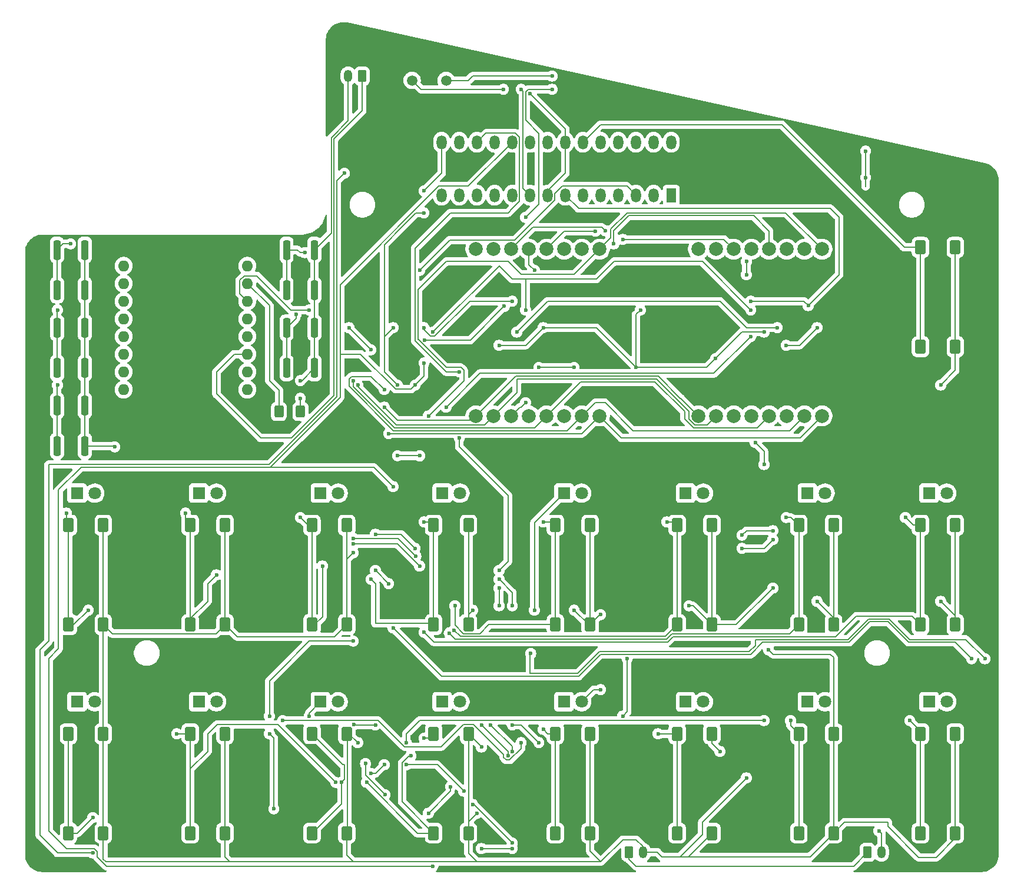
<source format=gbr>
%TF.GenerationSoftware,KiCad,Pcbnew,9.0.3*%
%TF.CreationDate,2026-01-12T23:46:14+01:00*%
%TF.ProjectId,Learning_Numbers,4c656172-6e69-46e6-975f-4e756d626572,rev?*%
%TF.SameCoordinates,Original*%
%TF.FileFunction,Copper,L1,Top*%
%TF.FilePolarity,Positive*%
%FSLAX46Y46*%
G04 Gerber Fmt 4.6, Leading zero omitted, Abs format (unit mm)*
G04 Created by KiCad (PCBNEW 9.0.3) date 2026-01-12 23:46:14*
%MOMM*%
%LPD*%
G01*
G04 APERTURE LIST*
G04 Aperture macros list*
%AMRoundRect*
0 Rectangle with rounded corners*
0 $1 Rounding radius*
0 $2 $3 $4 $5 $6 $7 $8 $9 X,Y pos of 4 corners*
0 Add a 4 corners polygon primitive as box body*
4,1,4,$2,$3,$4,$5,$6,$7,$8,$9,$2,$3,0*
0 Add four circle primitives for the rounded corners*
1,1,$1+$1,$2,$3*
1,1,$1+$1,$4,$5*
1,1,$1+$1,$6,$7*
1,1,$1+$1,$8,$9*
0 Add four rect primitives between the rounded corners*
20,1,$1+$1,$2,$3,$4,$5,0*
20,1,$1+$1,$4,$5,$6,$7,0*
20,1,$1+$1,$6,$7,$8,$9,0*
20,1,$1+$1,$8,$9,$2,$3,0*%
G04 Aperture macros list end*
%TA.AperFunction,SMDPad,CuDef*%
%ADD10RoundRect,0.250000X0.500000X-0.750000X0.500000X0.750000X-0.500000X0.750000X-0.500000X-0.750000X0*%
%TD*%
%TA.AperFunction,ComponentPad*%
%ADD11R,1.800000X1.800000*%
%TD*%
%TA.AperFunction,ComponentPad*%
%ADD12C,1.800000*%
%TD*%
%TA.AperFunction,SMDPad,CuDef*%
%ADD13RoundRect,0.250000X0.250000X-1.150000X0.250000X1.150000X-0.250000X1.150000X-0.250000X-1.150000X0*%
%TD*%
%TA.AperFunction,ComponentPad*%
%ADD14C,2.000000*%
%TD*%
%TA.AperFunction,SMDPad,CuDef*%
%ADD15RoundRect,0.250000X-0.400000X-0.625000X0.400000X-0.625000X0.400000X0.625000X-0.400000X0.625000X0*%
%TD*%
%TA.AperFunction,ComponentPad*%
%ADD16C,1.500000*%
%TD*%
%TA.AperFunction,ComponentPad*%
%ADD17RoundRect,0.250000X-0.350000X-0.625000X0.350000X-0.625000X0.350000X0.625000X-0.350000X0.625000X0*%
%TD*%
%TA.AperFunction,ComponentPad*%
%ADD18O,1.200000X1.750000*%
%TD*%
%TA.AperFunction,ComponentPad*%
%ADD19R,1.440000X2.000000*%
%TD*%
%TA.AperFunction,ComponentPad*%
%ADD20O,1.440000X2.000000*%
%TD*%
%TA.AperFunction,ComponentPad*%
%ADD21RoundRect,0.250000X0.350000X0.625000X-0.350000X0.625000X-0.350000X-0.625000X0.350000X-0.625000X0*%
%TD*%
%TA.AperFunction,ComponentPad*%
%ADD22O,1.600000X1.600000*%
%TD*%
%TA.AperFunction,ViaPad*%
%ADD23C,0.600000*%
%TD*%
%TA.AperFunction,Conductor*%
%ADD24C,0.200000*%
%TD*%
G04 APERTURE END LIST*
D10*
%TO.P,SW6,1,1*%
%TO.N,Switch5*%
X128750000Y-125900000D03*
X128750000Y-111600000D03*
%TO.P,SW6,2,2*%
%TO.N,VCC*%
X133750000Y-125900000D03*
X133750000Y-111600000D03*
%TD*%
%TO.P,SW7,1,1*%
%TO.N,Switch6*%
X146250000Y-125900000D03*
X146250000Y-111600000D03*
%TO.P,SW7,2,2*%
%TO.N,VCC*%
X151250000Y-125900000D03*
X151250000Y-111600000D03*
%TD*%
D11*
%TO.P,D8,1,K*%
%TO.N,GND*%
X182480000Y-107000000D03*
D12*
%TO.P,D8,2,A*%
%TO.N,Net-(D8-A)*%
X185020000Y-107000000D03*
%TD*%
D10*
%TO.P,SW2,1,1*%
%TO.N,Switch1*%
X58750000Y-125900000D03*
X58750000Y-111600000D03*
%TO.P,SW2,2,2*%
%TO.N,VCC*%
X63750000Y-125900000D03*
X63750000Y-111600000D03*
%TD*%
D11*
%TO.P,D5,1,K*%
%TO.N,GND*%
X129980000Y-107000000D03*
D12*
%TO.P,D5,2,A*%
%TO.N,Net-(D5-A)*%
X132520000Y-107000000D03*
%TD*%
D13*
%TO.P,SW23,1,1*%
%TO.N,PC5*%
X90100000Y-77800000D03*
X90100000Y-72000000D03*
%TO.P,SW23,2,2*%
%TO.N,GND*%
X94100000Y-77800000D03*
X94100000Y-72000000D03*
%TD*%
D10*
%TO.P,SW13,1,1*%
%TO.N,Switch12*%
X111250000Y-155900000D03*
X111250000Y-141600000D03*
%TO.P,SW13,2,2*%
%TO.N,VCC*%
X116250000Y-155900000D03*
X116250000Y-141600000D03*
%TD*%
%TO.P,SW5,1,1*%
%TO.N,Switch4*%
X111250000Y-125900000D03*
X111250000Y-111600000D03*
%TO.P,SW5,2,2*%
%TO.N,VCC*%
X116250000Y-125900000D03*
X116250000Y-111600000D03*
%TD*%
D13*
%TO.P,SW22,1,1*%
%TO.N,PC4*%
X90100000Y-89000000D03*
X90100000Y-83200000D03*
%TO.P,SW22,2,2*%
%TO.N,GND*%
X94100000Y-89000000D03*
X94100000Y-83200000D03*
%TD*%
D10*
%TO.P,SW3,1,1*%
%TO.N,Switch2*%
X76250000Y-125900000D03*
X76250000Y-111600000D03*
%TO.P,SW3,2,2*%
%TO.N,VCC*%
X81250000Y-125900000D03*
X81250000Y-111600000D03*
%TD*%
D13*
%TO.P,SW21,1,1*%
%TO.N,PC3*%
X57100000Y-100200000D03*
X57100000Y-94400000D03*
%TO.P,SW21,2,2*%
%TO.N,GND*%
X61100000Y-100200000D03*
X61100000Y-94400000D03*
%TD*%
D10*
%TO.P,SW15,1,1*%
%TO.N,Switch14*%
X146250000Y-155900000D03*
X146250000Y-141600000D03*
%TO.P,SW15,2,2*%
%TO.N,VCC*%
X151250000Y-155900000D03*
X151250000Y-141600000D03*
%TD*%
%TO.P,SW11,1,1*%
%TO.N,Switch10*%
X76250000Y-155900000D03*
X76250000Y-141600000D03*
%TO.P,SW11,2,2*%
%TO.N,VCC*%
X81250000Y-155900000D03*
X81250000Y-141600000D03*
%TD*%
D11*
%TO.P,D4,1,K*%
%TO.N,GND*%
X112480000Y-107000000D03*
D12*
%TO.P,D4,2,A*%
%TO.N,Net-(D4-A)*%
X115020000Y-107000000D03*
%TD*%
D11*
%TO.P,D16,1,K*%
%TO.N,GND*%
X182480000Y-137000000D03*
D12*
%TO.P,D16,2,A*%
%TO.N,Net-(D16-A)*%
X185020000Y-137000000D03*
%TD*%
D10*
%TO.P,SW9,1,1*%
%TO.N,Switch8*%
X181250000Y-125900000D03*
X181250000Y-111600000D03*
%TO.P,SW9,2,2*%
%TO.N,VCC*%
X186250000Y-125900000D03*
X186250000Y-111600000D03*
%TD*%
%TO.P,SW8,1,1*%
%TO.N,Switch7*%
X163750000Y-125900000D03*
X163750000Y-111600000D03*
%TO.P,SW8,2,2*%
%TO.N,VCC*%
X168750000Y-125900000D03*
X168750000Y-111600000D03*
%TD*%
D11*
%TO.P,D6,1,K*%
%TO.N,GND*%
X147480000Y-107000000D03*
D12*
%TO.P,D6,2,A*%
%TO.N,Net-(D6-A)*%
X150020000Y-107000000D03*
%TD*%
D10*
%TO.P,SW16,1,1*%
%TO.N,Switch15*%
X163750000Y-155900000D03*
X163750000Y-141600000D03*
%TO.P,SW16,2,2*%
%TO.N,VCC*%
X168750000Y-155900000D03*
X168750000Y-141600000D03*
%TD*%
D11*
%TO.P,D7,1,K*%
%TO.N,GND*%
X164980000Y-107000000D03*
D12*
%TO.P,D7,2,A*%
%TO.N,Net-(D7-A)*%
X167520000Y-107000000D03*
%TD*%
D11*
%TO.P,D2,1,K*%
%TO.N,GND*%
X77480000Y-107000000D03*
D12*
%TO.P,D2,2,A*%
%TO.N,Net-(D2-A)*%
X80020000Y-107000000D03*
%TD*%
D11*
%TO.P,D1,1,K*%
%TO.N,GND*%
X59980000Y-107000000D03*
D12*
%TO.P,D1,2,A*%
%TO.N,Net-(D1-A)*%
X62520000Y-107000000D03*
%TD*%
D10*
%TO.P,SW14,1,1*%
%TO.N,Switch13*%
X128750000Y-155900000D03*
X128750000Y-141600000D03*
%TO.P,SW14,2,2*%
%TO.N,VCC*%
X133750000Y-155900000D03*
X133750000Y-141600000D03*
%TD*%
D13*
%TO.P,SW19,1,1*%
%TO.N,PC1*%
X57100000Y-77800000D03*
X57100000Y-72000000D03*
%TO.P,SW19,2,2*%
%TO.N,GND*%
X61100000Y-77800000D03*
X61100000Y-72000000D03*
%TD*%
D11*
%TO.P,D12,1,K*%
%TO.N,GND*%
X112480000Y-137000000D03*
D12*
%TO.P,D12,2,A*%
%TO.N,Net-(D12-A)*%
X115020000Y-137000000D03*
%TD*%
D14*
%TO.P,U9,1*%
%TO.N,row5*%
X117310000Y-95890000D03*
%TO.P,U9,2*%
%TO.N,row7*%
X119850000Y-95890000D03*
%TO.P,U9,3*%
%TO.N,Net-(R35-Pad2)*%
X122390000Y-95890000D03*
%TO.P,U9,4*%
%TO.N,Net-(R36-Pad2)*%
X124930000Y-95890000D03*
%TO.P,U9,5*%
%TO.N,row8*%
X127470000Y-95890000D03*
%TO.P,U9,6*%
%TO.N,Net-(R38-Pad2)*%
X130010000Y-95890000D03*
%TO.P,U9,7*%
%TO.N,row6*%
X132550000Y-95890000D03*
%TO.P,U9,8*%
%TO.N,row3*%
X135090000Y-95890000D03*
%TO.P,U9,9*%
%TO.N,row1*%
X135090000Y-71890000D03*
%TO.P,U9,10*%
%TO.N,Net-(R37-Pad2)*%
X132550000Y-71890000D03*
%TO.P,U9,11*%
%TO.N,Net-(R39-Pad2)*%
X130010000Y-71890000D03*
%TO.P,U9,12*%
%TO.N,row4*%
X127470000Y-71890000D03*
%TO.P,U9,13*%
%TO.N,Net-(R34-Pad2)*%
X124930000Y-71890000D03*
%TO.P,U9,14*%
%TO.N,row2*%
X122390000Y-71890000D03*
%TO.P,U9,15*%
%TO.N,Net-(R40-Pad2)*%
X119850000Y-71890000D03*
%TO.P,U9,16*%
%TO.N,Net-(R41-Pad2)*%
X117310000Y-71890000D03*
%TD*%
D11*
%TO.P,D9,1,K*%
%TO.N,GND*%
X59980000Y-137000000D03*
D12*
%TO.P,D9,2,A*%
%TO.N,Net-(D9-A)*%
X62520000Y-137000000D03*
%TD*%
D10*
%TO.P,SW18,1,1*%
%TO.N,PC0*%
X181250000Y-85930000D03*
X181250000Y-71630000D03*
%TO.P,SW18,2,2*%
%TO.N,GND*%
X186250000Y-85930000D03*
X186250000Y-71630000D03*
%TD*%
%TO.P,SW4,1,1*%
%TO.N,Switch3*%
X93750000Y-125900000D03*
X93750000Y-111600000D03*
%TO.P,SW4,2,2*%
%TO.N,VCC*%
X98750000Y-125900000D03*
X98750000Y-111600000D03*
%TD*%
%TO.P,SW10,1,1*%
%TO.N,Switch9*%
X58750000Y-155900000D03*
X58750000Y-141600000D03*
%TO.P,SW10,2,2*%
%TO.N,VCC*%
X63750000Y-155900000D03*
X63750000Y-141600000D03*
%TD*%
D11*
%TO.P,D15,1,K*%
%TO.N,GND*%
X164980000Y-137000000D03*
D12*
%TO.P,D15,2,A*%
%TO.N,Net-(D15-A)*%
X167520000Y-137000000D03*
%TD*%
D11*
%TO.P,D11,1,K*%
%TO.N,GND*%
X94980000Y-137000000D03*
D12*
%TO.P,D11,2,A*%
%TO.N,Net-(D11-A)*%
X97520000Y-137000000D03*
%TD*%
D10*
%TO.P,SW17,1,1*%
%TO.N,Switch16*%
X181250000Y-155900000D03*
X181250000Y-141600000D03*
%TO.P,SW17,2,2*%
%TO.N,VCC*%
X186250000Y-155900000D03*
X186250000Y-141600000D03*
%TD*%
D11*
%TO.P,D14,1,K*%
%TO.N,GND*%
X147480000Y-137000000D03*
D12*
%TO.P,D14,2,A*%
%TO.N,Net-(D14-A)*%
X150020000Y-137000000D03*
%TD*%
D15*
%TO.P,R33,1*%
%TO.N,Net-(U11-RX)*%
X89000000Y-95250000D03*
%TO.P,R33,2*%
%TO.N,DFPlayer_RX*%
X92100000Y-95250000D03*
%TD*%
D14*
%TO.P,U10,1*%
%TO.N,row5*%
X149310000Y-95890000D03*
%TO.P,U10,2*%
%TO.N,row7*%
X151850000Y-95890000D03*
%TO.P,U10,3*%
%TO.N,Net-(R43-Pad2)*%
X154390000Y-95890000D03*
%TO.P,U10,4*%
%TO.N,Net-(R44-Pad2)*%
X156930000Y-95890000D03*
%TO.P,U10,5*%
%TO.N,row8*%
X159470000Y-95890000D03*
%TO.P,U10,6*%
%TO.N,Net-(R46-Pad2)*%
X162010000Y-95890000D03*
%TO.P,U10,7*%
%TO.N,row6*%
X164550000Y-95890000D03*
%TO.P,U10,8*%
%TO.N,row3*%
X167090000Y-95890000D03*
%TO.P,U10,9*%
%TO.N,row1*%
X167090000Y-71890000D03*
%TO.P,U10,10*%
%TO.N,Net-(R45-Pad2)*%
X164550000Y-71890000D03*
%TO.P,U10,11*%
%TO.N,Net-(R47-Pad2)*%
X162010000Y-71890000D03*
%TO.P,U10,12*%
%TO.N,row4*%
X159470000Y-71890000D03*
%TO.P,U10,13*%
%TO.N,Net-(R42-Pad2)*%
X156930000Y-71890000D03*
%TO.P,U10,14*%
%TO.N,row2*%
X154390000Y-71890000D03*
%TO.P,U10,15*%
%TO.N,Net-(R48-Pad2)*%
X151850000Y-71890000D03*
%TO.P,U10,16*%
%TO.N,Net-(R49-Pad2)*%
X149310000Y-71890000D03*
%TD*%
D10*
%TO.P,SW12,1,1*%
%TO.N,Switch11*%
X93750000Y-155900000D03*
X93750000Y-141600000D03*
%TO.P,SW12,2,2*%
%TO.N,VCC*%
X98750000Y-155900000D03*
X98750000Y-141600000D03*
%TD*%
D13*
%TO.P,SW20,1,1*%
%TO.N,PC2*%
X57100000Y-89000000D03*
X57100000Y-83200000D03*
%TO.P,SW20,2,2*%
%TO.N,GND*%
X61100000Y-89000000D03*
X61100000Y-83200000D03*
%TD*%
D11*
%TO.P,D13,1,K*%
%TO.N,GND*%
X129980000Y-137000000D03*
D12*
%TO.P,D13,2,A*%
%TO.N,Net-(D13-A)*%
X132520000Y-137000000D03*
%TD*%
D11*
%TO.P,D3,1,K*%
%TO.N,GND*%
X94980000Y-107000000D03*
D12*
%TO.P,D3,2,A*%
%TO.N,Net-(D3-A)*%
X97520000Y-107000000D03*
%TD*%
D11*
%TO.P,D10,1,K*%
%TO.N,GND*%
X77480000Y-137000000D03*
D12*
%TO.P,D10,2,A*%
%TO.N,Net-(D10-A)*%
X80020000Y-137000000D03*
%TD*%
D16*
%TO.P,Y1,1,1*%
%TO.N,XTAL2*%
X113030000Y-47625000D03*
%TO.P,Y1,2,2*%
%TO.N,XTAL1*%
X108150000Y-47625000D03*
%TD*%
D17*
%TO.P,BT1,1,+*%
%TO.N,Net-(BT1-+)*%
X173625000Y-158660000D03*
D18*
%TO.P,BT1,2,-*%
%TO.N,GND*%
X175625000Y-158660000D03*
%TD*%
D19*
%TO.P,U1,1,~{RESET}/PC6*%
%TO.N,unconnected-(U1-~{RESET}{slash}PC6-Pad1)*%
X145415000Y-64135000D03*
D20*
%TO.P,U1,2,PD0*%
%TO.N,DFPlayer_TX*%
X142875000Y-64135000D03*
%TO.P,U1,3,PD1*%
%TO.N,DFPlayer_RX*%
X140335000Y-64135000D03*
%TO.P,U1,4,PD2*%
%TO.N,unconnected-(U1-PD2-Pad4)*%
X137795000Y-64135000D03*
%TO.P,U1,5,PD3*%
%TO.N,unconnected-(U1-PD3-Pad5)*%
X135255000Y-64135000D03*
%TO.P,U1,6,PD4*%
%TO.N,unconnected-(U1-PD4-Pad6)*%
X132715000Y-64135000D03*
%TO.P,U1,7,VCC*%
%TO.N,VCC*%
X130175000Y-64135000D03*
%TO.P,U1,8,GND*%
%TO.N,GND*%
X127635000Y-64135000D03*
%TO.P,U1,9,XTAL1/PB6*%
%TO.N,XTAL1*%
X125095000Y-64135000D03*
%TO.P,U1,10,XTAL2/PB7*%
%TO.N,XTAL2*%
X122555000Y-64135000D03*
%TO.P,U1,11,PD5*%
%TO.N,unconnected-(U1-PD5-Pad11)*%
X120015000Y-64135000D03*
%TO.P,U1,12,PD6*%
%TO.N,unconnected-(U1-PD6-Pad12)*%
X117475000Y-64135000D03*
%TO.P,U1,13,PD7*%
%TO.N,unconnected-(U1-PD7-Pad13)*%
X114935000Y-64135000D03*
%TO.P,U1,14,PB0*%
%TO.N,unconnected-(U1-PB0-Pad14)*%
X112395000Y-64135000D03*
%TO.P,U1,15,PB1*%
%TO.N,LATCH*%
X112395000Y-56515000D03*
%TO.P,U1,16,PB2*%
%TO.N,PL*%
X114935000Y-56515000D03*
%TO.P,U1,17,PB3*%
%TO.N,SER*%
X117475000Y-56515000D03*
%TO.P,U1,18,PB4*%
%TO.N,Net-(U1-PB4)*%
X120015000Y-56515000D03*
%TO.P,U1,19,PB5*%
%TO.N,CLOCK*%
X122555000Y-56515000D03*
%TO.P,U1,20,AVCC*%
%TO.N,unconnected-(U1-AVCC-Pad20)*%
X125095000Y-56515000D03*
%TO.P,U1,21,AREF*%
%TO.N,unconnected-(U1-AREF-Pad21)*%
X127635000Y-56515000D03*
%TO.P,U1,22,GND*%
%TO.N,GND*%
X130175000Y-56515000D03*
%TO.P,U1,23,PC0*%
%TO.N,PC0*%
X132715000Y-56515000D03*
%TO.P,U1,24,PC1*%
%TO.N,PC1*%
X135255000Y-56515000D03*
%TO.P,U1,25,PC2*%
%TO.N,PC2*%
X137795000Y-56515000D03*
%TO.P,U1,26,PC3*%
%TO.N,PC3*%
X140335000Y-56515000D03*
%TO.P,U1,27,PC4*%
%TO.N,PC4*%
X142875000Y-56515000D03*
%TO.P,U1,28,PC5*%
%TO.N,PC5*%
X145415000Y-56515000D03*
%TD*%
D17*
%TO.P,SW1,1*%
%TO.N,Net-(BT1-+)*%
X139335000Y-158660000D03*
D18*
%TO.P,SW1,2*%
%TO.N,VCC*%
X141335000Y-158660000D03*
%TD*%
D21*
%TO.P,LS1,1,1*%
%TO.N,Net-(U11-SPK_1)*%
X100965000Y-46990000D03*
D18*
%TO.P,LS1,2,2*%
%TO.N,GND*%
X98965000Y-46990000D03*
%TD*%
D22*
%TO.P,U11,1,VCC*%
%TO.N,VCC*%
X84455000Y-74295000D03*
%TO.P,U11,2,RX*%
%TO.N,Net-(U11-RX)*%
X84455000Y-76835000D03*
%TO.P,U11,3,TX*%
%TO.N,DFPlayer_TX*%
X84455000Y-79375000D03*
%TO.P,U11,4,DAC_R*%
%TO.N,unconnected-(U11-DAC_R-Pad4)*%
X84455000Y-81915000D03*
%TO.P,U11,5,DAC_L*%
%TO.N,unconnected-(U11-DAC_L-Pad5)*%
X84455000Y-84455000D03*
%TO.P,U11,6,SPK_1*%
%TO.N,Net-(U11-SPK_1)*%
X84455000Y-86995000D03*
%TO.P,U11,7,GND*%
%TO.N,GND*%
X84455000Y-89535000D03*
%TO.P,U11,8,SPK_2*%
%TO.N,unconnected-(U11-SPK_2-Pad8)*%
X84455000Y-92075000D03*
%TO.P,U11,9,IO_1*%
%TO.N,unconnected-(U11-IO_1-Pad9)*%
X66675000Y-92075000D03*
%TO.P,U11,10,GND*%
%TO.N,unconnected-(U11-GND-Pad10)*%
X66675000Y-89535000D03*
%TO.P,U11,11,IO_2*%
%TO.N,unconnected-(U11-IO_2-Pad11)*%
X66675000Y-86995000D03*
%TO.P,U11,12,KEY_1*%
%TO.N,unconnected-(U11-KEY_1-Pad12)*%
X66675000Y-84455000D03*
%TO.P,U11,13,KEY_2*%
%TO.N,unconnected-(U11-KEY_2-Pad13)*%
X66675000Y-81915000D03*
%TO.P,U11,14,USB+*%
%TO.N,unconnected-(U11-USB+-Pad14)*%
X66675000Y-79375000D03*
%TO.P,U11,15,USB-*%
%TO.N,unconnected-(U11-USB--Pad15)*%
X66675000Y-76835000D03*
%TO.P,U11,16,BUSY*%
%TO.N,unconnected-(U11-BUSY-Pad16)*%
X66675000Y-74295000D03*
%TD*%
D23*
%TO.N,GND*%
X92075000Y-90805000D03*
X120650000Y-85725000D03*
X93345000Y-139065000D03*
X65405000Y-100330000D03*
X106045000Y-101600000D03*
X127000000Y-83185000D03*
X175260000Y-155575000D03*
X158750000Y-83820000D03*
X184150000Y-91440000D03*
X110490000Y-153035000D03*
X125730000Y-123825000D03*
X104775000Y-120015000D03*
X125095000Y-49530000D03*
X120650000Y-119380000D03*
X102870000Y-118110000D03*
X101450735Y-145900735D03*
X113665000Y-149225000D03*
X122555000Y-123190000D03*
X151765000Y-87630000D03*
X104246765Y-150388235D03*
X140335000Y-88900000D03*
X140970000Y-80645000D03*
X109243845Y-101623845D03*
%TO.N,VCC*%
X121391765Y-80116765D03*
X120650000Y-120650000D03*
X117475000Y-153035000D03*
X120650000Y-123190000D03*
X160020000Y-120650000D03*
X157480000Y-99695000D03*
X131445000Y-123825000D03*
X99695000Y-115570000D03*
X118110000Y-143510000D03*
X184150000Y-122555000D03*
X100330000Y-142875000D03*
X116840000Y-123825000D03*
X158750000Y-102870000D03*
X102235000Y-86360000D03*
X166370000Y-122555000D03*
X152400000Y-144145000D03*
X156845000Y-79375000D03*
X165100000Y-80010000D03*
X99060000Y-83185000D03*
X135255000Y-124460000D03*
X109961765Y-84983235D03*
X156210000Y-147955000D03*
X159385000Y-129540000D03*
X147955000Y-123190000D03*
%TO.N,Net-(D13-A)*%
X135255000Y-135255000D03*
%TO.N,led1*%
X99695000Y-114300000D03*
X109220000Y-117475000D03*
%TO.N,led2*%
X108691765Y-116098235D03*
X99695000Y-113499997D03*
%TO.N,led3*%
X102870000Y-112899997D03*
X108585000Y-114935000D03*
%TO.N,led7*%
X160020000Y-112395000D03*
X155575000Y-113030000D03*
%TO.N,led8*%
X155575000Y-114935000D03*
X160020000Y-113665000D03*
%TO.N,led9*%
X102870000Y-140335000D03*
X118110000Y-140335000D03*
X121920000Y-144780000D03*
X99766806Y-140300000D03*
%TO.N,led10*%
X123825000Y-142875000D03*
X89535000Y-139700000D03*
%TO.N,led11*%
X119380000Y-140335000D03*
X122555000Y-144145000D03*
%TO.N,led12*%
X122555000Y-140335000D03*
X126365000Y-142875000D03*
%TO.N,Switch1*%
X58420000Y-109855000D03*
X61595000Y-123825000D03*
%TO.N,Switch2*%
X80010000Y-118745000D03*
X75565000Y-109855000D03*
%TO.N,Switch3*%
X95250000Y-117475000D03*
X92075000Y-110490000D03*
%TO.N,Switch4*%
X102235000Y-119380000D03*
X109855000Y-111125000D03*
%TO.N,Switch5*%
X114300000Y-123190000D03*
X127000000Y-111125000D03*
%TO.N,Switch6*%
X114175735Y-126710425D03*
X144780000Y-111125000D03*
%TO.N,Switch7*%
X113485662Y-127115151D03*
X161925000Y-110490000D03*
%TO.N,Switch8*%
X179070000Y-110490000D03*
X109855000Y-127000000D03*
%TO.N,Switch9*%
X62230000Y-153670000D03*
%TO.N,Switch10*%
X97155000Y-148590000D03*
X74295000Y-141605000D03*
%TO.N,Switch11*%
X97979266Y-148565737D03*
%TO.N,Switch12*%
X109855000Y-142240000D03*
X107950000Y-144780000D03*
X101600000Y-148590000D03*
%TO.N,Switch13*%
X127000000Y-140970000D03*
%TO.N,Switch14*%
X143510000Y-141605000D03*
%TO.N,Switch15*%
X158750000Y-139700000D03*
X107315000Y-142875000D03*
X162560000Y-139700000D03*
%TO.N,Switch16*%
X122555000Y-157314997D03*
X116850000Y-151765000D03*
X179705000Y-139700000D03*
%TO.N,DFPlayer_RX*%
X109220000Y-74930000D03*
X92075000Y-93345000D03*
%TO.N,Net-(R34-Pad2)*%
X125730000Y-74930000D03*
%TO.N,Net-(R35-Pad2)*%
X124460000Y-93980000D03*
%TO.N,col5*%
X126365000Y-88900000D03*
X131445000Y-88900000D03*
%TO.N,Net-(R42-Pad2)*%
X156210000Y-73660000D03*
X156210000Y-75565000D03*
%TO.N,col12*%
X161925000Y-85725000D03*
X166370000Y-83185000D03*
%TO.N,PC1*%
X59055000Y-71120000D03*
%TO.N,PC2*%
X57150000Y-80645000D03*
%TO.N,PC3*%
X57150000Y-91440000D03*
%TO.N,PC4*%
X91440000Y-81280000D03*
%TO.N,PC5*%
X92710000Y-72390000D03*
%TO.N,XTAL1*%
X123825000Y-48895000D03*
X121285000Y-48895000D03*
%TO.N,SER*%
X120650000Y-118110000D03*
X114935000Y-99060000D03*
X114935000Y-89535000D03*
%TO.N,PL*%
X188595000Y-130810000D03*
X104140000Y-146050000D03*
X102235000Y-147320000D03*
X105410000Y-126365000D03*
X118110000Y-158115000D03*
X122555000Y-158115000D03*
%TO.N,DFPlayer_TX*%
X93345000Y-80645000D03*
%TO.N,CLOCK*%
X108585000Y-91440000D03*
X156845000Y-80645000D03*
X124460000Y-80645000D03*
X107315000Y-146050000D03*
X111125000Y-83820000D03*
X115570000Y-149860000D03*
X111125000Y-160655000D03*
X105410000Y-106045000D03*
X109855000Y-88265000D03*
%TO.N,LATCH*%
X173355000Y-57785000D03*
X105410000Y-83185000D03*
X106045000Y-91440000D03*
X122555000Y-79375000D03*
X125201765Y-130068235D03*
X109855000Y-83185000D03*
X109855000Y-63500000D03*
X190500000Y-130810000D03*
X173355000Y-61595000D03*
X109855000Y-66675000D03*
%TO.N,XTAL2*%
X124460000Y-67310000D03*
X128270000Y-48895000D03*
X128270000Y-46990000D03*
%TO.N,Net-(U1-PB4)*%
X98425000Y-60960000D03*
X62230000Y-158750000D03*
%TO.N,Net-(U2-Q7)*%
X99695000Y-128270000D03*
X88265000Y-152400000D03*
X87630000Y-139065000D03*
X87630000Y-141605000D03*
%TO.N,Net-(U4-QH')*%
X160655000Y-83185000D03*
X123190000Y-83820000D03*
%TO.N,Net-(U5-QH')*%
X113030000Y-94615000D03*
X156845000Y-84455000D03*
%TO.N,row7*%
X100330000Y-91440000D03*
%TO.N,row6*%
X104140000Y-92075000D03*
%TO.N,row4*%
X134513235Y-69321765D03*
X137148080Y-71120000D03*
%TO.N,row2*%
X138430000Y-70485000D03*
X135890000Y-69215000D03*
%TO.N,row1*%
X110490000Y-95885000D03*
%TO.N,row5*%
X104140000Y-94615000D03*
%TO.N,row3*%
X104775000Y-98425000D03*
%TO.N,row8*%
X99695000Y-90805000D03*
%TO.N,Net-(U7-QH')*%
X139065000Y-130810000D03*
X138430000Y-139065000D03*
%TD*%
D24*
%TO.N,Net-(BT1-+)*%
X171630000Y-160655000D02*
X140335000Y-160655000D01*
X173625000Y-158660000D02*
X171630000Y-160655000D01*
X140335000Y-160655000D02*
X139335000Y-159655000D01*
X139335000Y-159655000D02*
X139335000Y-158660000D01*
%TO.N,GND*%
X140335000Y-88900000D02*
X140335000Y-81280000D01*
X175625000Y-158660000D02*
X175625000Y-155940000D01*
X140335000Y-88900000D02*
X134620000Y-83185000D01*
X127000000Y-83185000D02*
X124460000Y-85725000D01*
X186250000Y-85930000D02*
X186250000Y-71630000D01*
X130175000Y-54610000D02*
X130175000Y-56515000D01*
X94100000Y-77800000D02*
X94100000Y-72000000D01*
X113665000Y-149860000D02*
X113665000Y-149225000D01*
X140335000Y-81280000D02*
X140970000Y-80645000D01*
X122555000Y-121285000D02*
X122555000Y-123190000D01*
X124460000Y-85725000D02*
X120650000Y-85725000D01*
X98965000Y-53435000D02*
X96520000Y-55880000D01*
X120650000Y-119380000D02*
X122555000Y-121285000D01*
X150495000Y-88900000D02*
X151765000Y-87630000D01*
X65275000Y-100200000D02*
X61100000Y-100200000D01*
X61100000Y-89000000D02*
X61100000Y-83200000D01*
X93345000Y-138635000D02*
X93345000Y-139065000D01*
X101450735Y-145900735D02*
X101450735Y-147592205D01*
X175625000Y-155940000D02*
X175260000Y-155575000D01*
X106068845Y-101623845D02*
X106045000Y-101600000D01*
X94980000Y-137000000D02*
X93345000Y-138635000D01*
X102870000Y-118110000D02*
X104775000Y-120015000D01*
X127635000Y-63500000D02*
X130175000Y-60960000D01*
X61100000Y-77800000D02*
X61100000Y-83200000D01*
X186250000Y-89340000D02*
X186250000Y-85930000D01*
X109243845Y-101623845D02*
X106068845Y-101623845D01*
X92295000Y-90805000D02*
X94100000Y-89000000D01*
X96520000Y-69580000D02*
X94100000Y-72000000D01*
X184150000Y-91440000D02*
X186250000Y-89340000D01*
X94100000Y-77800000D02*
X94100000Y-83200000D01*
X65405000Y-100330000D02*
X65275000Y-100200000D01*
X110490000Y-153035000D02*
X113665000Y-149860000D01*
X92075000Y-90805000D02*
X92295000Y-90805000D01*
X101450735Y-147592205D02*
X104246765Y-150388235D01*
X127635000Y-64135000D02*
X127635000Y-63500000D01*
X129980000Y-107000000D02*
X125730000Y-111250000D01*
X134620000Y-83185000D02*
X127000000Y-83185000D01*
X125095000Y-49530000D02*
X130175000Y-54610000D01*
X61100000Y-94400000D02*
X61100000Y-100200000D01*
X98965000Y-46990000D02*
X98965000Y-53435000D01*
X151765000Y-87630000D02*
X155575000Y-83820000D01*
X125730000Y-111250000D02*
X125730000Y-123825000D01*
X96520000Y-55880000D02*
X96520000Y-69580000D01*
X94100000Y-89000000D02*
X94100000Y-83200000D01*
X140335000Y-88900000D02*
X150495000Y-88900000D01*
X61100000Y-89000000D02*
X61100000Y-94400000D01*
X155575000Y-83820000D02*
X158750000Y-83820000D01*
X130175000Y-60960000D02*
X130175000Y-56515000D01*
X61100000Y-77800000D02*
X61100000Y-72000000D01*
%TO.N,VCC*%
X121391765Y-80116765D02*
X116525295Y-84983235D01*
X184150000Y-122555000D02*
X186250000Y-124655000D01*
X135190000Y-124460000D02*
X133750000Y-125900000D01*
X81250000Y-125900000D02*
X81250000Y-111600000D01*
X140335000Y-156845000D02*
X141335000Y-157845000D01*
X135255000Y-160020000D02*
X138430000Y-156845000D01*
X132080000Y-66040000D02*
X168275000Y-66040000D01*
X99055000Y-141600000D02*
X100330000Y-142875000D01*
X116250000Y-158795000D02*
X117475000Y-160020000D01*
X63750000Y-155900000D02*
X63750000Y-141600000D01*
X168750000Y-155900000D02*
X170345000Y-154305000D01*
X143420000Y-158660000D02*
X141335000Y-158660000D01*
X168275000Y-130175000D02*
X160020000Y-130175000D01*
X160020000Y-130175000D02*
X159385000Y-129540000D01*
X148540000Y-123190000D02*
X147955000Y-123190000D01*
X98750000Y-141600000D02*
X99055000Y-141600000D01*
X151250000Y-125900000D02*
X151250000Y-111600000D01*
X168750000Y-141600000D02*
X168750000Y-130650000D01*
X130175000Y-64135000D02*
X132080000Y-66040000D01*
X98826000Y-141676000D02*
X98750000Y-141600000D01*
X116250000Y-155900000D02*
X116250000Y-158795000D01*
X120650000Y-120650000D02*
X120650000Y-123190000D01*
X133750000Y-155900000D02*
X133750000Y-141600000D01*
X98750000Y-155900000D02*
X98750000Y-159075000D01*
X116250000Y-141600000D02*
X118110000Y-143460000D01*
X116250000Y-141600000D02*
X116250000Y-155900000D01*
X116250000Y-125900000D02*
X116250000Y-111600000D01*
X63750000Y-125900000D02*
X63750000Y-111600000D01*
X64135000Y-160020000D02*
X81915000Y-160020000D01*
X165355000Y-159295000D02*
X168750000Y-155900000D01*
X166370000Y-122555000D02*
X168750000Y-124935000D01*
X183515000Y-159385000D02*
X186250000Y-156650000D01*
X146685000Y-159295000D02*
X147855000Y-159295000D01*
X158750000Y-102870000D02*
X158750000Y-100965000D01*
X151250000Y-142995000D02*
X151250000Y-141600000D01*
X116250000Y-125900000D02*
X116250000Y-124415000D01*
X168750000Y-125900000D02*
X168750000Y-111600000D01*
X176530000Y-154940000D02*
X180975000Y-159385000D01*
X156845000Y-79375000D02*
X164465000Y-79375000D01*
X151250000Y-125900000D02*
X148540000Y-123190000D01*
X180975000Y-159385000D02*
X183515000Y-159385000D01*
X81250000Y-159355000D02*
X81915000Y-160020000D01*
X186250000Y-156650000D02*
X186250000Y-155900000D01*
X63750000Y-141600000D02*
X63750000Y-125900000D01*
X158750000Y-100965000D02*
X157480000Y-99695000D01*
X81250000Y-155900000D02*
X81250000Y-159355000D01*
X97015000Y-127635000D02*
X98750000Y-125900000D01*
X65051000Y-127201000D02*
X79949000Y-127201000D01*
X154770000Y-125900000D02*
X151250000Y-125900000D01*
X141335000Y-158660000D02*
X141515000Y-158480000D01*
X176530000Y-154305000D02*
X176530000Y-154940000D01*
X135255000Y-160020000D02*
X133750000Y-158515000D01*
X63750000Y-155900000D02*
X63750000Y-159635000D01*
X147855000Y-159295000D02*
X151250000Y-155900000D01*
X98750000Y-116515000D02*
X99695000Y-115570000D01*
X186250000Y-125900000D02*
X186250000Y-111600000D01*
X81915000Y-160020000D02*
X99695000Y-160020000D01*
X116250000Y-124415000D02*
X116840000Y-123825000D01*
X133520000Y-125900000D02*
X131445000Y-123825000D01*
X98750000Y-125900000D02*
X98750000Y-111600000D01*
X186250000Y-124655000D02*
X186250000Y-125900000D01*
X149860000Y-156120000D02*
X149860000Y-154305000D01*
X149860000Y-154305000D02*
X156210000Y-147955000D01*
X135255000Y-124460000D02*
X135190000Y-124460000D01*
X116250000Y-155900000D02*
X116250000Y-154260000D01*
X118110000Y-143460000D02*
X118110000Y-143510000D01*
X63750000Y-125900000D02*
X65051000Y-127201000D01*
X169545000Y-67310000D02*
X169545000Y-75565000D01*
X133750000Y-158515000D02*
X133750000Y-155900000D01*
X168750000Y-130650000D02*
X168275000Y-130175000D01*
X141335000Y-157845000D02*
X141335000Y-158660000D01*
X152400000Y-144145000D02*
X151250000Y-142995000D01*
X170345000Y-154305000D02*
X176530000Y-154305000D01*
X98750000Y-155900000D02*
X98826000Y-155824000D01*
X116525295Y-84983235D02*
X109961765Y-84983235D01*
X79949000Y-127201000D02*
X81250000Y-125900000D01*
X117475000Y-160020000D02*
X135255000Y-160020000D01*
X98826000Y-155824000D02*
X98826000Y-141676000D01*
X144055000Y-159295000D02*
X143420000Y-158660000D01*
X146685000Y-159295000D02*
X144055000Y-159295000D01*
X63750000Y-159635000D02*
X64135000Y-160020000D01*
X168750000Y-155900000D02*
X168750000Y-141600000D01*
X98750000Y-125900000D02*
X98750000Y-116515000D01*
X164465000Y-79375000D02*
X165100000Y-80010000D01*
X160020000Y-120650000D02*
X154770000Y-125900000D01*
X98750000Y-159075000D02*
X99695000Y-160020000D01*
X116250000Y-154260000D02*
X117475000Y-153035000D01*
X102235000Y-86360000D02*
X99060000Y-83185000D01*
X82985000Y-127635000D02*
X97015000Y-127635000D01*
X99695000Y-160020000D02*
X117475000Y-160020000D01*
X146685000Y-159295000D02*
X149860000Y-156120000D01*
X186250000Y-155900000D02*
X186250000Y-141600000D01*
X133750000Y-125900000D02*
X133750000Y-111600000D01*
X169545000Y-75565000D02*
X165100000Y-80010000D01*
X81250000Y-155900000D02*
X81250000Y-141600000D01*
X168750000Y-124935000D02*
X168750000Y-125900000D01*
X81250000Y-125900000D02*
X82985000Y-127635000D01*
X133750000Y-125900000D02*
X133520000Y-125900000D01*
X168275000Y-66040000D02*
X169545000Y-67310000D01*
X147855000Y-159295000D02*
X165355000Y-159295000D01*
X138430000Y-156845000D02*
X140335000Y-156845000D01*
%TO.N,Net-(D13-A)*%
X135255000Y-135255000D02*
X134265000Y-135255000D01*
X134265000Y-135255000D02*
X132520000Y-137000000D01*
%TO.N,Net-(U11-SPK_1)*%
X100965000Y-46990000D02*
X100965000Y-52002100D01*
X90805000Y-99060000D02*
X86360000Y-99060000D01*
X80010000Y-92710000D02*
X80010000Y-89535000D01*
X96921000Y-92944000D02*
X90805000Y-99060000D01*
X80010000Y-89535000D02*
X82550000Y-86995000D01*
X86360000Y-99060000D02*
X80010000Y-92710000D01*
X96921000Y-56046100D02*
X96921000Y-92944000D01*
X100965000Y-52002100D02*
X96921000Y-56046100D01*
X82550000Y-86995000D02*
X84455000Y-86995000D01*
%TO.N,led1*%
X99695000Y-114300000D02*
X106045000Y-114300000D01*
X106045000Y-114300000D02*
X109220000Y-117475000D01*
%TO.N,led2*%
X99695000Y-113499997D02*
X106093527Y-113499997D01*
X106093527Y-113499997D02*
X108691765Y-116098235D01*
%TO.N,led3*%
X102870000Y-112899997D02*
X106549997Y-112899997D01*
X106549997Y-112899997D02*
X108585000Y-114935000D01*
%TO.N,led7*%
X160020000Y-112395000D02*
X156210000Y-112395000D01*
X156210000Y-112395000D02*
X155575000Y-113030000D01*
%TO.N,led8*%
X158750000Y-114935000D02*
X155575000Y-114935000D01*
X160020000Y-113665000D02*
X158750000Y-114935000D01*
%TO.N,led9*%
X99766806Y-140300000D02*
X99801806Y-140335000D01*
X121920000Y-144145000D02*
X121920000Y-144780000D01*
X118110000Y-140335000D02*
X121920000Y-144145000D01*
X99801806Y-140335000D02*
X102870000Y-140335000D01*
%TO.N,led10*%
X89535000Y-139700000D02*
X103290057Y-139700000D01*
X122168943Y-145381000D02*
X123825000Y-143724943D01*
X115514840Y-140299000D02*
X116985160Y-140299000D01*
X107066057Y-143476000D02*
X112337840Y-143476000D01*
X116985160Y-140299000D02*
X121319000Y-144632840D01*
X123825000Y-143724943D02*
X123825000Y-142875000D01*
X103290057Y-139700000D02*
X107066057Y-143476000D01*
X121671057Y-145381000D02*
X122168943Y-145381000D01*
X121319000Y-144632840D02*
X121319000Y-145028943D01*
X121319000Y-145028943D02*
X121671057Y-145381000D01*
X112337840Y-143476000D02*
X115514840Y-140299000D01*
%TO.N,led11*%
X119450000Y-140335000D02*
X122555000Y-143440000D01*
X122555000Y-143440000D02*
X122555000Y-144145000D01*
X119380000Y-140335000D02*
X119450000Y-140335000D01*
%TO.N,led12*%
X123825000Y-140335000D02*
X122555000Y-140335000D01*
X126365000Y-142875000D02*
X123825000Y-140335000D01*
%TO.N,Switch1*%
X58420000Y-111270000D02*
X58750000Y-111600000D01*
X58420000Y-109855000D02*
X58420000Y-111270000D01*
X58750000Y-125900000D02*
X59520000Y-125900000D01*
X58750000Y-125900000D02*
X58750000Y-111600000D01*
X59520000Y-125900000D02*
X61595000Y-123825000D01*
%TO.N,Switch2*%
X75565000Y-109855000D02*
X75565000Y-110915000D01*
X76250000Y-125900000D02*
X76250000Y-111600000D01*
X78740000Y-122555000D02*
X78740000Y-120015000D01*
X78740000Y-120015000D02*
X80010000Y-118745000D01*
X76250000Y-125900000D02*
X76250000Y-125045000D01*
X76250000Y-125045000D02*
X78740000Y-122555000D01*
X75565000Y-110915000D02*
X76250000Y-111600000D01*
%TO.N,Switch3*%
X93750000Y-125900000D02*
X93750000Y-111600000D01*
X93185000Y-111600000D02*
X93750000Y-111600000D01*
X92075000Y-110490000D02*
X93185000Y-111600000D01*
X95250000Y-124798000D02*
X95250000Y-117475000D01*
X94148000Y-125900000D02*
X95250000Y-124798000D01*
X93750000Y-125900000D02*
X94148000Y-125900000D01*
%TO.N,Switch4*%
X102870000Y-125730000D02*
X102870000Y-120015000D01*
X111080000Y-125730000D02*
X102870000Y-125730000D01*
X111250000Y-125900000D02*
X111080000Y-125730000D01*
X110775000Y-111125000D02*
X111250000Y-111600000D01*
X109855000Y-111125000D02*
X110775000Y-111125000D01*
X102870000Y-120015000D02*
X102235000Y-119380000D01*
X111250000Y-125900000D02*
X111250000Y-111600000D01*
%TO.N,Switch5*%
X114300000Y-125986160D02*
X114300000Y-123190000D01*
X119210000Y-125900000D02*
X117909000Y-127201000D01*
X115514840Y-127201000D02*
X114300000Y-125986160D01*
X117909000Y-127201000D02*
X115514840Y-127201000D01*
X128750000Y-125900000D02*
X119210000Y-125900000D01*
X127000000Y-111125000D02*
X128275000Y-111125000D01*
X128750000Y-125900000D02*
X128750000Y-111600000D01*
X128275000Y-111125000D02*
X128750000Y-111600000D01*
%TO.N,Switch6*%
X144780000Y-111125000D02*
X145775000Y-111125000D01*
X145775000Y-111125000D02*
X146250000Y-111600000D01*
X146250000Y-125900000D02*
X144548000Y-127602000D01*
X144548000Y-127602000D02*
X115067310Y-127602000D01*
X115067310Y-127602000D02*
X114175735Y-126710425D01*
X146250000Y-125900000D02*
X146250000Y-111600000D01*
%TO.N,Switch7*%
X161925000Y-110490000D02*
X162640000Y-110490000D01*
X114373511Y-128003000D02*
X113485662Y-127115151D01*
X163750000Y-125900000D02*
X163750000Y-111600000D01*
X162640000Y-110490000D02*
X163750000Y-111600000D01*
X162449000Y-127201000D02*
X145516100Y-127201000D01*
X143510000Y-128003000D02*
X114373511Y-128003000D01*
X145516100Y-127201000D02*
X144714100Y-128003000D01*
X163750000Y-125900000D02*
X162449000Y-127201000D01*
X144714100Y-128003000D02*
X143510000Y-128003000D01*
%TO.N,Switch8*%
X169038160Y-127648000D02*
X145636200Y-127648000D01*
X144880200Y-128404000D02*
X129540000Y-128404000D01*
X181250000Y-125900000D02*
X181250000Y-111600000D01*
X129540000Y-128404000D02*
X111259000Y-128404000D01*
X145636200Y-127648000D02*
X144880200Y-128404000D01*
X180180000Y-111600000D02*
X181250000Y-111600000D01*
X179070000Y-110490000D02*
X180180000Y-111600000D01*
X181250000Y-125900000D02*
X180044000Y-124694000D01*
X171992160Y-124694000D02*
X169038160Y-127648000D01*
X180044000Y-124694000D02*
X171992160Y-124694000D01*
X111259000Y-128404000D02*
X109855000Y-127000000D01*
%TO.N,Switch9*%
X60000000Y-155900000D02*
X62230000Y-153670000D01*
X58750000Y-155900000D02*
X60000000Y-155900000D01*
X58750000Y-141600000D02*
X58750000Y-155900000D01*
%TO.N,Switch10*%
X76245000Y-141605000D02*
X76250000Y-141600000D01*
X74295000Y-141605000D02*
X76245000Y-141605000D01*
X76250000Y-141600000D02*
X76250000Y-146635000D01*
X80010000Y-140335000D02*
X80046000Y-140299000D01*
X78740000Y-141605000D02*
X80010000Y-140335000D01*
X80046000Y-140299000D02*
X88864000Y-140299000D01*
X76250000Y-155900000D02*
X76250000Y-146635000D01*
X78740000Y-144145000D02*
X78740000Y-141605000D01*
X76250000Y-146635000D02*
X78740000Y-144145000D01*
X88864000Y-140299000D02*
X97155000Y-148590000D01*
%TO.N,Switch11*%
X93750000Y-155900000D02*
X97979266Y-151670734D01*
X98425000Y-148120003D02*
X97979266Y-148565737D01*
X98200000Y-146050000D02*
X98425000Y-146050000D01*
X98425000Y-146050000D02*
X98425000Y-148120003D01*
X93750000Y-141600000D02*
X98200000Y-146050000D01*
X97979266Y-151670734D02*
X97979266Y-148565737D01*
%TO.N,Switch12*%
X107735057Y-144780000D02*
X107950000Y-144780000D01*
X111250000Y-155900000D02*
X108910000Y-155900000D01*
X108910000Y-155900000D02*
X101600000Y-148590000D01*
X111250000Y-155900000D02*
X106714000Y-151364000D01*
X106714000Y-145801057D02*
X107735057Y-144780000D01*
X110610000Y-142240000D02*
X111250000Y-141600000D01*
X106714000Y-151364000D02*
X106714000Y-145801057D01*
X109855000Y-142240000D02*
X110610000Y-142240000D01*
%TO.N,Switch13*%
X127630000Y-141600000D02*
X128750000Y-141600000D01*
X128750000Y-155900000D02*
X128750000Y-141600000D01*
X127000000Y-140970000D02*
X127630000Y-141600000D01*
%TO.N,Switch14*%
X146250000Y-141600000D02*
X146250000Y-155900000D01*
X143515000Y-141600000D02*
X146250000Y-141600000D01*
X143510000Y-141605000D02*
X143515000Y-141600000D01*
%TO.N,Switch15*%
X107315000Y-141605000D02*
X107315000Y-142875000D01*
X163750000Y-141600000D02*
X162560000Y-140410000D01*
X162560000Y-140410000D02*
X162560000Y-139700000D01*
X158750000Y-139700000D02*
X109220000Y-139700000D01*
X163750000Y-155900000D02*
X163750000Y-141600000D01*
X109220000Y-139700000D02*
X107315000Y-141605000D01*
%TO.N,Switch16*%
X181250000Y-141600000D02*
X181250000Y-155900000D01*
X181250000Y-141245000D02*
X181250000Y-141600000D01*
X122555000Y-157265057D02*
X117054943Y-151765000D01*
X117054943Y-151765000D02*
X116850000Y-151765000D01*
X122555000Y-157314997D02*
X122555000Y-157265057D01*
X179705000Y-139700000D02*
X181250000Y-141245000D01*
%TO.N,DFPlayer_RX*%
X139034000Y-62834000D02*
X129752088Y-62834000D01*
X122904912Y-70589000D02*
X113561000Y-70589000D01*
X113561000Y-70589000D02*
X109220000Y-74930000D01*
X128656000Y-63930088D02*
X128656000Y-64837912D01*
X140335000Y-64135000D02*
X139034000Y-62834000D01*
X128656000Y-64837912D02*
X122904912Y-70589000D01*
X92075000Y-93345000D02*
X92075000Y-95225000D01*
X129752088Y-62834000D02*
X128656000Y-63930088D01*
X92075000Y-95225000D02*
X92100000Y-95250000D01*
%TO.N,Net-(U11-RX)*%
X89000000Y-92175000D02*
X87630000Y-90805000D01*
X87630000Y-80010000D02*
X84455000Y-76835000D01*
X87630000Y-90805000D02*
X87630000Y-80010000D01*
X89000000Y-95250000D02*
X89000000Y-92175000D01*
%TO.N,Net-(R34-Pad2)*%
X125730000Y-74930000D02*
X124930000Y-74130000D01*
X124930000Y-74130000D02*
X124930000Y-71890000D01*
%TO.N,Net-(R35-Pad2)*%
X123665000Y-94615000D02*
X122390000Y-95890000D01*
X123825000Y-94615000D02*
X123665000Y-94615000D01*
X124460000Y-93980000D02*
X123825000Y-94615000D01*
%TO.N,col5*%
X131445000Y-88900000D02*
X126365000Y-88900000D01*
%TO.N,Net-(R42-Pad2)*%
X156210000Y-75565000D02*
X156210000Y-73660000D01*
%TO.N,col12*%
X163830000Y-85725000D02*
X161925000Y-85725000D01*
X166370000Y-83185000D02*
X163830000Y-85725000D01*
%TO.N,PC0*%
X178945000Y-71630000D02*
X161290000Y-53975000D01*
X181250000Y-85930000D02*
X181250000Y-71630000D01*
X161290000Y-53975000D02*
X135255000Y-53975000D01*
X135255000Y-53975000D02*
X132715000Y-56515000D01*
X181250000Y-71630000D02*
X178945000Y-71630000D01*
%TO.N,PC1*%
X59055000Y-71120000D02*
X57980000Y-71120000D01*
X57980000Y-71120000D02*
X57100000Y-72000000D01*
X57100000Y-77800000D02*
X57100000Y-72000000D01*
%TO.N,PC2*%
X57100000Y-80695000D02*
X57100000Y-83200000D01*
X57150000Y-80645000D02*
X57100000Y-80695000D01*
X57100000Y-89000000D02*
X57100000Y-83200000D01*
%TO.N,PC3*%
X57150000Y-91440000D02*
X57100000Y-91490000D01*
X57100000Y-91490000D02*
X57100000Y-94400000D01*
X57100000Y-100200000D02*
X57100000Y-94400000D01*
%TO.N,PC4*%
X91440000Y-81860000D02*
X90100000Y-83200000D01*
X90100000Y-89000000D02*
X90100000Y-83200000D01*
X91440000Y-81280000D02*
X91440000Y-81860000D01*
%TO.N,PC5*%
X91685000Y-72000000D02*
X90100000Y-72000000D01*
X92075000Y-72390000D02*
X91685000Y-72000000D01*
X90100000Y-77800000D02*
X90100000Y-72000000D01*
X92710000Y-72390000D02*
X92075000Y-72390000D01*
%TO.N,XTAL1*%
X109420000Y-48895000D02*
X121285000Y-48895000D01*
X124074000Y-49144000D02*
X124074000Y-63114000D01*
X124074000Y-63114000D02*
X125095000Y-64135000D01*
X108150000Y-47625000D02*
X109420000Y-48895000D01*
X123825000Y-48895000D02*
X124074000Y-49144000D01*
%TO.N,SER*%
X114935000Y-100330000D02*
X121920000Y-107315000D01*
X113030000Y-89535000D02*
X114935000Y-89535000D01*
X118776000Y-55214000D02*
X122977912Y-55214000D01*
X113665000Y-66675000D02*
X108585000Y-71755000D01*
X123576000Y-55812088D02*
X123576000Y-65019000D01*
X114935000Y-99060000D02*
X114935000Y-100330000D01*
X121920000Y-66675000D02*
X113665000Y-66675000D01*
X108585000Y-71755000D02*
X108585000Y-85090000D01*
X108585000Y-85090000D02*
X111125000Y-87630000D01*
X122977912Y-55214000D02*
X123576000Y-55812088D01*
X121920000Y-116840000D02*
X120650000Y-118110000D01*
X123576000Y-65019000D02*
X122555000Y-66040000D01*
X122555000Y-66040000D02*
X121920000Y-66675000D01*
X121920000Y-107315000D02*
X121920000Y-116840000D01*
X111125000Y-87630000D02*
X113030000Y-89535000D01*
X117475000Y-56515000D02*
X118776000Y-55214000D01*
%TO.N,PL*%
X105410000Y-126365000D02*
X112395000Y-133350000D01*
X186235000Y-128450000D02*
X182880000Y-128450000D01*
X179538900Y-128450000D02*
X176584900Y-125496000D01*
X173935100Y-125496000D02*
X170981100Y-128450000D01*
X122555000Y-158115000D02*
X118110000Y-158115000D01*
X132080000Y-133350000D02*
X135255000Y-130175000D01*
X102870000Y-147320000D02*
X104140000Y-146050000D01*
X188595000Y-130810000D02*
X186235000Y-128450000D01*
X158570000Y-128450000D02*
X158750000Y-128450000D01*
X102235000Y-147320000D02*
X102870000Y-147320000D01*
X135255000Y-130175000D02*
X156845000Y-130175000D01*
X112395000Y-133350000D02*
X132080000Y-133350000D01*
X176584900Y-125496000D02*
X173935100Y-125496000D01*
X170981100Y-128450000D02*
X163195000Y-128450000D01*
X182880000Y-128450000D02*
X179538900Y-128450000D01*
X156845000Y-130175000D02*
X158570000Y-128450000D01*
X163195000Y-128450000D02*
X158750000Y-128450000D01*
%TO.N,DFPlayer_TX*%
X85847840Y-75734000D02*
X90758840Y-80645000D01*
X83998950Y-75734000D02*
X85847840Y-75734000D01*
X83354000Y-78274000D02*
X83354000Y-76378950D01*
X83354000Y-76378950D02*
X83998950Y-75734000D01*
X90758840Y-80645000D02*
X93345000Y-80645000D01*
X84455000Y-79375000D02*
X83354000Y-78274000D01*
%TO.N,CLOCK*%
X111125000Y-83820000D02*
X120650000Y-74295000D01*
X107315000Y-146050000D02*
X111760000Y-146050000D01*
X111972088Y-62834000D02*
X97790000Y-77016088D01*
X85090000Y-103271000D02*
X60559000Y-103271000D01*
X97790000Y-78740000D02*
X97790000Y-86995000D01*
X97790000Y-93209200D02*
X87728200Y-103271000D01*
X64202900Y-160655000D02*
X111125000Y-160655000D01*
X57316100Y-106513900D02*
X57316100Y-129373900D01*
X120650000Y-74295000D02*
X122555000Y-76200000D01*
X105796057Y-92041000D02*
X107984000Y-92041000D01*
X134620000Y-76200000D02*
X137160000Y-73660000D01*
X97790000Y-77016088D02*
X97790000Y-78740000D01*
X62865000Y-159317100D02*
X64202900Y-160655000D01*
X107984000Y-92041000D02*
X108585000Y-91440000D01*
X62444943Y-158115000D02*
X62865000Y-158535057D01*
X122555000Y-76200000D02*
X124460000Y-76200000D01*
X87728200Y-103271000D02*
X102636000Y-103271000D01*
X87728200Y-103271000D02*
X85090000Y-103271000D01*
X102636000Y-103271000D02*
X105410000Y-106045000D01*
X111760000Y-146050000D02*
X115570000Y-149860000D01*
X97790000Y-86995000D02*
X97790000Y-93209200D01*
X97790000Y-86995000D02*
X100750057Y-86995000D01*
X62865000Y-158535057D02*
X62865000Y-159317100D01*
X108585000Y-91440000D02*
X109855000Y-90170000D01*
X60559000Y-103271000D02*
X57316100Y-106513900D01*
X116236000Y-62834000D02*
X111972088Y-62834000D01*
X58420000Y-158115000D02*
X62444943Y-158115000D01*
X100750057Y-86995000D02*
X105796057Y-92041000D01*
X57316100Y-129373900D02*
X55880000Y-130810000D01*
X55880000Y-130810000D02*
X55880000Y-155575000D01*
X55880000Y-155575000D02*
X58420000Y-158115000D01*
X137160000Y-73660000D02*
X149860000Y-73660000D01*
X122555000Y-56515000D02*
X116236000Y-62834000D01*
X109855000Y-90170000D02*
X109855000Y-88265000D01*
X149860000Y-73660000D02*
X156845000Y-80645000D01*
X124460000Y-76200000D02*
X134620000Y-76200000D01*
X124460000Y-76200000D02*
X124460000Y-80645000D01*
%TO.N,LATCH*%
X104140000Y-71233188D02*
X104140000Y-73660000D01*
X190500000Y-130810000D02*
X187739000Y-128049000D01*
X125095000Y-130175000D02*
X125201765Y-130068235D01*
X170815000Y-128049000D02*
X157480000Y-128049000D01*
X110822000Y-84421000D02*
X109855000Y-83454000D01*
X187739000Y-128049000D02*
X179705000Y-128049000D01*
X135088900Y-129774000D02*
X131913900Y-132949000D01*
X131913900Y-132949000D02*
X125095000Y-132949000D01*
X108698188Y-66675000D02*
X106736594Y-68636594D01*
X125095000Y-132949000D02*
X125095000Y-130175000D01*
X109855000Y-66675000D02*
X108698188Y-66675000D01*
X173769000Y-125095000D02*
X170815000Y-128049000D01*
X112395000Y-56515000D02*
X112395000Y-60960000D01*
X104140000Y-84455000D02*
X104140000Y-89535000D01*
X106736594Y-68636594D02*
X104140000Y-71233188D01*
X156210000Y-129774000D02*
X135088900Y-129774000D01*
X111373943Y-84421000D02*
X110822000Y-84421000D01*
X104140000Y-73660000D02*
X104140000Y-84455000D01*
X173355000Y-62865000D02*
X173355000Y-57785000D01*
X173355000Y-61595000D02*
X173355000Y-62865000D01*
X157480000Y-128905000D02*
X156611000Y-129774000D01*
X112395000Y-60960000D02*
X109855000Y-63500000D01*
X105410000Y-83185000D02*
X104140000Y-84455000D01*
X104140000Y-89535000D02*
X106045000Y-91440000D01*
X109855000Y-83454000D02*
X109855000Y-83185000D01*
X157480000Y-128049000D02*
X157480000Y-128905000D01*
X156611000Y-129774000D02*
X156210000Y-129774000D01*
X176751000Y-125095000D02*
X173769000Y-125095000D01*
X179705000Y-128049000D02*
X176751000Y-125095000D01*
X122555000Y-79375000D02*
X116419943Y-79375000D01*
X116419943Y-79375000D02*
X111373943Y-84421000D01*
%TO.N,XTAL2*%
X124475000Y-53355000D02*
X126365000Y-55245000D01*
X124880057Y-48895000D02*
X124475000Y-49300057D01*
X116205000Y-47625000D02*
X116840000Y-46990000D01*
X116840000Y-46990000D02*
X128270000Y-46990000D01*
X128270000Y-48895000D02*
X124880057Y-48895000D01*
X126365000Y-65405000D02*
X124460000Y-67310000D01*
X124475000Y-49300057D02*
X124475000Y-53355000D01*
X113030000Y-47625000D02*
X116205000Y-47625000D01*
X126365000Y-55245000D02*
X126365000Y-65405000D01*
%TO.N,Net-(U1-PB4)*%
X97322000Y-93110100D02*
X97322000Y-75398000D01*
X87562100Y-102870000D02*
X97322000Y-93110100D01*
X57150000Y-158750000D02*
X54610000Y-156210000D01*
X55880000Y-128270000D02*
X55880000Y-102870000D01*
X97322000Y-62063000D02*
X97322000Y-75398000D01*
X98425000Y-60960000D02*
X97322000Y-62063000D01*
X62230000Y-158750000D02*
X57150000Y-158750000D01*
X54610000Y-156210000D02*
X54610000Y-129540000D01*
X55880000Y-102870000D02*
X87562100Y-102870000D01*
X54610000Y-129540000D02*
X55880000Y-128270000D01*
%TO.N,Net-(U2-Q7)*%
X93345000Y-128270000D02*
X99695000Y-128270000D01*
X87630000Y-139065000D02*
X87630000Y-133985000D01*
X87630000Y-133985000D02*
X88900000Y-132715000D01*
X88265000Y-142240000D02*
X87630000Y-141605000D01*
X88265000Y-152400000D02*
X88265000Y-142240000D01*
X88900000Y-132715000D02*
X93345000Y-128270000D01*
%TO.N,Net-(U4-QH')*%
X123190000Y-83820000D02*
X127635000Y-79375000D01*
X127635000Y-79375000D02*
X135255000Y-79375000D01*
X156210000Y-83185000D02*
X160655000Y-83185000D01*
X152400000Y-79375000D02*
X156210000Y-83185000D01*
X135255000Y-79375000D02*
X152400000Y-79375000D01*
%TO.N,Net-(U5-QH')*%
X113030000Y-94615000D02*
X117876000Y-89769000D01*
X151531000Y-89769000D02*
X156845000Y-84455000D01*
X117876000Y-89769000D02*
X151531000Y-89769000D01*
%TO.N,row7*%
X119850000Y-95890000D02*
X118549000Y-97191000D01*
X100330000Y-91654943D02*
X100330000Y-91440000D01*
X147955000Y-95250000D02*
X143276000Y-90571000D01*
X123196100Y-92543900D02*
X119850000Y-95890000D01*
X123196100Y-90571000D02*
X123196100Y-92543900D01*
X143276000Y-90571000D02*
X123196100Y-90571000D01*
X105866057Y-97191000D02*
X100330000Y-91654943D01*
X151850000Y-95890000D02*
X150549000Y-97191000D01*
X148771108Y-97191000D02*
X147955000Y-96374892D01*
X150549000Y-97191000D02*
X148771108Y-97191000D01*
X118549000Y-97191000D02*
X105866057Y-97191000D01*
X147955000Y-96374892D02*
X147955000Y-95250000D01*
%TO.N,row6*%
X130447000Y-97993000D02*
X105465957Y-97993000D01*
X132550000Y-95890000D02*
X130447000Y-97993000D01*
X105465957Y-97993000D02*
X99094000Y-91621043D01*
X135890000Y-93980000D02*
X134460000Y-93980000D01*
X134460000Y-93980000D02*
X132550000Y-95890000D01*
X162447000Y-97993000D02*
X139903000Y-97993000D01*
X139903000Y-97993000D02*
X135890000Y-93980000D01*
X99094000Y-91621043D02*
X99094000Y-90556057D01*
X164550000Y-95890000D02*
X162447000Y-97993000D01*
X99446057Y-90204000D02*
X102269000Y-90204000D01*
X99094000Y-90556057D02*
X99446057Y-90204000D01*
X102269000Y-90204000D02*
X104140000Y-92075000D01*
%TO.N,row4*%
X159470000Y-69300000D02*
X159470000Y-71890000D01*
X127470000Y-71890000D02*
X130038235Y-69321765D01*
X130038235Y-69321765D02*
X134513235Y-69321765D01*
X137148080Y-71120000D02*
X137148080Y-69226920D01*
X139299000Y-67076000D02*
X157246000Y-67076000D01*
X137148080Y-69226920D02*
X139299000Y-67076000D01*
X157246000Y-67076000D02*
X159470000Y-69300000D01*
%TO.N,row2*%
X125559235Y-68720765D02*
X135395765Y-68720765D01*
X138430000Y-70485000D02*
X152985000Y-70485000D01*
X152985000Y-70485000D02*
X154390000Y-71890000D01*
X135395765Y-68720765D02*
X135890000Y-69215000D01*
X122390000Y-71890000D02*
X125559235Y-68720765D01*
%TO.N,row1*%
X135090000Y-71890000D02*
X131449000Y-75531000D01*
X115149943Y-88900000D02*
X115570000Y-89320057D01*
X108986000Y-77704000D02*
X108986000Y-84923900D01*
X115570000Y-90805000D02*
X110490000Y-95885000D01*
X113030000Y-88900000D02*
X115149943Y-88900000D01*
X136729000Y-70251000D02*
X135090000Y-71890000D01*
X139065000Y-66675000D02*
X136729000Y-69011000D01*
X131449000Y-75531000D02*
X123791000Y-75531000D01*
X113030000Y-73660000D02*
X108986000Y-77704000D01*
X108986000Y-84923900D02*
X109053900Y-84923900D01*
X109053900Y-84923900D02*
X113030000Y-88900000D01*
X136729000Y-69011000D02*
X136729000Y-70251000D01*
X115570000Y-89320057D02*
X115570000Y-90805000D01*
X167090000Y-71890000D02*
X161875000Y-66675000D01*
X123791000Y-75531000D02*
X121920000Y-73660000D01*
X161875000Y-66675000D02*
X139065000Y-66675000D01*
X121920000Y-73660000D02*
X113030000Y-73660000D01*
%TO.N,row5*%
X116714000Y-96486000D02*
X106011000Y-96486000D01*
X146799000Y-93379000D02*
X149310000Y-95890000D01*
X117310000Y-95890000D02*
X123030000Y-90170000D01*
X143510000Y-90170000D02*
X146719000Y-93379000D01*
X117310000Y-95890000D02*
X116714000Y-96486000D01*
X146719000Y-93379000D02*
X146799000Y-93379000D01*
X123030000Y-90170000D02*
X143510000Y-90170000D01*
X106011000Y-96486000D02*
X104140000Y-94615000D01*
%TO.N,row3*%
X163920000Y-99060000D02*
X167090000Y-95890000D01*
X138260000Y-99060000D02*
X163920000Y-99060000D01*
X135090000Y-95890000D02*
X132555000Y-98425000D01*
X135090000Y-95890000D02*
X138260000Y-99060000D01*
X132555000Y-98425000D02*
X104775000Y-98425000D01*
%TO.N,row8*%
X143042000Y-90972000D02*
X132388000Y-90972000D01*
X125768000Y-97592000D02*
X105632057Y-97592000D01*
X132388000Y-90972000D02*
X127470000Y-95890000D01*
X127470000Y-95890000D02*
X125768000Y-97592000D01*
X147320000Y-96306992D02*
X147320000Y-95250000D01*
X148605008Y-97592000D02*
X147320000Y-96306992D01*
X157768000Y-97592000D02*
X148605008Y-97592000D01*
X147320000Y-95250000D02*
X143042000Y-90972000D01*
X105632057Y-97592000D02*
X99695000Y-91654943D01*
X99695000Y-91654943D02*
X99695000Y-90805000D01*
X159470000Y-95890000D02*
X157768000Y-97592000D01*
%TO.N,Net-(U7-QH')*%
X139065000Y-130810000D02*
X139065000Y-138430000D01*
X139065000Y-138430000D02*
X138430000Y-139065000D01*
%TD*%
%TA.AperFunction,NonConductor*%
G36*
X99920483Y-47968371D02*
G01*
X99976417Y-48010242D01*
X99982688Y-48019456D01*
X100022285Y-48083652D01*
X100022288Y-48083656D01*
X100146344Y-48207712D01*
X100295666Y-48299814D01*
X100295667Y-48299814D01*
X100301813Y-48303605D01*
X100300706Y-48305399D01*
X100345337Y-48344687D01*
X100364500Y-48410908D01*
X100364500Y-51702002D01*
X100344815Y-51769041D01*
X100328181Y-51789683D01*
X99777181Y-52340683D01*
X99715858Y-52374168D01*
X99646166Y-52369184D01*
X99590233Y-52327312D01*
X99565816Y-52261848D01*
X99565500Y-52253002D01*
X99565500Y-48252184D01*
X99585185Y-48185145D01*
X99616609Y-48151870D01*
X99681928Y-48104414D01*
X99789472Y-47996869D01*
X99850791Y-47963387D01*
X99920483Y-47968371D01*
G37*
%TD.AperFunction*%
%TA.AperFunction,NonConductor*%
G36*
X125280703Y-50565384D02*
G01*
X125287181Y-50571416D01*
X129538181Y-54822416D01*
X129552884Y-54849343D01*
X129569477Y-54875162D01*
X129570368Y-54881362D01*
X129571666Y-54883739D01*
X129574500Y-54910097D01*
X129574500Y-55099486D01*
X129554815Y-55166525D01*
X129523386Y-55199804D01*
X129379896Y-55304056D01*
X129244057Y-55439895D01*
X129244057Y-55439896D01*
X129244055Y-55439898D01*
X129195560Y-55506645D01*
X129131135Y-55595318D01*
X129043916Y-55766493D01*
X129022931Y-55831081D01*
X128983494Y-55888756D01*
X128919135Y-55915955D01*
X128850289Y-55904041D01*
X128798813Y-55856797D01*
X128787069Y-55831081D01*
X128766083Y-55766493D01*
X128718178Y-55672475D01*
X128678865Y-55595319D01*
X128565945Y-55439898D01*
X128430102Y-55304055D01*
X128274681Y-55191135D01*
X128235500Y-55171171D01*
X128103506Y-55103916D01*
X127920802Y-55044553D01*
X127825928Y-55029526D01*
X127731055Y-55014500D01*
X127538945Y-55014500D01*
X127475696Y-55024517D01*
X127349197Y-55044553D01*
X127166490Y-55103917D01*
X127111457Y-55131958D01*
X127042788Y-55144854D01*
X126978047Y-55118577D01*
X126937791Y-55061470D01*
X126935396Y-55053593D01*
X126924577Y-55013216D01*
X126923851Y-55011958D01*
X126845524Y-54876290D01*
X126845518Y-54876282D01*
X125111819Y-53142583D01*
X125078334Y-53081260D01*
X125075500Y-53054902D01*
X125075500Y-50659097D01*
X125095185Y-50592058D01*
X125147989Y-50546303D01*
X125217147Y-50536359D01*
X125280703Y-50565384D01*
G37*
%TD.AperFunction*%
%TA.AperFunction,NonConductor*%
G36*
X118799711Y-57125958D02*
G01*
X118851187Y-57173202D01*
X118862931Y-57198919D01*
X118883915Y-57263504D01*
X118956426Y-57405814D01*
X118971135Y-57434681D01*
X119084055Y-57590102D01*
X119219898Y-57725945D01*
X119375319Y-57838865D01*
X119535840Y-57920655D01*
X119546493Y-57926083D01*
X119594497Y-57941680D01*
X119729199Y-57985447D01*
X119918945Y-58015500D01*
X119918946Y-58015500D01*
X119923757Y-58016262D01*
X119923473Y-58018051D01*
X119981502Y-58040160D01*
X120022980Y-58096386D01*
X120027475Y-58166111D01*
X119994178Y-58226584D01*
X116023584Y-62197181D01*
X115962261Y-62230666D01*
X115935903Y-62233500D01*
X112270097Y-62233500D01*
X112203058Y-62213815D01*
X112157303Y-62161011D01*
X112147359Y-62091853D01*
X112176384Y-62028297D01*
X112182416Y-62021819D01*
X112551421Y-61652813D01*
X112753506Y-61450727D01*
X112753511Y-61450724D01*
X112763714Y-61440520D01*
X112763716Y-61440520D01*
X112875520Y-61328716D01*
X112954577Y-61191784D01*
X112995500Y-61039057D01*
X112995500Y-57930513D01*
X113015185Y-57863474D01*
X113046614Y-57830195D01*
X113064500Y-57817200D01*
X113190102Y-57725945D01*
X113325945Y-57590102D01*
X113438865Y-57434681D01*
X113526082Y-57263509D01*
X113526084Y-57263504D01*
X113547069Y-57198919D01*
X113586506Y-57141243D01*
X113650864Y-57114044D01*
X113719711Y-57125958D01*
X113771187Y-57173202D01*
X113782931Y-57198919D01*
X113803915Y-57263504D01*
X113876426Y-57405814D01*
X113891135Y-57434681D01*
X114004055Y-57590102D01*
X114139898Y-57725945D01*
X114295319Y-57838865D01*
X114455840Y-57920655D01*
X114466493Y-57926083D01*
X114514497Y-57941680D01*
X114649199Y-57985447D01*
X114838945Y-58015500D01*
X114838946Y-58015500D01*
X115031054Y-58015500D01*
X115031055Y-58015500D01*
X115220801Y-57985447D01*
X115403509Y-57926082D01*
X115574681Y-57838865D01*
X115730102Y-57725945D01*
X115865945Y-57590102D01*
X115978865Y-57434681D01*
X116066082Y-57263509D01*
X116066084Y-57263504D01*
X116087069Y-57198919D01*
X116126506Y-57141243D01*
X116190864Y-57114044D01*
X116259711Y-57125958D01*
X116311187Y-57173202D01*
X116322931Y-57198919D01*
X116343915Y-57263504D01*
X116416426Y-57405814D01*
X116431135Y-57434681D01*
X116544055Y-57590102D01*
X116679898Y-57725945D01*
X116835319Y-57838865D01*
X116995840Y-57920655D01*
X117006493Y-57926083D01*
X117054497Y-57941680D01*
X117189199Y-57985447D01*
X117378945Y-58015500D01*
X117378946Y-58015500D01*
X117571054Y-58015500D01*
X117571055Y-58015500D01*
X117760801Y-57985447D01*
X117943509Y-57926082D01*
X118114681Y-57838865D01*
X118270102Y-57725945D01*
X118405945Y-57590102D01*
X118518865Y-57434681D01*
X118606082Y-57263509D01*
X118606084Y-57263504D01*
X118627069Y-57198919D01*
X118666506Y-57141243D01*
X118730864Y-57114044D01*
X118799711Y-57125958D01*
G37*
%TD.AperFunction*%
%TA.AperFunction,NonConductor*%
G36*
X125717612Y-57928914D02*
G01*
X125757871Y-57986019D01*
X125764500Y-58026021D01*
X125764500Y-62623978D01*
X125744815Y-62691017D01*
X125692011Y-62736772D01*
X125622853Y-62746716D01*
X125584205Y-62734463D01*
X125563506Y-62723916D01*
X125380802Y-62664553D01*
X125285928Y-62649526D01*
X125191055Y-62634500D01*
X124998945Y-62634500D01*
X124920083Y-62646990D01*
X124817898Y-62663175D01*
X124748604Y-62654220D01*
X124695152Y-62609224D01*
X124674513Y-62542473D01*
X124674500Y-62540702D01*
X124674500Y-58109297D01*
X124694185Y-58042258D01*
X124746989Y-57996503D01*
X124816147Y-57986559D01*
X124817785Y-57986806D01*
X124998945Y-58015500D01*
X124998946Y-58015500D01*
X125191054Y-58015500D01*
X125191055Y-58015500D01*
X125380801Y-57985447D01*
X125515503Y-57941680D01*
X125563507Y-57926083D01*
X125574160Y-57920655D01*
X125584203Y-57915537D01*
X125652870Y-57902640D01*
X125717612Y-57928914D01*
G37*
%TD.AperFunction*%
%TA.AperFunction,NonConductor*%
G36*
X128921944Y-57119422D02*
G01*
X128953270Y-57123017D01*
X128956103Y-57125333D01*
X128959711Y-57125958D01*
X128982951Y-57147287D01*
X129007359Y-57167246D01*
X129009547Y-57171697D01*
X129011187Y-57173202D01*
X129022931Y-57198919D01*
X129043915Y-57263504D01*
X129116426Y-57405814D01*
X129131135Y-57434681D01*
X129244055Y-57590102D01*
X129379898Y-57725945D01*
X129505500Y-57817200D01*
X129523386Y-57830195D01*
X129566051Y-57885525D01*
X129574500Y-57930513D01*
X129574500Y-60659903D01*
X129554815Y-60726942D01*
X129538181Y-60747584D01*
X127687584Y-62598181D01*
X127626261Y-62631666D01*
X127599903Y-62634500D01*
X127538945Y-62634500D01*
X127475696Y-62644517D01*
X127349197Y-62664553D01*
X127166493Y-62723916D01*
X127145795Y-62734463D01*
X127077126Y-62747359D01*
X127012385Y-62721083D01*
X126972128Y-62663976D01*
X126965500Y-62623978D01*
X126965500Y-58026021D01*
X126985185Y-57958982D01*
X127037989Y-57913227D01*
X127107147Y-57903283D01*
X127145796Y-57915537D01*
X127154094Y-57919765D01*
X127166492Y-57926083D01*
X127286795Y-57965171D01*
X127349199Y-57985447D01*
X127538945Y-58015500D01*
X127538946Y-58015500D01*
X127731054Y-58015500D01*
X127731055Y-58015500D01*
X127920801Y-57985447D01*
X128103509Y-57926082D01*
X128274681Y-57838865D01*
X128430102Y-57725945D01*
X128565945Y-57590102D01*
X128678865Y-57434681D01*
X128766082Y-57263509D01*
X128766084Y-57263504D01*
X128787069Y-57198919D01*
X128804865Y-57172892D01*
X128821155Y-57145879D01*
X128824440Y-57144263D01*
X128826506Y-57141243D01*
X128855553Y-57128966D01*
X128883856Y-57115052D01*
X128887491Y-57115469D01*
X128890864Y-57114044D01*
X128921944Y-57119422D01*
G37*
%TD.AperFunction*%
%TA.AperFunction,NonConductor*%
G36*
X122088309Y-57926672D02*
G01*
X122269199Y-57985447D01*
X122458945Y-58015500D01*
X122458946Y-58015500D01*
X122651054Y-58015500D01*
X122651055Y-58015500D01*
X122832104Y-57986824D01*
X122901395Y-57995778D01*
X122954847Y-58040774D01*
X122975487Y-58107526D01*
X122975500Y-58109297D01*
X122975500Y-62540702D01*
X122955815Y-62607741D01*
X122903011Y-62653496D01*
X122833853Y-62663440D01*
X122832102Y-62663175D01*
X122729916Y-62646990D01*
X122651055Y-62634500D01*
X122458945Y-62634500D01*
X122395696Y-62644517D01*
X122269197Y-62664553D01*
X122086493Y-62723916D01*
X121915318Y-62811135D01*
X121826645Y-62875560D01*
X121759898Y-62924055D01*
X121759896Y-62924057D01*
X121759895Y-62924057D01*
X121624057Y-63059895D01*
X121624057Y-63059896D01*
X121624055Y-63059898D01*
X121575560Y-63126645D01*
X121511135Y-63215318D01*
X121423916Y-63386493D01*
X121402931Y-63451081D01*
X121363494Y-63508756D01*
X121299135Y-63535955D01*
X121230289Y-63524041D01*
X121178813Y-63476797D01*
X121167069Y-63451081D01*
X121146083Y-63386493D01*
X121125205Y-63345518D01*
X121058865Y-63215319D01*
X120945945Y-63059898D01*
X120810102Y-62924055D01*
X120654681Y-62811135D01*
X120545341Y-62755423D01*
X120483506Y-62723916D01*
X120300802Y-62664553D01*
X120205928Y-62649526D01*
X120111055Y-62634500D01*
X119918945Y-62634500D01*
X119855696Y-62644517D01*
X119729197Y-62664553D01*
X119546493Y-62723916D01*
X119375318Y-62811135D01*
X119286645Y-62875560D01*
X119219898Y-62924055D01*
X119219896Y-62924057D01*
X119219895Y-62924057D01*
X119084057Y-63059895D01*
X119084057Y-63059896D01*
X119084055Y-63059898D01*
X119035560Y-63126645D01*
X118971135Y-63215318D01*
X118883916Y-63386493D01*
X118862931Y-63451081D01*
X118823494Y-63508756D01*
X118759135Y-63535955D01*
X118690289Y-63524041D01*
X118638813Y-63476797D01*
X118627069Y-63451081D01*
X118606083Y-63386493D01*
X118585205Y-63345518D01*
X118518865Y-63215319D01*
X118405945Y-63059898D01*
X118270102Y-62924055D01*
X118114681Y-62811135D01*
X118005341Y-62755423D01*
X117943506Y-62723916D01*
X117760802Y-62664553D01*
X117661085Y-62648759D01*
X117571055Y-62634500D01*
X117571054Y-62634500D01*
X117566243Y-62633738D01*
X117566524Y-62631958D01*
X117508462Y-62609815D01*
X117467002Y-62553576D01*
X117462529Y-62483850D01*
X117495816Y-62423417D01*
X121962313Y-57956921D01*
X121975668Y-57949629D01*
X121985959Y-57938417D01*
X122005709Y-57933225D01*
X122023634Y-57923438D01*
X122039858Y-57924249D01*
X122053533Y-57920655D01*
X122088309Y-57926672D01*
G37*
%TD.AperFunction*%
%TA.AperFunction,NonConductor*%
G36*
X144141945Y-64928864D02*
G01*
X144185397Y-64983579D01*
X144194500Y-65030212D01*
X144194500Y-65174177D01*
X144194500Y-65174182D01*
X144194501Y-65182872D01*
X144200909Y-65242483D01*
X144215535Y-65281699D01*
X144217491Y-65291693D01*
X144215168Y-65316754D01*
X144216964Y-65341859D01*
X144211999Y-65350949D01*
X144211044Y-65361264D01*
X144195540Y-65381092D01*
X144183478Y-65403182D01*
X144174387Y-65408145D01*
X144168007Y-65416306D01*
X144144242Y-65424605D01*
X144122155Y-65436666D01*
X144104172Y-65438599D01*
X144102044Y-65439343D01*
X144100561Y-65438987D01*
X144095798Y-65439500D01*
X143875909Y-65439500D01*
X143808870Y-65419815D01*
X143763115Y-65367011D01*
X143753171Y-65297853D01*
X143782196Y-65234297D01*
X143788228Y-65227819D01*
X143805945Y-65210102D01*
X143918865Y-65054681D01*
X143960016Y-64973917D01*
X144007989Y-64923123D01*
X144075810Y-64906327D01*
X144141945Y-64928864D01*
G37*
%TD.AperFunction*%
%TA.AperFunction,NonConductor*%
G36*
X141659711Y-64745958D02*
G01*
X141711187Y-64793202D01*
X141722931Y-64818919D01*
X141743915Y-64883504D01*
X141818667Y-65030212D01*
X141831135Y-65054681D01*
X141944055Y-65210102D01*
X141944057Y-65210104D01*
X141961772Y-65227819D01*
X141995257Y-65289142D01*
X141990273Y-65358834D01*
X141948401Y-65414767D01*
X141882937Y-65439184D01*
X141874091Y-65439500D01*
X141335909Y-65439500D01*
X141268870Y-65419815D01*
X141223115Y-65367011D01*
X141213171Y-65297853D01*
X141242196Y-65234297D01*
X141248228Y-65227819D01*
X141265945Y-65210102D01*
X141378865Y-65054681D01*
X141466082Y-64883509D01*
X141466084Y-64883504D01*
X141487069Y-64818919D01*
X141526506Y-64761243D01*
X141590864Y-64734044D01*
X141659711Y-64745958D01*
G37*
%TD.AperFunction*%
%TA.AperFunction,NonConductor*%
G36*
X139119711Y-64745958D02*
G01*
X139171187Y-64793202D01*
X139182931Y-64818919D01*
X139203915Y-64883504D01*
X139278667Y-65030212D01*
X139291135Y-65054681D01*
X139404055Y-65210102D01*
X139404057Y-65210104D01*
X139421772Y-65227819D01*
X139455257Y-65289142D01*
X139450273Y-65358834D01*
X139408401Y-65414767D01*
X139342937Y-65439184D01*
X139334091Y-65439500D01*
X138795909Y-65439500D01*
X138728870Y-65419815D01*
X138683115Y-65367011D01*
X138673171Y-65297853D01*
X138702196Y-65234297D01*
X138708228Y-65227819D01*
X138725945Y-65210102D01*
X138838865Y-65054681D01*
X138926082Y-64883509D01*
X138926084Y-64883504D01*
X138947069Y-64818919D01*
X138986506Y-64761243D01*
X139050864Y-64734044D01*
X139119711Y-64745958D01*
G37*
%TD.AperFunction*%
%TA.AperFunction,NonConductor*%
G36*
X136579711Y-64745958D02*
G01*
X136631187Y-64793202D01*
X136642931Y-64818919D01*
X136663915Y-64883504D01*
X136738667Y-65030212D01*
X136751135Y-65054681D01*
X136864055Y-65210102D01*
X136864057Y-65210104D01*
X136881772Y-65227819D01*
X136915257Y-65289142D01*
X136910273Y-65358834D01*
X136868401Y-65414767D01*
X136802937Y-65439184D01*
X136794091Y-65439500D01*
X136255909Y-65439500D01*
X136188870Y-65419815D01*
X136143115Y-65367011D01*
X136133171Y-65297853D01*
X136162196Y-65234297D01*
X136168228Y-65227819D01*
X136185945Y-65210102D01*
X136298865Y-65054681D01*
X136386082Y-64883509D01*
X136386084Y-64883504D01*
X136407069Y-64818919D01*
X136446506Y-64761243D01*
X136510864Y-64734044D01*
X136579711Y-64745958D01*
G37*
%TD.AperFunction*%
%TA.AperFunction,NonConductor*%
G36*
X134039711Y-64745958D02*
G01*
X134091187Y-64793202D01*
X134102931Y-64818919D01*
X134123915Y-64883504D01*
X134198667Y-65030212D01*
X134211135Y-65054681D01*
X134324055Y-65210102D01*
X134324057Y-65210104D01*
X134341772Y-65227819D01*
X134375257Y-65289142D01*
X134370273Y-65358834D01*
X134328401Y-65414767D01*
X134262937Y-65439184D01*
X134254091Y-65439500D01*
X133715909Y-65439500D01*
X133648870Y-65419815D01*
X133603115Y-65367011D01*
X133593171Y-65297853D01*
X133622196Y-65234297D01*
X133628228Y-65227819D01*
X133645945Y-65210102D01*
X133758865Y-65054681D01*
X133846082Y-64883509D01*
X133846084Y-64883504D01*
X133867069Y-64818919D01*
X133906506Y-64761243D01*
X133970864Y-64734044D01*
X134039711Y-64745958D01*
G37*
%TD.AperFunction*%
%TA.AperFunction,NonConductor*%
G36*
X129231884Y-65213777D02*
G01*
X129276231Y-65242278D01*
X129379898Y-65345945D01*
X129535319Y-65458865D01*
X129661512Y-65523164D01*
X129706493Y-65546083D01*
X129747726Y-65559480D01*
X129889199Y-65605447D01*
X130078945Y-65635500D01*
X130078946Y-65635500D01*
X130271054Y-65635500D01*
X130271055Y-65635500D01*
X130460801Y-65605447D01*
X130641690Y-65546672D01*
X130711530Y-65544678D01*
X130767688Y-65576923D01*
X131595139Y-66404374D01*
X131595149Y-66404385D01*
X131599479Y-66408715D01*
X131599480Y-66408716D01*
X131711284Y-66520520D01*
X131745481Y-66540263D01*
X131798095Y-66570639D01*
X131798097Y-66570641D01*
X131836151Y-66592611D01*
X131848215Y-66599577D01*
X132000943Y-66640501D01*
X132000946Y-66640501D01*
X132166653Y-66640501D01*
X132166669Y-66640500D01*
X137950903Y-66640500D01*
X138017942Y-66660185D01*
X138063697Y-66712989D01*
X138073641Y-66782147D01*
X138044616Y-66845703D01*
X138038584Y-66852181D01*
X136409775Y-68480988D01*
X136348452Y-68514473D01*
X136278760Y-68509489D01*
X136274642Y-68507868D01*
X136123501Y-68445264D01*
X136123491Y-68445261D01*
X135968149Y-68414361D01*
X135951392Y-68405595D01*
X135932914Y-68401576D01*
X135907877Y-68382833D01*
X135906238Y-68381976D01*
X135904660Y-68380425D01*
X135883355Y-68359120D01*
X135883353Y-68359117D01*
X135764482Y-68240246D01*
X135764481Y-68240245D01*
X135677669Y-68190125D01*
X135677669Y-68190124D01*
X135677665Y-68190123D01*
X135627550Y-68161188D01*
X135474822Y-68120264D01*
X135316708Y-68120264D01*
X135309112Y-68120264D01*
X135309096Y-68120265D01*
X126522245Y-68120265D01*
X126455206Y-68100580D01*
X126409451Y-68047776D01*
X126399507Y-67978618D01*
X126428532Y-67915062D01*
X126434564Y-67908584D01*
X127746995Y-66596153D01*
X129100871Y-65242276D01*
X129162192Y-65208793D01*
X129231884Y-65213777D01*
G37*
%TD.AperFunction*%
%TA.AperFunction,NonConductor*%
G36*
X161641942Y-67295185D02*
G01*
X161662584Y-67311819D01*
X164528583Y-70177819D01*
X164562068Y-70239142D01*
X164557084Y-70308834D01*
X164515212Y-70364767D01*
X164449748Y-70389184D01*
X164440902Y-70389500D01*
X164431903Y-70389500D01*
X164198631Y-70426446D01*
X163974003Y-70499433D01*
X163763566Y-70606657D01*
X163714199Y-70642525D01*
X163572490Y-70745483D01*
X163572488Y-70745485D01*
X163572487Y-70745485D01*
X163405484Y-70912488D01*
X163380318Y-70947127D01*
X163324987Y-70989792D01*
X163255374Y-70995771D01*
X163193579Y-70963165D01*
X163179682Y-70947127D01*
X163154517Y-70912490D01*
X162987510Y-70745483D01*
X162796433Y-70606657D01*
X162796429Y-70606655D01*
X162585996Y-70499433D01*
X162361368Y-70426446D01*
X162128097Y-70389500D01*
X162128092Y-70389500D01*
X161891908Y-70389500D01*
X161891903Y-70389500D01*
X161658631Y-70426446D01*
X161434003Y-70499433D01*
X161223566Y-70606657D01*
X161174199Y-70642525D01*
X161032490Y-70745483D01*
X161032488Y-70745485D01*
X161032487Y-70745485D01*
X160865484Y-70912488D01*
X160840318Y-70947127D01*
X160784987Y-70989792D01*
X160715374Y-70995771D01*
X160653579Y-70963165D01*
X160639682Y-70947127D01*
X160614517Y-70912490D01*
X160447510Y-70745483D01*
X160305801Y-70642525D01*
X160256431Y-70606655D01*
X160138204Y-70546415D01*
X160087409Y-70498441D01*
X160070500Y-70435931D01*
X160070500Y-69389059D01*
X160070501Y-69389046D01*
X160070501Y-69220945D01*
X160070501Y-69220943D01*
X160029577Y-69068215D01*
X159998067Y-69013638D01*
X159950520Y-68931284D01*
X159838716Y-68819480D01*
X159838715Y-68819479D01*
X159834385Y-68815149D01*
X159834374Y-68815139D01*
X158506416Y-67487181D01*
X158472931Y-67425858D01*
X158477915Y-67356166D01*
X158519787Y-67300233D01*
X158585251Y-67275816D01*
X158594097Y-67275500D01*
X161574903Y-67275500D01*
X161641942Y-67295185D01*
G37*
%TD.AperFunction*%
%TA.AperFunction,NonConductor*%
G36*
X157012942Y-67696185D02*
G01*
X157033584Y-67712819D01*
X158833181Y-69512416D01*
X158866666Y-69573739D01*
X158869500Y-69600097D01*
X158869500Y-70435931D01*
X158849815Y-70502970D01*
X158801796Y-70546415D01*
X158683568Y-70606655D01*
X158558940Y-70697204D01*
X158492490Y-70745483D01*
X158492488Y-70745485D01*
X158492487Y-70745485D01*
X158325484Y-70912488D01*
X158300318Y-70947127D01*
X158244987Y-70989792D01*
X158175374Y-70995771D01*
X158113579Y-70963165D01*
X158099682Y-70947127D01*
X158074517Y-70912490D01*
X157907510Y-70745483D01*
X157716433Y-70606657D01*
X157716429Y-70606655D01*
X157505996Y-70499433D01*
X157281368Y-70426446D01*
X157048097Y-70389500D01*
X157048092Y-70389500D01*
X156811908Y-70389500D01*
X156811903Y-70389500D01*
X156578631Y-70426446D01*
X156354003Y-70499433D01*
X156143566Y-70606657D01*
X156094199Y-70642525D01*
X155952490Y-70745483D01*
X155952488Y-70745485D01*
X155952487Y-70745485D01*
X155785484Y-70912488D01*
X155760318Y-70947127D01*
X155704987Y-70989792D01*
X155635374Y-70995771D01*
X155573579Y-70963165D01*
X155559682Y-70947127D01*
X155534517Y-70912490D01*
X155367510Y-70745483D01*
X155176433Y-70606657D01*
X155176429Y-70606655D01*
X154965996Y-70499433D01*
X154741368Y-70426446D01*
X154508097Y-70389500D01*
X154508092Y-70389500D01*
X154271908Y-70389500D01*
X154271903Y-70389500D01*
X154038628Y-70426447D01*
X153912433Y-70467450D01*
X153842592Y-70469445D01*
X153786435Y-70437200D01*
X153472590Y-70123355D01*
X153472588Y-70123352D01*
X153353717Y-70004481D01*
X153353716Y-70004480D01*
X153248189Y-69943554D01*
X153248187Y-69943553D01*
X153216785Y-69925423D01*
X153216784Y-69925422D01*
X153216783Y-69925422D01*
X153160881Y-69910443D01*
X153064057Y-69884499D01*
X152905943Y-69884499D01*
X152898347Y-69884499D01*
X152898331Y-69884500D01*
X139009766Y-69884500D01*
X138942727Y-69864815D01*
X138940875Y-69863602D01*
X138809185Y-69775609D01*
X138809172Y-69775602D01*
X138663501Y-69715264D01*
X138663489Y-69715261D01*
X138508845Y-69684500D01*
X138508842Y-69684500D01*
X138351158Y-69684500D01*
X138351155Y-69684500D01*
X138196510Y-69715261D01*
X138196498Y-69715264D01*
X138050827Y-69775602D01*
X138050814Y-69775609D01*
X137941471Y-69848671D01*
X137931770Y-69851708D01*
X137924091Y-69858363D01*
X137898993Y-69861971D01*
X137874794Y-69869549D01*
X137864993Y-69866860D01*
X137854933Y-69868307D01*
X137831867Y-69857773D01*
X137807413Y-69851065D01*
X137800620Y-69843503D01*
X137791377Y-69839282D01*
X137777668Y-69817951D01*
X137760723Y-69799086D01*
X137758091Y-69787488D01*
X137753603Y-69780504D01*
X137748580Y-69745569D01*
X137748580Y-69527017D01*
X137768265Y-69459978D01*
X137784899Y-69439336D01*
X139511416Y-67712819D01*
X139572739Y-67679334D01*
X139599097Y-67676500D01*
X156945903Y-67676500D01*
X157012942Y-67696185D01*
G37*
%TD.AperFunction*%
%TA.AperFunction,NonConductor*%
G36*
X135255675Y-69762145D02*
G01*
X135270122Y-69760330D01*
X135289129Y-69769422D01*
X135309720Y-69773902D01*
X135329596Y-69788781D01*
X135333151Y-69790482D01*
X135337974Y-69795053D01*
X135379707Y-69836786D01*
X135379711Y-69836789D01*
X135510814Y-69924390D01*
X135510827Y-69924397D01*
X135611272Y-69966002D01*
X135656503Y-69984737D01*
X135811153Y-70015499D01*
X135811156Y-70015500D01*
X135815903Y-70015500D01*
X135882942Y-70035185D01*
X135928697Y-70087989D01*
X135938641Y-70157147D01*
X135909616Y-70220703D01*
X135903603Y-70227160D01*
X135741580Y-70389184D01*
X135693563Y-70437201D01*
X135632240Y-70470685D01*
X135567564Y-70467450D01*
X135441370Y-70426447D01*
X135208097Y-70389500D01*
X135208092Y-70389500D01*
X134971908Y-70389500D01*
X134971903Y-70389500D01*
X134738631Y-70426446D01*
X134514003Y-70499433D01*
X134303566Y-70606657D01*
X134254199Y-70642525D01*
X134112490Y-70745483D01*
X134112488Y-70745485D01*
X134112487Y-70745485D01*
X133945484Y-70912488D01*
X133920318Y-70947127D01*
X133864987Y-70989792D01*
X133795374Y-70995771D01*
X133733579Y-70963165D01*
X133719682Y-70947127D01*
X133694517Y-70912490D01*
X133527510Y-70745483D01*
X133336433Y-70606657D01*
X133336429Y-70606655D01*
X133125996Y-70499433D01*
X132901368Y-70426446D01*
X132668097Y-70389500D01*
X132668092Y-70389500D01*
X132431908Y-70389500D01*
X132431903Y-70389500D01*
X132198631Y-70426446D01*
X131974003Y-70499433D01*
X131763566Y-70606657D01*
X131714199Y-70642525D01*
X131572490Y-70745483D01*
X131572488Y-70745485D01*
X131572487Y-70745485D01*
X131405484Y-70912488D01*
X131380318Y-70947127D01*
X131324987Y-70989792D01*
X131255374Y-70995771D01*
X131193579Y-70963165D01*
X131179682Y-70947127D01*
X131154517Y-70912490D01*
X130987510Y-70745483D01*
X130796433Y-70606657D01*
X130796429Y-70606655D01*
X130585996Y-70499433D01*
X130361368Y-70426446D01*
X130128097Y-70389500D01*
X130128092Y-70389500D01*
X130119097Y-70389500D01*
X130052058Y-70369815D01*
X130006303Y-70317011D01*
X129996359Y-70247853D01*
X130025384Y-70184297D01*
X130031416Y-70177819D01*
X130052089Y-70157147D01*
X130250652Y-69958584D01*
X130311975Y-69925099D01*
X130338333Y-69922265D01*
X133933469Y-69922265D01*
X134000508Y-69941950D01*
X134002360Y-69943163D01*
X134134049Y-70031155D01*
X134134062Y-70031162D01*
X134271257Y-70087989D01*
X134279738Y-70091502D01*
X134404325Y-70116284D01*
X134434388Y-70122264D01*
X134434391Y-70122265D01*
X134434393Y-70122265D01*
X134592079Y-70122265D01*
X134592080Y-70122264D01*
X134746732Y-70091502D01*
X134892414Y-70031159D01*
X134915851Y-70015499D01*
X135023526Y-69943553D01*
X135023527Y-69943551D01*
X135135021Y-69832057D01*
X135135024Y-69832054D01*
X135147189Y-69813846D01*
X135163355Y-69800335D01*
X135175983Y-69783467D01*
X135189624Y-69778378D01*
X135200798Y-69769040D01*
X135221705Y-69766413D01*
X135241447Y-69759050D01*
X135255675Y-69762145D01*
G37*
%TD.AperFunction*%
%TA.AperFunction,NonConductor*%
G36*
X128957176Y-69340950D02*
G01*
X129002931Y-69393754D01*
X129012875Y-69462912D01*
X128983850Y-69526468D01*
X128977818Y-69532946D01*
X128073563Y-70437200D01*
X128012240Y-70470685D01*
X127947564Y-70467450D01*
X127821370Y-70426447D01*
X127588097Y-70389500D01*
X127588092Y-70389500D01*
X127351908Y-70389500D01*
X127351903Y-70389500D01*
X127118631Y-70426446D01*
X126894003Y-70499433D01*
X126683566Y-70606657D01*
X126634199Y-70642525D01*
X126492490Y-70745483D01*
X126492488Y-70745485D01*
X126492487Y-70745485D01*
X126325484Y-70912488D01*
X126300318Y-70947127D01*
X126244987Y-70989792D01*
X126175374Y-70995771D01*
X126113579Y-70963165D01*
X126099682Y-70947127D01*
X126074517Y-70912490D01*
X125907510Y-70745483D01*
X125716433Y-70606657D01*
X125716429Y-70606655D01*
X125505996Y-70499433D01*
X125281368Y-70426446D01*
X125048097Y-70389500D01*
X125048092Y-70389500D01*
X125039096Y-70389500D01*
X124972057Y-70369815D01*
X124926302Y-70317011D01*
X124916358Y-70247853D01*
X124945383Y-70184297D01*
X124951415Y-70177819D01*
X125267264Y-69861971D01*
X125771651Y-69357584D01*
X125832974Y-69324099D01*
X125859332Y-69321265D01*
X128890137Y-69321265D01*
X128957176Y-69340950D01*
G37*
%TD.AperFunction*%
%TA.AperFunction,NonConductor*%
G36*
X124188921Y-65287441D02*
G01*
X124199262Y-65285448D01*
X124222474Y-65294740D01*
X124246905Y-65300055D01*
X124259725Y-65309652D01*
X124264128Y-65311415D01*
X124275159Y-65321206D01*
X124299898Y-65345945D01*
X124455319Y-65458865D01*
X124581512Y-65523164D01*
X124626493Y-65546083D01*
X124667726Y-65559480D01*
X124809199Y-65605447D01*
X124998945Y-65635500D01*
X124998946Y-65635500D01*
X125003757Y-65636262D01*
X125003473Y-65638052D01*
X125061500Y-65660157D01*
X125102979Y-65716382D01*
X125107477Y-65786106D01*
X125074179Y-65846584D01*
X124445339Y-66475425D01*
X124384016Y-66508910D01*
X124381850Y-66509361D01*
X124226508Y-66540261D01*
X124226498Y-66540264D01*
X124080827Y-66600602D01*
X124080814Y-66600609D01*
X123949711Y-66688210D01*
X123949707Y-66688213D01*
X123838213Y-66799707D01*
X123838210Y-66799711D01*
X123750609Y-66930814D01*
X123750602Y-66930827D01*
X123690264Y-67076498D01*
X123690261Y-67076510D01*
X123659500Y-67231153D01*
X123659500Y-67388846D01*
X123690261Y-67543489D01*
X123690264Y-67543501D01*
X123750602Y-67689172D01*
X123750609Y-67689185D01*
X123838210Y-67820288D01*
X123838213Y-67820292D01*
X123949707Y-67931786D01*
X123949711Y-67931789D01*
X124080814Y-68019390D01*
X124080827Y-68019397D01*
X124226498Y-68079735D01*
X124226503Y-68079737D01*
X124258420Y-68086085D01*
X124281259Y-68090629D01*
X124343170Y-68123014D01*
X124377744Y-68183729D01*
X124374005Y-68253499D01*
X124344749Y-68299927D01*
X122692496Y-69952181D01*
X122631173Y-69985666D01*
X122604815Y-69988500D01*
X113640057Y-69988500D01*
X113481943Y-69988500D01*
X113329215Y-70029423D01*
X113329214Y-70029423D01*
X113329212Y-70029424D01*
X113329209Y-70029425D01*
X113279096Y-70058359D01*
X113279095Y-70058360D01*
X113269406Y-70063954D01*
X113192285Y-70108479D01*
X113192282Y-70108481D01*
X109397181Y-73903583D01*
X109335858Y-73937068D01*
X109266166Y-73932084D01*
X109210233Y-73890212D01*
X109185816Y-73824748D01*
X109185500Y-73815902D01*
X109185500Y-72055097D01*
X109205185Y-71988058D01*
X109221819Y-71967416D01*
X113877416Y-67311819D01*
X113938739Y-67278334D01*
X113965097Y-67275500D01*
X121833331Y-67275500D01*
X121833347Y-67275501D01*
X121840943Y-67275501D01*
X121999054Y-67275501D01*
X121999057Y-67275501D01*
X122151785Y-67234577D01*
X122235342Y-67186335D01*
X122288716Y-67155520D01*
X122400520Y-67043716D01*
X122400520Y-67043714D01*
X122410724Y-67033511D01*
X122410727Y-67033506D01*
X123035520Y-66408716D01*
X123035520Y-66408714D01*
X123045724Y-66398511D01*
X123045728Y-66398506D01*
X123944713Y-65499521D01*
X123944716Y-65499520D01*
X124056520Y-65387716D01*
X124080092Y-65346885D01*
X124098186Y-65329632D01*
X124113168Y-65309620D01*
X124123033Y-65305940D01*
X124130655Y-65298673D01*
X124155206Y-65293940D01*
X124178632Y-65285203D01*
X124188921Y-65287441D01*
G37*
%TD.AperFunction*%
%TA.AperFunction,NonConductor*%
G36*
X131366420Y-72816833D02*
G01*
X131380315Y-72832870D01*
X131405483Y-72867510D01*
X131572490Y-73034517D01*
X131763567Y-73173343D01*
X131860869Y-73222921D01*
X131974003Y-73280566D01*
X131974005Y-73280566D01*
X131974008Y-73280568D01*
X132062476Y-73309313D01*
X132198631Y-73353553D01*
X132431903Y-73390500D01*
X132440901Y-73390500D01*
X132507940Y-73410185D01*
X132553695Y-73462989D01*
X132563639Y-73532147D01*
X132534614Y-73595703D01*
X132528582Y-73602181D01*
X131236584Y-74894181D01*
X131175261Y-74927666D01*
X131148903Y-74930500D01*
X126648046Y-74930500D01*
X126581007Y-74910815D01*
X126535252Y-74858011D01*
X126526429Y-74830691D01*
X126499738Y-74696510D01*
X126499737Y-74696503D01*
X126499735Y-74696498D01*
X126439397Y-74550827D01*
X126439390Y-74550814D01*
X126351789Y-74419711D01*
X126351786Y-74419707D01*
X126240292Y-74308213D01*
X126240288Y-74308210D01*
X126109185Y-74220609D01*
X126109172Y-74220602D01*
X125963501Y-74160264D01*
X125963491Y-74160261D01*
X125808149Y-74129361D01*
X125746238Y-74096976D01*
X125744660Y-74095425D01*
X125566819Y-73917584D01*
X125533334Y-73856261D01*
X125530500Y-73829903D01*
X125530500Y-73344067D01*
X125550185Y-73277028D01*
X125598205Y-73233582D01*
X125716433Y-73173343D01*
X125907510Y-73034517D01*
X126074517Y-72867510D01*
X126099682Y-72832872D01*
X126155011Y-72790207D01*
X126224625Y-72784228D01*
X126286420Y-72816833D01*
X126300315Y-72832870D01*
X126325483Y-72867510D01*
X126492490Y-73034517D01*
X126683567Y-73173343D01*
X126780869Y-73222921D01*
X126894003Y-73280566D01*
X126894005Y-73280566D01*
X126894008Y-73280568D01*
X126982476Y-73309313D01*
X127118631Y-73353553D01*
X127351903Y-73390500D01*
X127351908Y-73390500D01*
X127588097Y-73390500D01*
X127821368Y-73353553D01*
X127854468Y-73342798D01*
X128045992Y-73280568D01*
X128256433Y-73173343D01*
X128447510Y-73034517D01*
X128614517Y-72867510D01*
X128639682Y-72832872D01*
X128695011Y-72790207D01*
X128764625Y-72784228D01*
X128826420Y-72816833D01*
X128840315Y-72832870D01*
X128865483Y-72867510D01*
X129032490Y-73034517D01*
X129223567Y-73173343D01*
X129320869Y-73222921D01*
X129434003Y-73280566D01*
X129434005Y-73280566D01*
X129434008Y-73280568D01*
X129522476Y-73309313D01*
X129658631Y-73353553D01*
X129891903Y-73390500D01*
X129891908Y-73390500D01*
X130128097Y-73390500D01*
X130361368Y-73353553D01*
X130394468Y-73342798D01*
X130585992Y-73280568D01*
X130796433Y-73173343D01*
X130987510Y-73034517D01*
X131154517Y-72867510D01*
X131179682Y-72832872D01*
X131235011Y-72790207D01*
X131304625Y-72784228D01*
X131366420Y-72816833D01*
G37*
%TD.AperFunction*%
%TA.AperFunction,NonConductor*%
G36*
X123746420Y-72816833D02*
G01*
X123760315Y-72832870D01*
X123785483Y-72867510D01*
X123952490Y-73034517D01*
X124043202Y-73100423D01*
X124143568Y-73173344D01*
X124195900Y-73200008D01*
X124261794Y-73233582D01*
X124312590Y-73281556D01*
X124329500Y-73344067D01*
X124329500Y-74043330D01*
X124329499Y-74043348D01*
X124329499Y-74209054D01*
X124329498Y-74209054D01*
X124332594Y-74220609D01*
X124356067Y-74308210D01*
X124370424Y-74361787D01*
X124385913Y-74388614D01*
X124385914Y-74388616D01*
X124449477Y-74498712D01*
X124449481Y-74498717D01*
X124568349Y-74617585D01*
X124568355Y-74617590D01*
X124669584Y-74718819D01*
X124703069Y-74780142D01*
X124698085Y-74849834D01*
X124656213Y-74905767D01*
X124590749Y-74930184D01*
X124581903Y-74930500D01*
X124091098Y-74930500D01*
X124024059Y-74910815D01*
X124003417Y-74894181D01*
X123346787Y-74237551D01*
X122672960Y-73563725D01*
X122639476Y-73502403D01*
X122644460Y-73432711D01*
X122686332Y-73376778D01*
X122736821Y-73355445D01*
X122736640Y-73354688D01*
X122741211Y-73353590D01*
X122741260Y-73353570D01*
X122741368Y-73353553D01*
X122965992Y-73280568D01*
X123176433Y-73173343D01*
X123367510Y-73034517D01*
X123534517Y-72867510D01*
X123559682Y-72832872D01*
X123615011Y-72790207D01*
X123684625Y-72784228D01*
X123746420Y-72816833D01*
G37*
%TD.AperFunction*%
%TA.AperFunction,NonConductor*%
G36*
X147836153Y-71086275D02*
G01*
X147838824Y-71085614D01*
X147869479Y-71096061D01*
X147900552Y-71105185D01*
X147902353Y-71107264D01*
X147904959Y-71108152D01*
X147925105Y-71133521D01*
X147946307Y-71157989D01*
X147946698Y-71160711D01*
X147948410Y-71162867D01*
X147951641Y-71195087D01*
X147956251Y-71227147D01*
X147955191Y-71230488D01*
X147955382Y-71232388D01*
X147943997Y-71265795D01*
X147919435Y-71313998D01*
X147846446Y-71538631D01*
X147809500Y-71771902D01*
X147809500Y-72008097D01*
X147846446Y-72241368D01*
X147919433Y-72465996D01*
X148009773Y-72643297D01*
X148026657Y-72676433D01*
X148151785Y-72848657D01*
X148161926Y-72862614D01*
X148185406Y-72928421D01*
X148169581Y-72996475D01*
X148119475Y-73045170D01*
X148061608Y-73059500D01*
X137080940Y-73059500D01*
X137040019Y-73070464D01*
X137040019Y-73070465D01*
X137002751Y-73080451D01*
X136928214Y-73100423D01*
X136928209Y-73100426D01*
X136791290Y-73179475D01*
X136791282Y-73179481D01*
X136679478Y-73291286D01*
X134407584Y-75563181D01*
X134346261Y-75596666D01*
X134319903Y-75599500D01*
X132529097Y-75599500D01*
X132462058Y-75579815D01*
X132416303Y-75527011D01*
X132406359Y-75457853D01*
X132435384Y-75394297D01*
X132441416Y-75387819D01*
X132935054Y-74894181D01*
X134486437Y-73342796D01*
X134547758Y-73309313D01*
X134612433Y-73312547D01*
X134738632Y-73353553D01*
X134826110Y-73367408D01*
X134971903Y-73390500D01*
X134971908Y-73390500D01*
X135208097Y-73390500D01*
X135441368Y-73353553D01*
X135474468Y-73342798D01*
X135665992Y-73280568D01*
X135876433Y-73173343D01*
X136067510Y-73034517D01*
X136234517Y-72867510D01*
X136373343Y-72676433D01*
X136480568Y-72465992D01*
X136553553Y-72241368D01*
X136561756Y-72189576D01*
X136590500Y-72008097D01*
X136590500Y-71940918D01*
X136610185Y-71873879D01*
X136662989Y-71828124D01*
X136732147Y-71818180D01*
X136762788Y-71828231D01*
X136763272Y-71827063D01*
X136876298Y-71873879D01*
X136914583Y-71889737D01*
X137069233Y-71920499D01*
X137069236Y-71920500D01*
X137069238Y-71920500D01*
X137226924Y-71920500D01*
X137226925Y-71920499D01*
X137381577Y-71889737D01*
X137515994Y-71834060D01*
X137527252Y-71829397D01*
X137527252Y-71829396D01*
X137527259Y-71829394D01*
X137658369Y-71741789D01*
X137769869Y-71630289D01*
X137857474Y-71499179D01*
X137917817Y-71353497D01*
X137927703Y-71303798D01*
X137960087Y-71241887D01*
X138020803Y-71207313D01*
X138090572Y-71211052D01*
X138096772Y-71213428D01*
X138165480Y-71241887D01*
X138196503Y-71254737D01*
X138351153Y-71285499D01*
X138351156Y-71285500D01*
X138351158Y-71285500D01*
X138508844Y-71285500D01*
X138508845Y-71285499D01*
X138663497Y-71254737D01*
X138777990Y-71207313D01*
X138809172Y-71194397D01*
X138809172Y-71194396D01*
X138809179Y-71194394D01*
X138816503Y-71189500D01*
X138940875Y-71106398D01*
X139007553Y-71085520D01*
X139009766Y-71085500D01*
X147833513Y-71085500D01*
X147836153Y-71086275D01*
G37*
%TD.AperFunction*%
%TA.AperFunction,NonConductor*%
G36*
X115856255Y-71209185D02*
G01*
X115902010Y-71261989D01*
X115911954Y-71331147D01*
X115907148Y-71351812D01*
X115906600Y-71353501D01*
X115846446Y-71538631D01*
X115809500Y-71771902D01*
X115809500Y-72008097D01*
X115846446Y-72241368D01*
X115919433Y-72465996D01*
X116009773Y-72643297D01*
X116026657Y-72676433D01*
X116151785Y-72848657D01*
X116161926Y-72862614D01*
X116185406Y-72928421D01*
X116169581Y-72996475D01*
X116119475Y-73045170D01*
X116061608Y-73059500D01*
X113116670Y-73059500D01*
X113116654Y-73059499D01*
X113109058Y-73059499D01*
X112950943Y-73059499D01*
X112874579Y-73079961D01*
X112798214Y-73100423D01*
X112798209Y-73100426D01*
X112661290Y-73179475D01*
X112661282Y-73179481D01*
X109397181Y-76443583D01*
X109335858Y-76477068D01*
X109266166Y-76472084D01*
X109210233Y-76430212D01*
X109185816Y-76364748D01*
X109185500Y-76355902D01*
X109185500Y-75854050D01*
X109205185Y-75787011D01*
X109257989Y-75741256D01*
X109292899Y-75731846D01*
X109292868Y-75731689D01*
X109295220Y-75731221D01*
X109297354Y-75730646D01*
X109298833Y-75730500D01*
X109298842Y-75730500D01*
X109298851Y-75730498D01*
X109298853Y-75730498D01*
X109337990Y-75722713D01*
X109453497Y-75699737D01*
X109587919Y-75644058D01*
X109599172Y-75639397D01*
X109599172Y-75639396D01*
X109599179Y-75639394D01*
X109730289Y-75551789D01*
X109841789Y-75440289D01*
X109929394Y-75309179D01*
X109989737Y-75163497D01*
X110020500Y-75008842D01*
X110020638Y-75008150D01*
X110053023Y-74946239D01*
X110054518Y-74944716D01*
X113773416Y-71225819D01*
X113834739Y-71192334D01*
X113861097Y-71189500D01*
X115789216Y-71189500D01*
X115856255Y-71209185D01*
G37*
%TD.AperFunction*%
%TA.AperFunction,NonConductor*%
G36*
X168041942Y-66660185D02*
G01*
X168062584Y-66676819D01*
X168908181Y-67522416D01*
X168941666Y-67583739D01*
X168944500Y-67610097D01*
X168944500Y-75264902D01*
X168924815Y-75331941D01*
X168908181Y-75352583D01*
X165187681Y-79073082D01*
X165179736Y-79077419D01*
X165174311Y-79084668D01*
X165149548Y-79093904D01*
X165126358Y-79106567D01*
X165117329Y-79105921D01*
X165108847Y-79109085D01*
X165083024Y-79103468D01*
X165056666Y-79101583D01*
X165047613Y-79095765D01*
X165040574Y-79094234D01*
X165012319Y-79073083D01*
X164945521Y-79006286D01*
X164945519Y-79006283D01*
X164833717Y-78894481D01*
X164833716Y-78894480D01*
X164728228Y-78833577D01*
X164728227Y-78833576D01*
X164696783Y-78815422D01*
X164640881Y-78800443D01*
X164544057Y-78774499D01*
X164385943Y-78774499D01*
X164378347Y-78774499D01*
X164378331Y-78774500D01*
X157424766Y-78774500D01*
X157357727Y-78754815D01*
X157355875Y-78753602D01*
X157224185Y-78665609D01*
X157224172Y-78665602D01*
X157078501Y-78605264D01*
X157078489Y-78605261D01*
X156923845Y-78574500D01*
X156923842Y-78574500D01*
X156766158Y-78574500D01*
X156766155Y-78574500D01*
X156611510Y-78605261D01*
X156611498Y-78605264D01*
X156465827Y-78665602D01*
X156465814Y-78665609D01*
X156334711Y-78753210D01*
X156334707Y-78753213D01*
X156223213Y-78864707D01*
X156223208Y-78864713D01*
X156183278Y-78924472D01*
X156129665Y-78969277D01*
X156060340Y-78977983D01*
X155997313Y-78947827D01*
X155992496Y-78943261D01*
X150347590Y-73298355D01*
X150340521Y-73291286D01*
X150340520Y-73291284D01*
X150272154Y-73222918D01*
X150245870Y-73174780D01*
X150238672Y-73161598D01*
X150243656Y-73091906D01*
X150269490Y-73057397D01*
X150284034Y-73037967D01*
X150283797Y-73037689D01*
X150285033Y-73036633D01*
X150285528Y-73035972D01*
X150285530Y-73035970D01*
X150286922Y-73034943D01*
X150287510Y-73034517D01*
X150454517Y-72867510D01*
X150479682Y-72832872D01*
X150535011Y-72790207D01*
X150604625Y-72784228D01*
X150666420Y-72816833D01*
X150680315Y-72832870D01*
X150705483Y-72867510D01*
X150872490Y-73034517D01*
X151063567Y-73173343D01*
X151160869Y-73222921D01*
X151274003Y-73280566D01*
X151274005Y-73280566D01*
X151274008Y-73280568D01*
X151362476Y-73309313D01*
X151498631Y-73353553D01*
X151731903Y-73390500D01*
X151731908Y-73390500D01*
X151968097Y-73390500D01*
X152201368Y-73353553D01*
X152234468Y-73342798D01*
X152425992Y-73280568D01*
X152636433Y-73173343D01*
X152827510Y-73034517D01*
X152994517Y-72867510D01*
X153019682Y-72832872D01*
X153075011Y-72790207D01*
X153144625Y-72784228D01*
X153206420Y-72816833D01*
X153220315Y-72832870D01*
X153245483Y-72867510D01*
X153412490Y-73034517D01*
X153603567Y-73173343D01*
X153700869Y-73222921D01*
X153814003Y-73280566D01*
X153814005Y-73280566D01*
X153814008Y-73280568D01*
X153902476Y-73309313D01*
X154038631Y-73353553D01*
X154271903Y-73390500D01*
X154271908Y-73390500D01*
X154508097Y-73390500D01*
X154741368Y-73353553D01*
X154774468Y-73342798D01*
X154965992Y-73280568D01*
X155176433Y-73173343D01*
X155367510Y-73034517D01*
X155374348Y-73027678D01*
X155435666Y-72994193D01*
X155505358Y-72999174D01*
X155561294Y-73041043D01*
X155585714Y-73106506D01*
X155570865Y-73174780D01*
X155565133Y-73184248D01*
X155500608Y-73280816D01*
X155500602Y-73280827D01*
X155440264Y-73426498D01*
X155440261Y-73426510D01*
X155409500Y-73581153D01*
X155409500Y-73738846D01*
X155440261Y-73893489D01*
X155440264Y-73893501D01*
X155500602Y-74039172D01*
X155500609Y-74039185D01*
X155579595Y-74157395D01*
X155581510Y-74160261D01*
X155588602Y-74170874D01*
X155609480Y-74237551D01*
X155609500Y-74239765D01*
X155609500Y-74985234D01*
X155589815Y-75052273D01*
X155588602Y-75054125D01*
X155500609Y-75185814D01*
X155500602Y-75185827D01*
X155440264Y-75331498D01*
X155440261Y-75331510D01*
X155409500Y-75486153D01*
X155409500Y-75643846D01*
X155440261Y-75798489D01*
X155440264Y-75798501D01*
X155500602Y-75944172D01*
X155500609Y-75944185D01*
X155588210Y-76075288D01*
X155588213Y-76075292D01*
X155699707Y-76186786D01*
X155699711Y-76186789D01*
X155830814Y-76274390D01*
X155830827Y-76274397D01*
X155966679Y-76330668D01*
X155976503Y-76334737D01*
X156131153Y-76365499D01*
X156131156Y-76365500D01*
X156131158Y-76365500D01*
X156288844Y-76365500D01*
X156288845Y-76365499D01*
X156443497Y-76334737D01*
X156589179Y-76274394D01*
X156720289Y-76186789D01*
X156831789Y-76075289D01*
X156919394Y-75944179D01*
X156923728Y-75933717D01*
X156979735Y-75798501D01*
X156979737Y-75798497D01*
X157010500Y-75643842D01*
X157010500Y-75486158D01*
X157010500Y-75486155D01*
X157010499Y-75486153D01*
X156994811Y-75407284D01*
X156979737Y-75331503D01*
X156970487Y-75309172D01*
X156919397Y-75185827D01*
X156919390Y-75185814D01*
X156831398Y-75054125D01*
X156810520Y-74987447D01*
X156810500Y-74985234D01*
X156810500Y-74239765D01*
X156830185Y-74172726D01*
X156831398Y-74170874D01*
X156838490Y-74160261D01*
X156919394Y-74039179D01*
X156979737Y-73893497D01*
X157010500Y-73738842D01*
X157010500Y-73581158D01*
X157010500Y-73581155D01*
X157000043Y-73528586D01*
X157006270Y-73458994D01*
X157049133Y-73403817D01*
X157102262Y-73381921D01*
X157281368Y-73353553D01*
X157314468Y-73342798D01*
X157505992Y-73280568D01*
X157716433Y-73173343D01*
X157907510Y-73034517D01*
X158074517Y-72867510D01*
X158099682Y-72832872D01*
X158155011Y-72790207D01*
X158224625Y-72784228D01*
X158286420Y-72816833D01*
X158300315Y-72832870D01*
X158325483Y-72867510D01*
X158492490Y-73034517D01*
X158683567Y-73173343D01*
X158780869Y-73222921D01*
X158894003Y-73280566D01*
X158894005Y-73280566D01*
X158894008Y-73280568D01*
X158982476Y-73309313D01*
X159118631Y-73353553D01*
X159351903Y-73390500D01*
X159351908Y-73390500D01*
X159588097Y-73390500D01*
X159821368Y-73353553D01*
X159854468Y-73342798D01*
X160045992Y-73280568D01*
X160256433Y-73173343D01*
X160447510Y-73034517D01*
X160614517Y-72867510D01*
X160639682Y-72832872D01*
X160695011Y-72790207D01*
X160764625Y-72784228D01*
X160826420Y-72816833D01*
X160840315Y-72832870D01*
X160865483Y-72867510D01*
X161032490Y-73034517D01*
X161223567Y-73173343D01*
X161320869Y-73222921D01*
X161434003Y-73280566D01*
X161434005Y-73280566D01*
X161434008Y-73280568D01*
X161522476Y-73309313D01*
X161658631Y-73353553D01*
X161891903Y-73390500D01*
X161891908Y-73390500D01*
X162128097Y-73390500D01*
X162361368Y-73353553D01*
X162394468Y-73342798D01*
X162585992Y-73280568D01*
X162796433Y-73173343D01*
X162987510Y-73034517D01*
X163154517Y-72867510D01*
X163179682Y-72832872D01*
X163235011Y-72790207D01*
X163304625Y-72784228D01*
X163366420Y-72816833D01*
X163380315Y-72832870D01*
X163405483Y-72867510D01*
X163572490Y-73034517D01*
X163763567Y-73173343D01*
X163860869Y-73222921D01*
X163974003Y-73280566D01*
X163974005Y-73280566D01*
X163974008Y-73280568D01*
X164062476Y-73309313D01*
X164198631Y-73353553D01*
X164431903Y-73390500D01*
X164431908Y-73390500D01*
X164668097Y-73390500D01*
X164901368Y-73353553D01*
X164934468Y-73342798D01*
X165125992Y-73280568D01*
X165336433Y-73173343D01*
X165527510Y-73034517D01*
X165694517Y-72867510D01*
X165719682Y-72832872D01*
X165775011Y-72790207D01*
X165844625Y-72784228D01*
X165906420Y-72816833D01*
X165920315Y-72832870D01*
X165945483Y-72867510D01*
X166112490Y-73034517D01*
X166303567Y-73173343D01*
X166400869Y-73222921D01*
X166514003Y-73280566D01*
X166514005Y-73280566D01*
X166514008Y-73280568D01*
X166602476Y-73309313D01*
X166738631Y-73353553D01*
X166971903Y-73390500D01*
X166971908Y-73390500D01*
X167208097Y-73390500D01*
X167441368Y-73353553D01*
X167474468Y-73342798D01*
X167665992Y-73280568D01*
X167876433Y-73173343D01*
X168067510Y-73034517D01*
X168234517Y-72867510D01*
X168373343Y-72676433D01*
X168480568Y-72465992D01*
X168553553Y-72241368D01*
X168561756Y-72189576D01*
X168590500Y-72008097D01*
X168590500Y-71771902D01*
X168553553Y-71538631D01*
X168493396Y-71353489D01*
X168480568Y-71314008D01*
X168480566Y-71314005D01*
X168480566Y-71314003D01*
X168394588Y-71145263D01*
X168373343Y-71103567D01*
X168234517Y-70912490D01*
X168067510Y-70745483D01*
X167876433Y-70606657D01*
X167876429Y-70606655D01*
X167665996Y-70499433D01*
X167441368Y-70426446D01*
X167208097Y-70389500D01*
X167208092Y-70389500D01*
X166971908Y-70389500D01*
X166971903Y-70389500D01*
X166738628Y-70426447D01*
X166612433Y-70467450D01*
X166542592Y-70469445D01*
X166486435Y-70437200D01*
X162901416Y-66852181D01*
X162867931Y-66790858D01*
X162872915Y-66721166D01*
X162914787Y-66665233D01*
X162980251Y-66640816D01*
X162989097Y-66640500D01*
X167974903Y-66640500D01*
X168041942Y-66660185D01*
G37*
%TD.AperFunction*%
%TA.AperFunction,NonConductor*%
G36*
X91451942Y-72620185D02*
G01*
X91472584Y-72636819D01*
X91590139Y-72754374D01*
X91590149Y-72754385D01*
X91594479Y-72758715D01*
X91594480Y-72758716D01*
X91706284Y-72870520D01*
X91793095Y-72920639D01*
X91793097Y-72920641D01*
X91843213Y-72949576D01*
X91843215Y-72949577D01*
X91995942Y-72990500D01*
X91995943Y-72990500D01*
X92130234Y-72990500D01*
X92197273Y-73010185D01*
X92199125Y-73011398D01*
X92330814Y-73099390D01*
X92330827Y-73099397D01*
X92414865Y-73134206D01*
X92476503Y-73159737D01*
X92631153Y-73190499D01*
X92631156Y-73190500D01*
X92631158Y-73190500D01*
X92788844Y-73190500D01*
X92788845Y-73190499D01*
X92943497Y-73159737D01*
X92943507Y-73159732D01*
X92946752Y-73158749D01*
X92948548Y-73158732D01*
X92949472Y-73158549D01*
X92949506Y-73158724D01*
X93016619Y-73158117D01*
X93075736Y-73195358D01*
X93105334Y-73258649D01*
X93106119Y-73264801D01*
X93110001Y-73302798D01*
X93110001Y-73302799D01*
X93153050Y-73432711D01*
X93165186Y-73469334D01*
X93257288Y-73618656D01*
X93381344Y-73742712D01*
X93440596Y-73779258D01*
X93487321Y-73831204D01*
X93499500Y-73884797D01*
X93499500Y-75915201D01*
X93479815Y-75982240D01*
X93440598Y-76020739D01*
X93381344Y-76057287D01*
X93257289Y-76181342D01*
X93165187Y-76330663D01*
X93165185Y-76330668D01*
X93153892Y-76364748D01*
X93110001Y-76497203D01*
X93110001Y-76497204D01*
X93110000Y-76497204D01*
X93099500Y-76599983D01*
X93099500Y-79000001D01*
X93099501Y-79000018D01*
X93110000Y-79102796D01*
X93110001Y-79102799D01*
X93141023Y-79196416D01*
X93165186Y-79269334D01*
X93257288Y-79418656D01*
X93381344Y-79542712D01*
X93440596Y-79579258D01*
X93447420Y-79586844D01*
X93456703Y-79591084D01*
X93470389Y-79612380D01*
X93487321Y-79631204D01*
X93489965Y-79642842D01*
X93494477Y-79649862D01*
X93499500Y-79684797D01*
X93499500Y-79720500D01*
X93479815Y-79787539D01*
X93427011Y-79833294D01*
X93375500Y-79844500D01*
X93266155Y-79844500D01*
X93111510Y-79875261D01*
X93111498Y-79875264D01*
X92965827Y-79935602D01*
X92965814Y-79935609D01*
X92834125Y-80023602D01*
X92767447Y-80044480D01*
X92765234Y-80044500D01*
X91058938Y-80044500D01*
X90991899Y-80024815D01*
X90971257Y-80008181D01*
X90736036Y-79772960D01*
X90702551Y-79711637D01*
X90707535Y-79641945D01*
X90749407Y-79586012D01*
X90758600Y-79579754D01*
X90818656Y-79542712D01*
X90942712Y-79418656D01*
X91034814Y-79269334D01*
X91089999Y-79102797D01*
X91100500Y-79000009D01*
X91100499Y-76599992D01*
X91089999Y-76497203D01*
X91034814Y-76330666D01*
X90942712Y-76181344D01*
X90818656Y-76057288D01*
X90818655Y-76057287D01*
X90759402Y-76020739D01*
X90712678Y-75968791D01*
X90700500Y-75915201D01*
X90700500Y-73884797D01*
X90720185Y-73817758D01*
X90759403Y-73779258D01*
X90818656Y-73742712D01*
X90942712Y-73618656D01*
X91034814Y-73469334D01*
X91089999Y-73302797D01*
X91100500Y-73200009D01*
X91100500Y-72724500D01*
X91103050Y-72715814D01*
X91101762Y-72706853D01*
X91112740Y-72682812D01*
X91120185Y-72657461D01*
X91127025Y-72651533D01*
X91130787Y-72643297D01*
X91153021Y-72629007D01*
X91172989Y-72611706D01*
X91183503Y-72609418D01*
X91189565Y-72605523D01*
X91224500Y-72600500D01*
X91384903Y-72600500D01*
X91451942Y-72620185D01*
G37*
%TD.AperFunction*%
%TA.AperFunction,NonConductor*%
G36*
X119602942Y-74280185D02*
G01*
X119648697Y-74332989D01*
X119658641Y-74402147D01*
X119629616Y-74465703D01*
X119623584Y-74472181D01*
X111110339Y-82985425D01*
X111049016Y-83018910D01*
X111046850Y-83019361D01*
X110891508Y-83050261D01*
X110891498Y-83050264D01*
X110802785Y-83087010D01*
X110733315Y-83094479D01*
X110670836Y-83063203D01*
X110635185Y-83003114D01*
X110633716Y-82996641D01*
X110624738Y-82951508D01*
X110624737Y-82951507D01*
X110624737Y-82951503D01*
X110624735Y-82951498D01*
X110564397Y-82805827D01*
X110564390Y-82805814D01*
X110476789Y-82674711D01*
X110476786Y-82674707D01*
X110365292Y-82563213D01*
X110365288Y-82563210D01*
X110234185Y-82475609D01*
X110234172Y-82475602D01*
X110088501Y-82415264D01*
X110088489Y-82415261D01*
X109933845Y-82384500D01*
X109933842Y-82384500D01*
X109776158Y-82384500D01*
X109734690Y-82392748D01*
X109665098Y-82386519D01*
X109609921Y-82343656D01*
X109586678Y-82277766D01*
X109586500Y-82271130D01*
X109586500Y-78004097D01*
X109606185Y-77937058D01*
X109622819Y-77916416D01*
X113242417Y-74296819D01*
X113303740Y-74263334D01*
X113330098Y-74260500D01*
X119535903Y-74260500D01*
X119602942Y-74280185D01*
G37*
%TD.AperFunction*%
%TA.AperFunction,NonConductor*%
G36*
X120451472Y-79995185D02*
G01*
X120497227Y-80047989D01*
X120507171Y-80117147D01*
X120478146Y-80180703D01*
X120472114Y-80187181D01*
X116312879Y-84346416D01*
X116251556Y-84379901D01*
X116225198Y-84382735D01*
X112560805Y-84382735D01*
X112493766Y-84363050D01*
X112448011Y-84310246D01*
X112438067Y-84241088D01*
X112467092Y-84177532D01*
X112473124Y-84171054D01*
X114502264Y-82141915D01*
X116632360Y-80011819D01*
X116693683Y-79978334D01*
X116720041Y-79975500D01*
X120384433Y-79975500D01*
X120451472Y-79995185D01*
G37*
%TD.AperFunction*%
%TA.AperFunction,NonConductor*%
G36*
X98583390Y-83829292D02*
G01*
X98680821Y-83894394D01*
X98680823Y-83894395D01*
X98680827Y-83894397D01*
X98772564Y-83932395D01*
X98826503Y-83954737D01*
X98891147Y-83967595D01*
X98981849Y-83985638D01*
X99043760Y-84018023D01*
X99045339Y-84019574D01*
X101400425Y-86374660D01*
X101410832Y-86393720D01*
X101425171Y-86410033D01*
X101433269Y-86434810D01*
X101433910Y-86435983D01*
X101434241Y-86437783D01*
X101434361Y-86438149D01*
X101451929Y-86526466D01*
X101445702Y-86596058D01*
X101402839Y-86651235D01*
X101336950Y-86674480D01*
X101268953Y-86658413D01*
X101242631Y-86638339D01*
X101237647Y-86633355D01*
X101237645Y-86633352D01*
X101118774Y-86514481D01*
X101118773Y-86514480D01*
X101031961Y-86464360D01*
X101031961Y-86464359D01*
X101031957Y-86464358D01*
X100981842Y-86435423D01*
X100829114Y-86394499D01*
X100671000Y-86394499D01*
X100663404Y-86394499D01*
X100663388Y-86394500D01*
X98514500Y-86394500D01*
X98447461Y-86374815D01*
X98401706Y-86322011D01*
X98390500Y-86270500D01*
X98390500Y-83932395D01*
X98410185Y-83865356D01*
X98462989Y-83819601D01*
X98532147Y-83809657D01*
X98583390Y-83829292D01*
G37*
%TD.AperFunction*%
%TA.AperFunction,NonConductor*%
G36*
X152166942Y-79995185D02*
G01*
X152187584Y-80011819D01*
X155287888Y-83112124D01*
X155321373Y-83173447D01*
X155316389Y-83243139D01*
X155274517Y-83299072D01*
X155262208Y-83307192D01*
X155206284Y-83339479D01*
X155206282Y-83339481D01*
X151750339Y-86795425D01*
X151689016Y-86828910D01*
X151686850Y-86829361D01*
X151531508Y-86860261D01*
X151531498Y-86860264D01*
X151385827Y-86920602D01*
X151385814Y-86920609D01*
X151254711Y-87008210D01*
X151254707Y-87008213D01*
X151143213Y-87119707D01*
X151143210Y-87119711D01*
X151055609Y-87250814D01*
X151055602Y-87250827D01*
X150995264Y-87396498D01*
X150995261Y-87396508D01*
X150964361Y-87551850D01*
X150931976Y-87613761D01*
X150930425Y-87615339D01*
X150282584Y-88263181D01*
X150221261Y-88296666D01*
X150194903Y-88299500D01*
X141059500Y-88299500D01*
X140992461Y-88279815D01*
X140946706Y-88227011D01*
X140935500Y-88175500D01*
X140935500Y-81580097D01*
X140944142Y-81550665D01*
X140950665Y-81520674D01*
X140954422Y-81515653D01*
X140955185Y-81513058D01*
X140971810Y-81492424D01*
X140984660Y-81479574D01*
X141045978Y-81446090D01*
X141048150Y-81445638D01*
X141106085Y-81434113D01*
X141203497Y-81414737D01*
X141337914Y-81359060D01*
X141349172Y-81354397D01*
X141349172Y-81354396D01*
X141349179Y-81354394D01*
X141480289Y-81266789D01*
X141591789Y-81155289D01*
X141679394Y-81024179D01*
X141739737Y-80878497D01*
X141770500Y-80723842D01*
X141770500Y-80566158D01*
X141770500Y-80566155D01*
X141770499Y-80566153D01*
X141761376Y-80520288D01*
X141739737Y-80411503D01*
X141730487Y-80389172D01*
X141679397Y-80265827D01*
X141679390Y-80265814D01*
X141614294Y-80168391D01*
X141593416Y-80101713D01*
X141611901Y-80034333D01*
X141663879Y-79987643D01*
X141717396Y-79975500D01*
X152099903Y-79975500D01*
X152166942Y-79995185D01*
G37*
%TD.AperFunction*%
%TA.AperFunction,NonConductor*%
G36*
X103458834Y-72299003D02*
G01*
X103514767Y-72340875D01*
X103539184Y-72406339D01*
X103539500Y-72415185D01*
X103539500Y-73580942D01*
X103539500Y-73580943D01*
X103539500Y-84375939D01*
X103539499Y-84375943D01*
X103539499Y-84534057D01*
X103539500Y-84534060D01*
X103539500Y-88635845D01*
X103519815Y-88702884D01*
X103467011Y-88748639D01*
X103397853Y-88758583D01*
X103334297Y-88729558D01*
X103327819Y-88723526D01*
X101956661Y-87352368D01*
X101923176Y-87291045D01*
X101928160Y-87221353D01*
X101970032Y-87165420D01*
X102035496Y-87141003D01*
X102068531Y-87143069D01*
X102096615Y-87148656D01*
X102156156Y-87160500D01*
X102156158Y-87160500D01*
X102313844Y-87160500D01*
X102313845Y-87160499D01*
X102468497Y-87129737D01*
X102614179Y-87069394D01*
X102745289Y-86981789D01*
X102856789Y-86870289D01*
X102944394Y-86739179D01*
X103004737Y-86593497D01*
X103035500Y-86438842D01*
X103035500Y-86281158D01*
X103035500Y-86281155D01*
X103035499Y-86281153D01*
X103033380Y-86270500D01*
X103004737Y-86126503D01*
X102953595Y-86003034D01*
X102944397Y-85980827D01*
X102944390Y-85980814D01*
X102856789Y-85849711D01*
X102856786Y-85849707D01*
X102745292Y-85738213D01*
X102745288Y-85738210D01*
X102614185Y-85650609D01*
X102614172Y-85650602D01*
X102468501Y-85590264D01*
X102468491Y-85590261D01*
X102313149Y-85559361D01*
X102251238Y-85526976D01*
X102249660Y-85525425D01*
X99894574Y-83170339D01*
X99861089Y-83109016D01*
X99860638Y-83106849D01*
X99840003Y-83003114D01*
X99829737Y-82951503D01*
X99829735Y-82951498D01*
X99769397Y-82805827D01*
X99769390Y-82805814D01*
X99681789Y-82674711D01*
X99681786Y-82674707D01*
X99570292Y-82563213D01*
X99570288Y-82563210D01*
X99439185Y-82475609D01*
X99439172Y-82475602D01*
X99293501Y-82415264D01*
X99293489Y-82415261D01*
X99138845Y-82384500D01*
X99138842Y-82384500D01*
X98981158Y-82384500D01*
X98981155Y-82384500D01*
X98826510Y-82415261D01*
X98826498Y-82415264D01*
X98680827Y-82475602D01*
X98680814Y-82475609D01*
X98583391Y-82540706D01*
X98516713Y-82561584D01*
X98449333Y-82543099D01*
X98402643Y-82491121D01*
X98390500Y-82437604D01*
X98390500Y-77316185D01*
X98410185Y-77249146D01*
X98426819Y-77228504D01*
X103327819Y-72327504D01*
X103389142Y-72294019D01*
X103458834Y-72299003D01*
G37*
%TD.AperFunction*%
%TA.AperFunction,NonConductor*%
G36*
X100516999Y-87615185D02*
G01*
X100537641Y-87631819D01*
X102297640Y-89391818D01*
X102308249Y-89411247D01*
X102322752Y-89427983D01*
X102324669Y-89441319D01*
X102331125Y-89453141D01*
X102329545Y-89475226D01*
X102332697Y-89497142D01*
X102327102Y-89509394D01*
X102326141Y-89522833D01*
X102312871Y-89540558D01*
X102303675Y-89560698D01*
X102292342Y-89567981D01*
X102284269Y-89578766D01*
X102263524Y-89586503D01*
X102244898Y-89598475D01*
X102222974Y-89601627D01*
X102218805Y-89603183D01*
X102209964Y-89603498D01*
X102209963Y-89603499D01*
X102189943Y-89603499D01*
X102189940Y-89603499D01*
X102182335Y-89603500D01*
X99532727Y-89603500D01*
X99532711Y-89603499D01*
X99525115Y-89603499D01*
X99367000Y-89603499D01*
X99240665Y-89637351D01*
X99214268Y-89644424D01*
X99077344Y-89723477D01*
X99077339Y-89723481D01*
X98718217Y-90082603D01*
X98718214Y-90082605D01*
X98718215Y-90082606D01*
X98613476Y-90187345D01*
X98612873Y-90188132D01*
X98612194Y-90188627D01*
X98607734Y-90193088D01*
X98607038Y-90192392D01*
X98556444Y-90229333D01*
X98486698Y-90233485D01*
X98425779Y-90199271D01*
X98393028Y-90137552D01*
X98390500Y-90112642D01*
X98390500Y-87719500D01*
X98410185Y-87652461D01*
X98462989Y-87606706D01*
X98514500Y-87595500D01*
X100449960Y-87595500D01*
X100516999Y-87615185D01*
G37*
%TD.AperFunction*%
%TA.AperFunction,NonConductor*%
G36*
X120693334Y-75203415D02*
G01*
X120737681Y-75231916D01*
X122070139Y-76564374D01*
X122070149Y-76564385D01*
X122074479Y-76568715D01*
X122074480Y-76568716D01*
X122186284Y-76680520D01*
X122260241Y-76723218D01*
X122273095Y-76730639D01*
X122273097Y-76730641D01*
X122311151Y-76752611D01*
X122323215Y-76759577D01*
X122475943Y-76800501D01*
X122475946Y-76800501D01*
X122641653Y-76800501D01*
X122641669Y-76800500D01*
X123735500Y-76800500D01*
X123802539Y-76820185D01*
X123848294Y-76872989D01*
X123859500Y-76924500D01*
X123859500Y-80065234D01*
X123839815Y-80132273D01*
X123838602Y-80134125D01*
X123750609Y-80265814D01*
X123750602Y-80265827D01*
X123690264Y-80411498D01*
X123690261Y-80411510D01*
X123659500Y-80566153D01*
X123659500Y-80723846D01*
X123690261Y-80878489D01*
X123690264Y-80878501D01*
X123750602Y-81024172D01*
X123750609Y-81024185D01*
X123838210Y-81155288D01*
X123838213Y-81155292D01*
X123949707Y-81266786D01*
X123949711Y-81266789D01*
X124080814Y-81354390D01*
X124080827Y-81354397D01*
X124161024Y-81387615D01*
X124226503Y-81414737D01*
X124381153Y-81445499D01*
X124381156Y-81445500D01*
X124415902Y-81445500D01*
X124482941Y-81465185D01*
X124528696Y-81517989D01*
X124538640Y-81587147D01*
X124509615Y-81650703D01*
X124503583Y-81657181D01*
X123175339Y-82985425D01*
X123114016Y-83018910D01*
X123111850Y-83019361D01*
X122956508Y-83050261D01*
X122956498Y-83050264D01*
X122810827Y-83110602D01*
X122810814Y-83110609D01*
X122679711Y-83198210D01*
X122679707Y-83198213D01*
X122568213Y-83309707D01*
X122568210Y-83309711D01*
X122480609Y-83440814D01*
X122480602Y-83440827D01*
X122420264Y-83586498D01*
X122420261Y-83586510D01*
X122389500Y-83741153D01*
X122389500Y-83898846D01*
X122420261Y-84053489D01*
X122420264Y-84053501D01*
X122480602Y-84199172D01*
X122480609Y-84199185D01*
X122568210Y-84330288D01*
X122568213Y-84330292D01*
X122679707Y-84441786D01*
X122679711Y-84441789D01*
X122810814Y-84529390D01*
X122810827Y-84529397D01*
X122950593Y-84587289D01*
X122956503Y-84589737D01*
X123111153Y-84620499D01*
X123111156Y-84620500D01*
X123111158Y-84620500D01*
X123268844Y-84620500D01*
X123268845Y-84620499D01*
X123423497Y-84589737D01*
X123557914Y-84534060D01*
X123569172Y-84529397D01*
X123569172Y-84529396D01*
X123569179Y-84529394D01*
X123700289Y-84441789D01*
X123811789Y-84330289D01*
X123899394Y-84199179D01*
X123959737Y-84053497D01*
X123990498Y-83898853D01*
X123990638Y-83898150D01*
X124023023Y-83836239D01*
X124024518Y-83834716D01*
X127847416Y-80011819D01*
X127908739Y-79978334D01*
X127935097Y-79975500D01*
X135175943Y-79975500D01*
X140222604Y-79975500D01*
X140289643Y-79995185D01*
X140335398Y-80047989D01*
X140345342Y-80117147D01*
X140325706Y-80168391D01*
X140260609Y-80265814D01*
X140260602Y-80265827D01*
X140200264Y-80411498D01*
X140200261Y-80411508D01*
X140169362Y-80566848D01*
X140160596Y-80583604D01*
X140156577Y-80602083D01*
X140137832Y-80627123D01*
X140136977Y-80628759D01*
X140135427Y-80630337D01*
X139966286Y-80799478D01*
X139966285Y-80799478D01*
X139966284Y-80799479D01*
X139854481Y-80911282D01*
X139854479Y-80911285D01*
X139804361Y-80998094D01*
X139804359Y-80998096D01*
X139775425Y-81048209D01*
X139775424Y-81048210D01*
X139764811Y-81087819D01*
X139734499Y-81200943D01*
X139734499Y-81200945D01*
X139734499Y-81369046D01*
X139734500Y-81369059D01*
X139734500Y-87150902D01*
X139714815Y-87217941D01*
X139662011Y-87263696D01*
X139592853Y-87273640D01*
X139529297Y-87244615D01*
X139522819Y-87238583D01*
X135107590Y-82823355D01*
X135107588Y-82823352D01*
X134988717Y-82704481D01*
X134988716Y-82704480D01*
X134877766Y-82640423D01*
X134877766Y-82640422D01*
X134877761Y-82640421D01*
X134868696Y-82635187D01*
X134851786Y-82625423D01*
X134813603Y-82615192D01*
X134699057Y-82584499D01*
X134540943Y-82584499D01*
X134533347Y-82584499D01*
X134533331Y-82584500D01*
X127579766Y-82584500D01*
X127512727Y-82564815D01*
X127510875Y-82563602D01*
X127379185Y-82475609D01*
X127379172Y-82475602D01*
X127233501Y-82415264D01*
X127233489Y-82415261D01*
X127078845Y-82384500D01*
X127078842Y-82384500D01*
X126921158Y-82384500D01*
X126921155Y-82384500D01*
X126766510Y-82415261D01*
X126766498Y-82415264D01*
X126620827Y-82475602D01*
X126620814Y-82475609D01*
X126489711Y-82563210D01*
X126489707Y-82563213D01*
X126378213Y-82674707D01*
X126378210Y-82674711D01*
X126290609Y-82805814D01*
X126290602Y-82805827D01*
X126230264Y-82951498D01*
X126230261Y-82951508D01*
X126199361Y-83106850D01*
X126166976Y-83168761D01*
X126165425Y-83170339D01*
X124247584Y-85088181D01*
X124186261Y-85121666D01*
X124159903Y-85124500D01*
X121229766Y-85124500D01*
X121162727Y-85104815D01*
X121160875Y-85103602D01*
X121029185Y-85015609D01*
X121029172Y-85015602D01*
X120883501Y-84955264D01*
X120883489Y-84955261D01*
X120728845Y-84924500D01*
X120728842Y-84924500D01*
X120571158Y-84924500D01*
X120571155Y-84924500D01*
X120416510Y-84955261D01*
X120416498Y-84955264D01*
X120270827Y-85015602D01*
X120270814Y-85015609D01*
X120139711Y-85103210D01*
X120139707Y-85103213D01*
X120028213Y-85214707D01*
X120028210Y-85214711D01*
X119940609Y-85345814D01*
X119940602Y-85345827D01*
X119880264Y-85491498D01*
X119880261Y-85491510D01*
X119849500Y-85646153D01*
X119849500Y-85803846D01*
X119880261Y-85958489D01*
X119880264Y-85958501D01*
X119940602Y-86104172D01*
X119940609Y-86104185D01*
X120028210Y-86235288D01*
X120028213Y-86235292D01*
X120139707Y-86346786D01*
X120139711Y-86346789D01*
X120270814Y-86434390D01*
X120270827Y-86434397D01*
X120416498Y-86494735D01*
X120416503Y-86494737D01*
X120571153Y-86525499D01*
X120571156Y-86525500D01*
X120571158Y-86525500D01*
X120728844Y-86525500D01*
X120728845Y-86525499D01*
X120883497Y-86494737D01*
X121018436Y-86438844D01*
X121029172Y-86434397D01*
X121029172Y-86434396D01*
X121029179Y-86434394D01*
X121065638Y-86410033D01*
X121160875Y-86346398D01*
X121227553Y-86325520D01*
X121229766Y-86325500D01*
X124373331Y-86325500D01*
X124373347Y-86325501D01*
X124380943Y-86325501D01*
X124539054Y-86325501D01*
X124539057Y-86325501D01*
X124691785Y-86284577D01*
X124741904Y-86255639D01*
X124828716Y-86205520D01*
X124940520Y-86093716D01*
X124940520Y-86093714D01*
X124950728Y-86083507D01*
X124950729Y-86083504D01*
X127014662Y-84019572D01*
X127075983Y-83986089D01*
X127078150Y-83985638D01*
X127136085Y-83974113D01*
X127233497Y-83954737D01*
X127368431Y-83898846D01*
X127379172Y-83894397D01*
X127379172Y-83894396D01*
X127379179Y-83894394D01*
X127381463Y-83892868D01*
X127510875Y-83806398D01*
X127577553Y-83785520D01*
X127579766Y-83785500D01*
X134319903Y-83785500D01*
X134386942Y-83805185D01*
X134407584Y-83821819D01*
X139500425Y-88914660D01*
X139509486Y-88931254D01*
X139522618Y-88944863D01*
X139533026Y-88974365D01*
X139533910Y-88975983D01*
X139534361Y-88978147D01*
X139542748Y-89020306D01*
X139536522Y-89089898D01*
X139493660Y-89145076D01*
X139427771Y-89168322D01*
X139421131Y-89168500D01*
X132358869Y-89168500D01*
X132291830Y-89148815D01*
X132246075Y-89096011D01*
X132236131Y-89026853D01*
X132237252Y-89020308D01*
X132245500Y-88978844D01*
X132245500Y-88821155D01*
X132245499Y-88821153D01*
X132231075Y-88748639D01*
X132214737Y-88666503D01*
X132163595Y-88543034D01*
X132154397Y-88520827D01*
X132154390Y-88520814D01*
X132066789Y-88389711D01*
X132066786Y-88389707D01*
X131955292Y-88278213D01*
X131955288Y-88278210D01*
X131824185Y-88190609D01*
X131824172Y-88190602D01*
X131678501Y-88130264D01*
X131678489Y-88130261D01*
X131523845Y-88099500D01*
X131523842Y-88099500D01*
X131366158Y-88099500D01*
X131366155Y-88099500D01*
X131211510Y-88130261D01*
X131211498Y-88130264D01*
X131065827Y-88190602D01*
X131065814Y-88190609D01*
X130934125Y-88278602D01*
X130867447Y-88299480D01*
X130865234Y-88299500D01*
X126944766Y-88299500D01*
X126877727Y-88279815D01*
X126875875Y-88278602D01*
X126744185Y-88190609D01*
X126744172Y-88190602D01*
X126598501Y-88130264D01*
X126598489Y-88130261D01*
X126443845Y-88099500D01*
X126443842Y-88099500D01*
X126286158Y-88099500D01*
X126286155Y-88099500D01*
X126131510Y-88130261D01*
X126131498Y-88130264D01*
X125985827Y-88190602D01*
X125985814Y-88190609D01*
X125854711Y-88278210D01*
X125854707Y-88278213D01*
X125743213Y-88389707D01*
X125743210Y-88389711D01*
X125655609Y-88520814D01*
X125655602Y-88520827D01*
X125595264Y-88666498D01*
X125595261Y-88666510D01*
X125564500Y-88821153D01*
X125564500Y-88821158D01*
X125564500Y-88978842D01*
X125564500Y-88978844D01*
X125564499Y-88978844D01*
X125572748Y-89020308D01*
X125566521Y-89089899D01*
X125523659Y-89145077D01*
X125457769Y-89168322D01*
X125451131Y-89168500D01*
X117962669Y-89168500D01*
X117962653Y-89168499D01*
X117955057Y-89168499D01*
X117796943Y-89168499D01*
X117689587Y-89197265D01*
X117644210Y-89209424D01*
X117644209Y-89209425D01*
X117594096Y-89238359D01*
X117594095Y-89238360D01*
X117589521Y-89241001D01*
X117507285Y-89288479D01*
X117507282Y-89288481D01*
X116382181Y-90413583D01*
X116320858Y-90447068D01*
X116251166Y-90442084D01*
X116195233Y-90400212D01*
X116170816Y-90334748D01*
X116170500Y-90325902D01*
X116170500Y-89241001D01*
X116170499Y-89240999D01*
X116167678Y-89230466D01*
X116167676Y-89230458D01*
X116167676Y-89230457D01*
X116146456Y-89151264D01*
X116129577Y-89088272D01*
X116066522Y-88979058D01*
X116050520Y-88951341D01*
X115938716Y-88839537D01*
X115938713Y-88839535D01*
X115637533Y-88538355D01*
X115637531Y-88538352D01*
X115518660Y-88419481D01*
X115518659Y-88419480D01*
X115431847Y-88369360D01*
X115431847Y-88369359D01*
X115431843Y-88369358D01*
X115381728Y-88340423D01*
X115229000Y-88299499D01*
X115070886Y-88299499D01*
X115063290Y-88299499D01*
X115063274Y-88299500D01*
X113330098Y-88299500D01*
X113263059Y-88279815D01*
X113242417Y-88263181D01*
X112048626Y-87069390D01*
X110774650Y-85795415D01*
X110741166Y-85734093D01*
X110746150Y-85664401D01*
X110788022Y-85608468D01*
X110853486Y-85584051D01*
X110862332Y-85583735D01*
X116438626Y-85583735D01*
X116438642Y-85583736D01*
X116446238Y-85583736D01*
X116604349Y-85583736D01*
X116604352Y-85583736D01*
X116757080Y-85542812D01*
X116807199Y-85513874D01*
X116894011Y-85463755D01*
X117005815Y-85351951D01*
X117005815Y-85351949D01*
X117016023Y-85341742D01*
X117016024Y-85341739D01*
X121406427Y-80951337D01*
X121467748Y-80917854D01*
X121469915Y-80917403D01*
X121527850Y-80905878D01*
X121625262Y-80886502D01*
X121770944Y-80826159D01*
X121902054Y-80738554D01*
X122013554Y-80627054D01*
X122101159Y-80495944D01*
X122161502Y-80350262D01*
X122182726Y-80243561D01*
X122215110Y-80181651D01*
X122275826Y-80147077D01*
X122328535Y-80146136D01*
X122476155Y-80175500D01*
X122476158Y-80175500D01*
X122633844Y-80175500D01*
X122633845Y-80175499D01*
X122788497Y-80144737D01*
X122917736Y-80091205D01*
X122934172Y-80084397D01*
X122934172Y-80084396D01*
X122934179Y-80084394D01*
X123065289Y-79996789D01*
X123176789Y-79885289D01*
X123264394Y-79754179D01*
X123324737Y-79608497D01*
X123355500Y-79453842D01*
X123355500Y-79296158D01*
X123355500Y-79296155D01*
X123355499Y-79296153D01*
X123353101Y-79284097D01*
X123324737Y-79141503D01*
X123308983Y-79103468D01*
X123264397Y-78995827D01*
X123264390Y-78995814D01*
X123176789Y-78864711D01*
X123176786Y-78864707D01*
X123065292Y-78753213D01*
X123065288Y-78753210D01*
X122934185Y-78665609D01*
X122934172Y-78665602D01*
X122788501Y-78605264D01*
X122788489Y-78605261D01*
X122633845Y-78574500D01*
X122633842Y-78574500D01*
X122476158Y-78574500D01*
X122476155Y-78574500D01*
X122321510Y-78605261D01*
X122321498Y-78605264D01*
X122175827Y-78665602D01*
X122175814Y-78665609D01*
X122044125Y-78753602D01*
X121977447Y-78774480D01*
X121975234Y-78774500D01*
X117319097Y-78774500D01*
X117252058Y-78754815D01*
X117206303Y-78702011D01*
X117196359Y-78632853D01*
X117225384Y-78569297D01*
X117231416Y-78562819D01*
X120562319Y-75231916D01*
X120623642Y-75198431D01*
X120693334Y-75203415D01*
G37*
%TD.AperFunction*%
%TA.AperFunction,NonConductor*%
G36*
X111131168Y-64626668D02*
G01*
X111187101Y-64668540D01*
X111205765Y-64704532D01*
X111263916Y-64883506D01*
X111338667Y-65030212D01*
X111351135Y-65054681D01*
X111464055Y-65210102D01*
X111599898Y-65345945D01*
X111755319Y-65458865D01*
X111881512Y-65523164D01*
X111926493Y-65546083D01*
X111967726Y-65559480D01*
X112109199Y-65605447D01*
X112298945Y-65635500D01*
X112298946Y-65635500D01*
X112491054Y-65635500D01*
X112491055Y-65635500D01*
X112680801Y-65605447D01*
X112863509Y-65546082D01*
X113034681Y-65458865D01*
X113190102Y-65345945D01*
X113325945Y-65210102D01*
X113438865Y-65054681D01*
X113526082Y-64883509D01*
X113526084Y-64883504D01*
X113547069Y-64818919D01*
X113586506Y-64761243D01*
X113650864Y-64734044D01*
X113719711Y-64745958D01*
X113771187Y-64793202D01*
X113782931Y-64818919D01*
X113803915Y-64883504D01*
X113878667Y-65030212D01*
X113891135Y-65054681D01*
X114004055Y-65210102D01*
X114139898Y-65345945D01*
X114295319Y-65458865D01*
X114421512Y-65523164D01*
X114466493Y-65546083D01*
X114507726Y-65559480D01*
X114649199Y-65605447D01*
X114838945Y-65635500D01*
X114838946Y-65635500D01*
X115031054Y-65635500D01*
X115031055Y-65635500D01*
X115220801Y-65605447D01*
X115403509Y-65546082D01*
X115574681Y-65458865D01*
X115730102Y-65345945D01*
X115865945Y-65210102D01*
X115978865Y-65054681D01*
X116066082Y-64883509D01*
X116066084Y-64883504D01*
X116087069Y-64818919D01*
X116126506Y-64761243D01*
X116190864Y-64734044D01*
X116259711Y-64745958D01*
X116311187Y-64793202D01*
X116322931Y-64818919D01*
X116343915Y-64883504D01*
X116418667Y-65030212D01*
X116431135Y-65054681D01*
X116544055Y-65210102D01*
X116679898Y-65345945D01*
X116835319Y-65458865D01*
X116961512Y-65523164D01*
X117006493Y-65546083D01*
X117047726Y-65559480D01*
X117189199Y-65605447D01*
X117378945Y-65635500D01*
X117378946Y-65635500D01*
X117571054Y-65635500D01*
X117571055Y-65635500D01*
X117760801Y-65605447D01*
X117943509Y-65546082D01*
X118114681Y-65458865D01*
X118270102Y-65345945D01*
X118405945Y-65210102D01*
X118518865Y-65054681D01*
X118606082Y-64883509D01*
X118606084Y-64883504D01*
X118627069Y-64818919D01*
X118666506Y-64761243D01*
X118730864Y-64734044D01*
X118799711Y-64745958D01*
X118851187Y-64793202D01*
X118862931Y-64818919D01*
X118883915Y-64883504D01*
X118958667Y-65030212D01*
X118971135Y-65054681D01*
X119084055Y-65210102D01*
X119219898Y-65345945D01*
X119375319Y-65458865D01*
X119501512Y-65523164D01*
X119546493Y-65546083D01*
X119587726Y-65559480D01*
X119729199Y-65605447D01*
X119918945Y-65635500D01*
X119918946Y-65635500D01*
X120111054Y-65635500D01*
X120111055Y-65635500D01*
X120300801Y-65605447D01*
X120483509Y-65546082D01*
X120654681Y-65458865D01*
X120810102Y-65345945D01*
X120945945Y-65210102D01*
X121058865Y-65054681D01*
X121146082Y-64883509D01*
X121146084Y-64883504D01*
X121167069Y-64818919D01*
X121206506Y-64761243D01*
X121270864Y-64734044D01*
X121339711Y-64745958D01*
X121391187Y-64793202D01*
X121402931Y-64818919D01*
X121423915Y-64883504D01*
X121498667Y-65030212D01*
X121511135Y-65054681D01*
X121624055Y-65210102D01*
X121759898Y-65345945D01*
X121915319Y-65458865D01*
X122009406Y-65506805D01*
X122060202Y-65554780D01*
X122076997Y-65622601D01*
X122054459Y-65688736D01*
X122040795Y-65704967D01*
X121707582Y-66038182D01*
X121646261Y-66071666D01*
X121619903Y-66074500D01*
X113751669Y-66074500D01*
X113751653Y-66074499D01*
X113744057Y-66074499D01*
X113585943Y-66074499D01*
X113478587Y-66103265D01*
X113433210Y-66115424D01*
X113433209Y-66115425D01*
X113383096Y-66144359D01*
X113383095Y-66144360D01*
X113347853Y-66164707D01*
X113296285Y-66194479D01*
X113296282Y-66194481D01*
X108104481Y-71386282D01*
X108104480Y-71386284D01*
X108073223Y-71440423D01*
X108025423Y-71523215D01*
X107984499Y-71675943D01*
X107984499Y-71675945D01*
X107984499Y-71844046D01*
X107984500Y-71844059D01*
X107984500Y-85003330D01*
X107984499Y-85003348D01*
X107984499Y-85169054D01*
X107984498Y-85169054D01*
X107984499Y-85169057D01*
X108025423Y-85321785D01*
X108052667Y-85368973D01*
X108104477Y-85458712D01*
X108104481Y-85458717D01*
X108223349Y-85577585D01*
X108223355Y-85577590D01*
X109898584Y-87252819D01*
X109932069Y-87314142D01*
X109927085Y-87383834D01*
X109885213Y-87439767D01*
X109819749Y-87464184D01*
X109810903Y-87464500D01*
X109776155Y-87464500D01*
X109621510Y-87495261D01*
X109621498Y-87495264D01*
X109475827Y-87555602D01*
X109475814Y-87555609D01*
X109344711Y-87643210D01*
X109344707Y-87643213D01*
X109233213Y-87754707D01*
X109233210Y-87754711D01*
X109145609Y-87885814D01*
X109145602Y-87885827D01*
X109085264Y-88031498D01*
X109085261Y-88031510D01*
X109054500Y-88186153D01*
X109054500Y-88343846D01*
X109085261Y-88498489D01*
X109085264Y-88498501D01*
X109145602Y-88644172D01*
X109145609Y-88644185D01*
X109233602Y-88775874D01*
X109254480Y-88842551D01*
X109254500Y-88844765D01*
X109254500Y-89869903D01*
X109234815Y-89936942D01*
X109218181Y-89957584D01*
X108570339Y-90605425D01*
X108509016Y-90638910D01*
X108506850Y-90639361D01*
X108351508Y-90670261D01*
X108351498Y-90670264D01*
X108205827Y-90730602D01*
X108205814Y-90730609D01*
X108074711Y-90818210D01*
X108074707Y-90818213D01*
X107963213Y-90929707D01*
X107963210Y-90929711D01*
X107875609Y-91060814D01*
X107875602Y-91060827D01*
X107815264Y-91206498D01*
X107815261Y-91206510D01*
X107788571Y-91340691D01*
X107756186Y-91402602D01*
X107695471Y-91437176D01*
X107666954Y-91440500D01*
X106963046Y-91440500D01*
X106896007Y-91420815D01*
X106850252Y-91368011D01*
X106841429Y-91340691D01*
X106822193Y-91243989D01*
X106814737Y-91206503D01*
X106801156Y-91173716D01*
X106754397Y-91060827D01*
X106754390Y-91060814D01*
X106666789Y-90929711D01*
X106666786Y-90929707D01*
X106555292Y-90818213D01*
X106555288Y-90818210D01*
X106424185Y-90730609D01*
X106424172Y-90730602D01*
X106278501Y-90670264D01*
X106278491Y-90670261D01*
X106123149Y-90639361D01*
X106061238Y-90606976D01*
X106059660Y-90605425D01*
X104776819Y-89322584D01*
X104743334Y-89261261D01*
X104740500Y-89234903D01*
X104740500Y-84755097D01*
X104760185Y-84688058D01*
X104776819Y-84667416D01*
X105097819Y-84346416D01*
X105424662Y-84019572D01*
X105485983Y-83986089D01*
X105488150Y-83985638D01*
X105546085Y-83974113D01*
X105643497Y-83954737D01*
X105778431Y-83898846D01*
X105789172Y-83894397D01*
X105789172Y-83894396D01*
X105789179Y-83894394D01*
X105920289Y-83806789D01*
X106031789Y-83695289D01*
X106119394Y-83564179D01*
X106179737Y-83418497D01*
X106210500Y-83263842D01*
X106210500Y-83106158D01*
X106210500Y-83106155D01*
X106210499Y-83106153D01*
X106194811Y-83027284D01*
X106179737Y-82951503D01*
X106179735Y-82951498D01*
X106119397Y-82805827D01*
X106119390Y-82805814D01*
X106031789Y-82674711D01*
X106031786Y-82674707D01*
X105920292Y-82563213D01*
X105920288Y-82563210D01*
X105789185Y-82475609D01*
X105789172Y-82475602D01*
X105643501Y-82415264D01*
X105643489Y-82415261D01*
X105488845Y-82384500D01*
X105488842Y-82384500D01*
X105331158Y-82384500D01*
X105331155Y-82384500D01*
X105176510Y-82415261D01*
X105176498Y-82415264D01*
X105030827Y-82475602D01*
X105030814Y-82475609D01*
X104933391Y-82540706D01*
X104866713Y-82561584D01*
X104799333Y-82543099D01*
X104752643Y-82491121D01*
X104740500Y-82437604D01*
X104740500Y-71533285D01*
X104760185Y-71466246D01*
X104776819Y-71445604D01*
X108910604Y-67311819D01*
X108971927Y-67278334D01*
X108998285Y-67275500D01*
X109275234Y-67275500D01*
X109342273Y-67295185D01*
X109344125Y-67296398D01*
X109475814Y-67384390D01*
X109475827Y-67384397D01*
X109621498Y-67444735D01*
X109621503Y-67444737D01*
X109776153Y-67475499D01*
X109776156Y-67475500D01*
X109776158Y-67475500D01*
X109933844Y-67475500D01*
X109933845Y-67475499D01*
X110088497Y-67444737D01*
X110223431Y-67388846D01*
X110234172Y-67384397D01*
X110234172Y-67384396D01*
X110234179Y-67384394D01*
X110365289Y-67296789D01*
X110476789Y-67185289D01*
X110564394Y-67054179D01*
X110624737Y-66908497D01*
X110655500Y-66753842D01*
X110655500Y-66596158D01*
X110655500Y-66596155D01*
X110655499Y-66596153D01*
X110644381Y-66540261D01*
X110624737Y-66441503D01*
X110611155Y-66408713D01*
X110564397Y-66295827D01*
X110564390Y-66295814D01*
X110476789Y-66164711D01*
X110476786Y-66164707D01*
X110365292Y-66053213D01*
X110365288Y-66053210D01*
X110234185Y-65965609D01*
X110234172Y-65965602D01*
X110088501Y-65905264D01*
X110088491Y-65905261D01*
X110033739Y-65894370D01*
X109971828Y-65861984D01*
X109937254Y-65801268D01*
X109940995Y-65731499D01*
X109970248Y-65685074D01*
X111000155Y-64655167D01*
X111061476Y-64621684D01*
X111131168Y-64626668D01*
G37*
%TD.AperFunction*%
%TA.AperFunction,NonConductor*%
G36*
X122514934Y-91636815D02*
G01*
X122570867Y-91678687D01*
X122595284Y-91744151D01*
X122595600Y-91752997D01*
X122595600Y-92243802D01*
X122575915Y-92310841D01*
X122559281Y-92331483D01*
X120453563Y-94437200D01*
X120392240Y-94470685D01*
X120327564Y-94467450D01*
X120201370Y-94426447D01*
X119968097Y-94389500D01*
X119968092Y-94389500D01*
X119959097Y-94389500D01*
X119892058Y-94369815D01*
X119846303Y-94317011D01*
X119836359Y-94247853D01*
X119865384Y-94184297D01*
X119871416Y-94177819D01*
X122383919Y-91665316D01*
X122445242Y-91631831D01*
X122514934Y-91636815D01*
G37*
%TD.AperFunction*%
%TA.AperFunction,NonConductor*%
G36*
X131106942Y-91191185D02*
G01*
X131152697Y-91243989D01*
X131162641Y-91313147D01*
X131133616Y-91376703D01*
X131127584Y-91383181D01*
X128073563Y-94437200D01*
X128012240Y-94470685D01*
X127947564Y-94467450D01*
X127821370Y-94426447D01*
X127588097Y-94389500D01*
X127588092Y-94389500D01*
X127351908Y-94389500D01*
X127351903Y-94389500D01*
X127118631Y-94426446D01*
X126894003Y-94499433D01*
X126683566Y-94606657D01*
X126605006Y-94663735D01*
X126492490Y-94745483D01*
X126492488Y-94745485D01*
X126492487Y-94745485D01*
X126325484Y-94912488D01*
X126300318Y-94947127D01*
X126244987Y-94989792D01*
X126175374Y-94995771D01*
X126113579Y-94963165D01*
X126099682Y-94947127D01*
X126074517Y-94912490D01*
X125907510Y-94745483D01*
X125716433Y-94606657D01*
X125505992Y-94499432D01*
X125285694Y-94427852D01*
X125228019Y-94388415D01*
X125200821Y-94324057D01*
X125209452Y-94262469D01*
X125216156Y-94246284D01*
X125229737Y-94213497D01*
X125260500Y-94058842D01*
X125260500Y-93901158D01*
X125260500Y-93901155D01*
X125260499Y-93901153D01*
X125245187Y-93824176D01*
X125229737Y-93746503D01*
X125210447Y-93699932D01*
X125169397Y-93600827D01*
X125169390Y-93600814D01*
X125081789Y-93469711D01*
X125081786Y-93469707D01*
X124970292Y-93358213D01*
X124970288Y-93358210D01*
X124839185Y-93270609D01*
X124839172Y-93270602D01*
X124693501Y-93210264D01*
X124693489Y-93210261D01*
X124538845Y-93179500D01*
X124538842Y-93179500D01*
X124381158Y-93179500D01*
X124381155Y-93179500D01*
X124226510Y-93210261D01*
X124226498Y-93210264D01*
X124080827Y-93270602D01*
X124080814Y-93270609D01*
X123949711Y-93358210D01*
X123949707Y-93358213D01*
X123838213Y-93469707D01*
X123838210Y-93469711D01*
X123750609Y-93600814D01*
X123750602Y-93600827D01*
X123690264Y-93746498D01*
X123690261Y-93746508D01*
X123659362Y-93901848D01*
X123650596Y-93918604D01*
X123646577Y-93937083D01*
X123627834Y-93962119D01*
X123626977Y-93963759D01*
X123625426Y-93965337D01*
X123596216Y-93994547D01*
X123540629Y-94026641D01*
X123433215Y-94055423D01*
X123433213Y-94055423D01*
X123433209Y-94055425D01*
X123383096Y-94084359D01*
X123383095Y-94084360D01*
X123347853Y-94104707D01*
X123296285Y-94134479D01*
X123296282Y-94134481D01*
X123184478Y-94246286D01*
X122993563Y-94437200D01*
X122932240Y-94470685D01*
X122867564Y-94467450D01*
X122741370Y-94426447D01*
X122508097Y-94389500D01*
X122508092Y-94389500D01*
X122499096Y-94389500D01*
X122432057Y-94369815D01*
X122386302Y-94317011D01*
X122376358Y-94247853D01*
X122405383Y-94184297D01*
X122411415Y-94177819D01*
X122977950Y-93611284D01*
X123554606Y-93034628D01*
X123554611Y-93034624D01*
X123564814Y-93024420D01*
X123564816Y-93024420D01*
X123676620Y-92912616D01*
X123730425Y-92819423D01*
X123755677Y-92775685D01*
X123796601Y-92622957D01*
X123796601Y-92464843D01*
X123796601Y-92457248D01*
X123796600Y-92457230D01*
X123796600Y-91295500D01*
X123816285Y-91228461D01*
X123869089Y-91182706D01*
X123920600Y-91171500D01*
X131039903Y-91171500D01*
X131106942Y-91191185D01*
G37*
%TD.AperFunction*%
%TA.AperFunction,NonConductor*%
G36*
X121748941Y-90389185D02*
G01*
X121794696Y-90441989D01*
X121804640Y-90511147D01*
X121775615Y-90574703D01*
X121769583Y-90581181D01*
X117913563Y-94437200D01*
X117852240Y-94470685D01*
X117787564Y-94467450D01*
X117661370Y-94426447D01*
X117428097Y-94389500D01*
X117428092Y-94389500D01*
X117191908Y-94389500D01*
X117191903Y-94389500D01*
X116958631Y-94426446D01*
X116734003Y-94499433D01*
X116523566Y-94606657D01*
X116445006Y-94663735D01*
X116332490Y-94745483D01*
X116332488Y-94745485D01*
X116332487Y-94745485D01*
X116165485Y-94912487D01*
X116165485Y-94912488D01*
X116165483Y-94912490D01*
X116109320Y-94989792D01*
X116026657Y-95103566D01*
X115919433Y-95314003D01*
X115846446Y-95538631D01*
X115808737Y-95776720D01*
X115807533Y-95776529D01*
X115784666Y-95836522D01*
X115728433Y-95877990D01*
X115685935Y-95885500D01*
X111638097Y-95885500D01*
X111571058Y-95865815D01*
X111525303Y-95813011D01*
X111515359Y-95743853D01*
X111544384Y-95680297D01*
X111550416Y-95673819D01*
X111700496Y-95523739D01*
X112177498Y-95046735D01*
X112238819Y-95013252D01*
X112308510Y-95018236D01*
X112364444Y-95060107D01*
X112368279Y-95065527D01*
X112408210Y-95125288D01*
X112408213Y-95125292D01*
X112519707Y-95236786D01*
X112519711Y-95236789D01*
X112650814Y-95324390D01*
X112650827Y-95324397D01*
X112772288Y-95374707D01*
X112796503Y-95384737D01*
X112951153Y-95415499D01*
X112951156Y-95415500D01*
X112951158Y-95415500D01*
X113108844Y-95415500D01*
X113108845Y-95415499D01*
X113263497Y-95384737D01*
X113409179Y-95324394D01*
X113540289Y-95236789D01*
X113651789Y-95125289D01*
X113739394Y-94994179D01*
X113799737Y-94848497D01*
X113819113Y-94751085D01*
X113830638Y-94693150D01*
X113863023Y-94631239D01*
X113864518Y-94629716D01*
X118088416Y-90405819D01*
X118149739Y-90372334D01*
X118176097Y-90369500D01*
X121681902Y-90369500D01*
X121748941Y-90389185D01*
G37*
%TD.AperFunction*%
%TA.AperFunction,NonConductor*%
G36*
X110860703Y-88215384D02*
G01*
X110867181Y-88221416D01*
X112545139Y-89899374D01*
X112545149Y-89899385D01*
X112549479Y-89903715D01*
X112549480Y-89903716D01*
X112661284Y-90015520D01*
X112695481Y-90035263D01*
X112748095Y-90065639D01*
X112748097Y-90065641D01*
X112777481Y-90082606D01*
X112798215Y-90094577D01*
X112950943Y-90135501D01*
X112950946Y-90135501D01*
X113116653Y-90135501D01*
X113116669Y-90135500D01*
X114355234Y-90135500D01*
X114422273Y-90155185D01*
X114424125Y-90156398D01*
X114555814Y-90244390D01*
X114555827Y-90244397D01*
X114696817Y-90302796D01*
X114701503Y-90304737D01*
X114779366Y-90320225D01*
X114856146Y-90335498D01*
X114856149Y-90335498D01*
X114856158Y-90335500D01*
X114856166Y-90335500D01*
X114857646Y-90335646D01*
X114858381Y-90335942D01*
X114861457Y-90336554D01*
X114863147Y-90336312D01*
X114892507Y-90349720D01*
X114922435Y-90361803D01*
X114924092Y-90364144D01*
X114926703Y-90365337D01*
X114944153Y-90392490D01*
X114962798Y-90418835D01*
X114963398Y-90422436D01*
X114964477Y-90424115D01*
X114969500Y-90459050D01*
X114969500Y-90504903D01*
X114949815Y-90571942D01*
X114933181Y-90592584D01*
X110475339Y-95050425D01*
X110414016Y-95083910D01*
X110411850Y-95084361D01*
X110256508Y-95115261D01*
X110256498Y-95115264D01*
X110110827Y-95175602D01*
X110110814Y-95175609D01*
X109979711Y-95263210D01*
X109979707Y-95263213D01*
X109868213Y-95374707D01*
X109868210Y-95374711D01*
X109780609Y-95505814D01*
X109780602Y-95505827D01*
X109720264Y-95651498D01*
X109720261Y-95651510D01*
X109693571Y-95785691D01*
X109661186Y-95847602D01*
X109600471Y-95882176D01*
X109571954Y-95885500D01*
X106311098Y-95885500D01*
X106244059Y-95865815D01*
X106223417Y-95849181D01*
X104974573Y-94600337D01*
X104941088Y-94539014D01*
X104940637Y-94536847D01*
X104931504Y-94490932D01*
X104909737Y-94381503D01*
X104900490Y-94359179D01*
X104849397Y-94235827D01*
X104849390Y-94235814D01*
X104761789Y-94104711D01*
X104761786Y-94104707D01*
X104650292Y-93993213D01*
X104650288Y-93993210D01*
X104519185Y-93905609D01*
X104519172Y-93905602D01*
X104373501Y-93845264D01*
X104373489Y-93845261D01*
X104218845Y-93814500D01*
X104218842Y-93814500D01*
X104061158Y-93814500D01*
X104061155Y-93814500D01*
X103906510Y-93845261D01*
X103906498Y-93845264D01*
X103760827Y-93905602D01*
X103760816Y-93905608D01*
X103647059Y-93981618D01*
X103580382Y-94002495D01*
X103513002Y-93984010D01*
X103490488Y-93966196D01*
X101162871Y-91638579D01*
X101129386Y-91577256D01*
X101128937Y-91526698D01*
X101130500Y-91518842D01*
X101130500Y-91361158D01*
X101130500Y-91361155D01*
X101130499Y-91361153D01*
X101115455Y-91285521D01*
X101099737Y-91206503D01*
X101086156Y-91173716D01*
X101039397Y-91060827D01*
X101039390Y-91060814D01*
X100997012Y-90997391D01*
X100976134Y-90930713D01*
X100994619Y-90863333D01*
X101046597Y-90816643D01*
X101100114Y-90804500D01*
X101968903Y-90804500D01*
X102035942Y-90824185D01*
X102056584Y-90840819D01*
X103305425Y-92089660D01*
X103338910Y-92150983D01*
X103339361Y-92153149D01*
X103370261Y-92308491D01*
X103370264Y-92308501D01*
X103430602Y-92454172D01*
X103430609Y-92454185D01*
X103518210Y-92585288D01*
X103518213Y-92585292D01*
X103629707Y-92696786D01*
X103629711Y-92696789D01*
X103760814Y-92784390D01*
X103760827Y-92784397D01*
X103845389Y-92819423D01*
X103906503Y-92844737D01*
X104061153Y-92875499D01*
X104061156Y-92875500D01*
X104061158Y-92875500D01*
X104218844Y-92875500D01*
X104218845Y-92875499D01*
X104373497Y-92844737D01*
X104486166Y-92798067D01*
X104519172Y-92784397D01*
X104519172Y-92784396D01*
X104519179Y-92784394D01*
X104650289Y-92696789D01*
X104761789Y-92585289D01*
X104849394Y-92454179D01*
X104909737Y-92308497D01*
X104915012Y-92281976D01*
X104947396Y-92220068D01*
X105008111Y-92185493D01*
X105077880Y-92189232D01*
X105124308Y-92218487D01*
X105427341Y-92521520D01*
X105427343Y-92521521D01*
X105427347Y-92521524D01*
X105518619Y-92574219D01*
X105564273Y-92600577D01*
X105717000Y-92641501D01*
X105717002Y-92641501D01*
X105882711Y-92641501D01*
X105882727Y-92641500D01*
X107897331Y-92641500D01*
X107897347Y-92641501D01*
X107904943Y-92641501D01*
X108063054Y-92641501D01*
X108063057Y-92641501D01*
X108215785Y-92600577D01*
X108265904Y-92571639D01*
X108352716Y-92521520D01*
X108464520Y-92409716D01*
X108464521Y-92409713D01*
X108599663Y-92274570D01*
X108660983Y-92241089D01*
X108663150Y-92240638D01*
X108721085Y-92229113D01*
X108818497Y-92209737D01*
X108931166Y-92163067D01*
X108964172Y-92149397D01*
X108964172Y-92149396D01*
X108964179Y-92149394D01*
X109095289Y-92061789D01*
X109206789Y-91950289D01*
X109294394Y-91819179D01*
X109354737Y-91673497D01*
X109374827Y-91572500D01*
X109385638Y-91518150D01*
X109418023Y-91456239D01*
X109419520Y-91454714D01*
X110213506Y-90660727D01*
X110213511Y-90660724D01*
X110223714Y-90650520D01*
X110223716Y-90650520D01*
X110335520Y-90538716D01*
X110355042Y-90504902D01*
X110394938Y-90435801D01*
X110394941Y-90435792D01*
X110394947Y-90435784D01*
X110414577Y-90401785D01*
X110455500Y-90249058D01*
X110455500Y-90090943D01*
X110455500Y-90090942D01*
X110455500Y-88844765D01*
X110475185Y-88777726D01*
X110476398Y-88775874D01*
X110507346Y-88729558D01*
X110564394Y-88644179D01*
X110624737Y-88498497D01*
X110655500Y-88343842D01*
X110655500Y-88309097D01*
X110675185Y-88242058D01*
X110727989Y-88196303D01*
X110797147Y-88186359D01*
X110860703Y-88215384D01*
G37*
%TD.AperFunction*%
%TA.AperFunction,NonConductor*%
G36*
X160757384Y-96784849D02*
G01*
X160764625Y-96784228D01*
X160789503Y-96797354D01*
X160815721Y-96807562D01*
X160822952Y-96815003D01*
X160826420Y-96816833D01*
X160840315Y-96832870D01*
X160865483Y-96867510D01*
X161032490Y-97034517D01*
X161216464Y-97168182D01*
X161259129Y-97223512D01*
X161265108Y-97293126D01*
X161232502Y-97354920D01*
X161171663Y-97389278D01*
X161143578Y-97392500D01*
X160336422Y-97392500D01*
X160269383Y-97372815D01*
X160223628Y-97320011D01*
X160213684Y-97250853D01*
X160242709Y-97187297D01*
X160263536Y-97168182D01*
X160447510Y-97034517D01*
X160614517Y-96867510D01*
X160639682Y-96832872D01*
X160661960Y-96815692D01*
X160682134Y-96796088D01*
X160689255Y-96794644D01*
X160695011Y-96790207D01*
X160723039Y-96787799D01*
X160750612Y-96782213D01*
X160757384Y-96784849D01*
G37*
%TD.AperFunction*%
%TA.AperFunction,NonConductor*%
G36*
X142808942Y-91592185D02*
G01*
X142829584Y-91608819D01*
X146683181Y-95462416D01*
X146716666Y-95523739D01*
X146719500Y-95550097D01*
X146719500Y-96220322D01*
X146719499Y-96220340D01*
X146719499Y-96386046D01*
X146719498Y-96386046D01*
X146719499Y-96386049D01*
X146760423Y-96538777D01*
X146760424Y-96538778D01*
X146772568Y-96559814D01*
X146772569Y-96559815D01*
X146839475Y-96675701D01*
X146839481Y-96675709D01*
X146958349Y-96794577D01*
X146958355Y-96794582D01*
X147344591Y-97180819D01*
X147378076Y-97242142D01*
X147373092Y-97311834D01*
X147331220Y-97367767D01*
X147265756Y-97392184D01*
X147256910Y-97392500D01*
X140203097Y-97392500D01*
X140136058Y-97372815D01*
X140115416Y-97356181D01*
X136377590Y-93618355D01*
X136377588Y-93618352D01*
X136258717Y-93499481D01*
X136258716Y-93499480D01*
X136157397Y-93440984D01*
X136157396Y-93440983D01*
X136121783Y-93420422D01*
X136065881Y-93405443D01*
X135969057Y-93379499D01*
X135810943Y-93379499D01*
X135803347Y-93379499D01*
X135803331Y-93379500D01*
X134546669Y-93379500D01*
X134546653Y-93379499D01*
X134539057Y-93379499D01*
X134380943Y-93379499D01*
X134301010Y-93400917D01*
X134228216Y-93420422D01*
X134192601Y-93440985D01*
X134192600Y-93440984D01*
X134091287Y-93499477D01*
X134091282Y-93499481D01*
X133979478Y-93611286D01*
X133153563Y-94437200D01*
X133092240Y-94470685D01*
X133027564Y-94467450D01*
X132901370Y-94426447D01*
X132668097Y-94389500D01*
X132668092Y-94389500D01*
X132431908Y-94389500D01*
X132431903Y-94389500D01*
X132198631Y-94426446D01*
X131974003Y-94499433D01*
X131763566Y-94606657D01*
X131685006Y-94663735D01*
X131572490Y-94745483D01*
X131572488Y-94745485D01*
X131572487Y-94745485D01*
X131405484Y-94912488D01*
X131380318Y-94947127D01*
X131324987Y-94989792D01*
X131255374Y-94995771D01*
X131193579Y-94963165D01*
X131179682Y-94947127D01*
X131154517Y-94912490D01*
X130987510Y-94745483D01*
X130796433Y-94606657D01*
X130734299Y-94574998D01*
X130585996Y-94499433D01*
X130361368Y-94426446D01*
X130128097Y-94389500D01*
X130128092Y-94389500D01*
X130119096Y-94389500D01*
X130052057Y-94369815D01*
X130006302Y-94317011D01*
X129996358Y-94247853D01*
X130025383Y-94184297D01*
X130031415Y-94177819D01*
X131232951Y-92976284D01*
X132600416Y-91608819D01*
X132661739Y-91575334D01*
X132688097Y-91572500D01*
X142741903Y-91572500D01*
X142808942Y-91592185D01*
G37*
%TD.AperFunction*%
%TA.AperFunction,NonConductor*%
G36*
X128826420Y-96816833D02*
G01*
X128840315Y-96832870D01*
X128865483Y-96867510D01*
X129032490Y-97034517D01*
X129216464Y-97168182D01*
X129259129Y-97223512D01*
X129265108Y-97293126D01*
X129232502Y-97354920D01*
X129171663Y-97389278D01*
X129143578Y-97392500D01*
X128336422Y-97392500D01*
X128269383Y-97372815D01*
X128223628Y-97320011D01*
X128213684Y-97250853D01*
X128242709Y-97187297D01*
X128263536Y-97168182D01*
X128447510Y-97034517D01*
X128614517Y-96867510D01*
X128639682Y-96832872D01*
X128695011Y-96790207D01*
X128764625Y-96784228D01*
X128826420Y-96816833D01*
G37*
%TD.AperFunction*%
%TA.AperFunction,NonConductor*%
G36*
X132072433Y-97312547D02*
G01*
X132198632Y-97353553D01*
X132286110Y-97367408D01*
X132431903Y-97390500D01*
X132440903Y-97390500D01*
X132507942Y-97410185D01*
X132553697Y-97462989D01*
X132563641Y-97532147D01*
X132534616Y-97595703D01*
X132528584Y-97602181D01*
X132342584Y-97788181D01*
X132281261Y-97821666D01*
X132254903Y-97824500D01*
X131764097Y-97824500D01*
X131697058Y-97804815D01*
X131651303Y-97752011D01*
X131641359Y-97682853D01*
X131670384Y-97619297D01*
X131676406Y-97612827D01*
X131946438Y-97342795D01*
X132007757Y-97309313D01*
X132072433Y-97312547D01*
G37*
%TD.AperFunction*%
%TA.AperFunction,NonConductor*%
G36*
X164072432Y-97312547D02*
G01*
X164198632Y-97353553D01*
X164286110Y-97367408D01*
X164431903Y-97390500D01*
X164440902Y-97390500D01*
X164507941Y-97410185D01*
X164553696Y-97462989D01*
X164563640Y-97532147D01*
X164534615Y-97595703D01*
X164528583Y-97602181D01*
X163707584Y-98423181D01*
X163646261Y-98456666D01*
X163619903Y-98459500D01*
X163129096Y-98459500D01*
X163062057Y-98439815D01*
X163016302Y-98387011D01*
X163006358Y-98317853D01*
X163035383Y-98254297D01*
X163041415Y-98247819D01*
X163486023Y-97803211D01*
X163946437Y-97342796D01*
X163959792Y-97335504D01*
X163970083Y-97324292D01*
X163989833Y-97319100D01*
X164007758Y-97309313D01*
X164023982Y-97310124D01*
X164037657Y-97306530D01*
X164072432Y-97312547D01*
G37*
%TD.AperFunction*%
%TA.AperFunction,NonConductor*%
G36*
X136795703Y-95735384D02*
G01*
X136802181Y-95741416D01*
X139308584Y-98247819D01*
X139342069Y-98309142D01*
X139337085Y-98378834D01*
X139295213Y-98434767D01*
X139229749Y-98459184D01*
X139220903Y-98459500D01*
X138560097Y-98459500D01*
X138493058Y-98439815D01*
X138472416Y-98423181D01*
X136542798Y-96493563D01*
X136509313Y-96432240D01*
X136512547Y-96367566D01*
X136553553Y-96241368D01*
X136587379Y-96027799D01*
X136590500Y-96008097D01*
X136590500Y-95829097D01*
X136610185Y-95762058D01*
X136662989Y-95716303D01*
X136732147Y-95706359D01*
X136795703Y-95735384D01*
G37*
%TD.AperFunction*%
%TA.AperFunction,NonConductor*%
G36*
X96239834Y-70811914D02*
G01*
X96295767Y-70853786D01*
X96320184Y-70919250D01*
X96320500Y-70928096D01*
X96320500Y-92643902D01*
X96300815Y-92710941D01*
X96284181Y-92731583D01*
X93462180Y-95553584D01*
X93400857Y-95587069D01*
X93331165Y-95582085D01*
X93275232Y-95540213D01*
X93250815Y-95474749D01*
X93250499Y-95465903D01*
X93250499Y-94574998D01*
X93250498Y-94574981D01*
X93239999Y-94472203D01*
X93239998Y-94472200D01*
X93224837Y-94426447D01*
X93184814Y-94305666D01*
X93092712Y-94156344D01*
X92968656Y-94032288D01*
X92819334Y-93940186D01*
X92819330Y-93940184D01*
X92813656Y-93937539D01*
X92761215Y-93891369D01*
X92742061Y-93824176D01*
X92762274Y-93757294D01*
X92762883Y-93756371D01*
X92784394Y-93724179D01*
X92844737Y-93578497D01*
X92875500Y-93423842D01*
X92875500Y-93266158D01*
X92875500Y-93266155D01*
X92875499Y-93266153D01*
X92860455Y-93190521D01*
X92844737Y-93111503D01*
X92831155Y-93078712D01*
X92784397Y-92965827D01*
X92784390Y-92965814D01*
X92696789Y-92834711D01*
X92696786Y-92834707D01*
X92585292Y-92723213D01*
X92585288Y-92723210D01*
X92454185Y-92635609D01*
X92454172Y-92635602D01*
X92308501Y-92575264D01*
X92308489Y-92575261D01*
X92153845Y-92544500D01*
X92153842Y-92544500D01*
X91996158Y-92544500D01*
X91996155Y-92544500D01*
X91841510Y-92575261D01*
X91841498Y-92575264D01*
X91695827Y-92635602D01*
X91695814Y-92635609D01*
X91564711Y-92723210D01*
X91564707Y-92723213D01*
X91453213Y-92834707D01*
X91453210Y-92834711D01*
X91365609Y-92965814D01*
X91365602Y-92965827D01*
X91305264Y-93111498D01*
X91305261Y-93111510D01*
X91274500Y-93266153D01*
X91274500Y-93423846D01*
X91305261Y-93578489D01*
X91305264Y-93578501D01*
X91365602Y-93724172D01*
X91365608Y-93724183D01*
X91400766Y-93776801D01*
X91421643Y-93843479D01*
X91403158Y-93910859D01*
X91362760Y-93951230D01*
X91231342Y-94032289D01*
X91107289Y-94156342D01*
X91015187Y-94305663D01*
X91015185Y-94305668D01*
X90993929Y-94369815D01*
X90960001Y-94472203D01*
X90960001Y-94472204D01*
X90960000Y-94472204D01*
X90949500Y-94574983D01*
X90949500Y-95925001D01*
X90949501Y-95925018D01*
X90960000Y-96027796D01*
X90960001Y-96027799D01*
X91015185Y-96194331D01*
X91015187Y-96194336D01*
X91035909Y-96227931D01*
X91107288Y-96343656D01*
X91231344Y-96467712D01*
X91380666Y-96559814D01*
X91547203Y-96614999D01*
X91649991Y-96625500D01*
X92090903Y-96625499D01*
X92157941Y-96645183D01*
X92203696Y-96697987D01*
X92213640Y-96767146D01*
X92184615Y-96830702D01*
X92178583Y-96837180D01*
X90592584Y-98423181D01*
X90531261Y-98456666D01*
X90504903Y-98459500D01*
X86660097Y-98459500D01*
X86593058Y-98439815D01*
X86572416Y-98423181D01*
X80646819Y-92497584D01*
X80613334Y-92436261D01*
X80610500Y-92409903D01*
X80610500Y-89835097D01*
X80630185Y-89768058D01*
X80646819Y-89747416D01*
X82762416Y-87631819D01*
X82823739Y-87598334D01*
X82850097Y-87595500D01*
X83225398Y-87595500D01*
X83292437Y-87615185D01*
X83335883Y-87663205D01*
X83342715Y-87676614D01*
X83463028Y-87842213D01*
X83607786Y-87986971D01*
X83762672Y-88099500D01*
X83773390Y-88107287D01*
X83864840Y-88153883D01*
X83866080Y-88154515D01*
X83916876Y-88202490D01*
X83933671Y-88270311D01*
X83911134Y-88336446D01*
X83866080Y-88375485D01*
X83773386Y-88422715D01*
X83607786Y-88543028D01*
X83463028Y-88687786D01*
X83342715Y-88853386D01*
X83249781Y-89035776D01*
X83186525Y-89230458D01*
X83186523Y-89230464D01*
X83154500Y-89432648D01*
X83154500Y-89637351D01*
X83186522Y-89839534D01*
X83249781Y-90034223D01*
X83301385Y-90135500D01*
X83334254Y-90200009D01*
X83342715Y-90216613D01*
X83463028Y-90382213D01*
X83607786Y-90526971D01*
X83715771Y-90605425D01*
X83773390Y-90647287D01*
X83864840Y-90693883D01*
X83866080Y-90694515D01*
X83916876Y-90742490D01*
X83933671Y-90810311D01*
X83911134Y-90876446D01*
X83866080Y-90915485D01*
X83773386Y-90962715D01*
X83607786Y-91083028D01*
X83463028Y-91227786D01*
X83342715Y-91393386D01*
X83249781Y-91575776D01*
X83186522Y-91770465D01*
X83158041Y-91950289D01*
X83154500Y-91972648D01*
X83154500Y-92177352D01*
X83156382Y-92189232D01*
X83186522Y-92379534D01*
X83249781Y-92574223D01*
X83311456Y-92695265D01*
X83325696Y-92723213D01*
X83342715Y-92756613D01*
X83463028Y-92922213D01*
X83607786Y-93066971D01*
X83694737Y-93130143D01*
X83773390Y-93187287D01*
X83889607Y-93246503D01*
X83955776Y-93280218D01*
X83955778Y-93280218D01*
X83955781Y-93280220D01*
X84060137Y-93314127D01*
X84150465Y-93343477D01*
X84243485Y-93358210D01*
X84352648Y-93375500D01*
X84352649Y-93375500D01*
X84557351Y-93375500D01*
X84557352Y-93375500D01*
X84759534Y-93343477D01*
X84954219Y-93280220D01*
X85136610Y-93187287D01*
X85240919Y-93111503D01*
X85302213Y-93066971D01*
X85302215Y-93066968D01*
X85302219Y-93066966D01*
X85446966Y-92922219D01*
X85446968Y-92922215D01*
X85446971Y-92922213D01*
X85503259Y-92844738D01*
X85567287Y-92756610D01*
X85660220Y-92574219D01*
X85723477Y-92379534D01*
X85755500Y-92177352D01*
X85755500Y-91972648D01*
X85736522Y-91852828D01*
X85723477Y-91770465D01*
X85678432Y-91631831D01*
X85660220Y-91575781D01*
X85660218Y-91575778D01*
X85660218Y-91575776D01*
X85599310Y-91456239D01*
X85567287Y-91393390D01*
X85543866Y-91361153D01*
X85446971Y-91227786D01*
X85302213Y-91083028D01*
X85136614Y-90962715D01*
X85130006Y-90959348D01*
X85043917Y-90915483D01*
X84993123Y-90867511D01*
X84976328Y-90799690D01*
X84998865Y-90733555D01*
X85043917Y-90694516D01*
X85136610Y-90647287D01*
X85211903Y-90592584D01*
X85302213Y-90526971D01*
X85302215Y-90526968D01*
X85302219Y-90526966D01*
X85446966Y-90382219D01*
X85446968Y-90382215D01*
X85446971Y-90382213D01*
X85503259Y-90304738D01*
X85567287Y-90216610D01*
X85660220Y-90034219D01*
X85723477Y-89839534D01*
X85755500Y-89637352D01*
X85755500Y-89432648D01*
X85723477Y-89230466D01*
X85723475Y-89230461D01*
X85723475Y-89230458D01*
X85677275Y-89088270D01*
X85660220Y-89035781D01*
X85660218Y-89035778D01*
X85660218Y-89035776D01*
X85626503Y-88969607D01*
X85567287Y-88853390D01*
X85526011Y-88796578D01*
X85446971Y-88687786D01*
X85302213Y-88543028D01*
X85136614Y-88422715D01*
X85091517Y-88399737D01*
X85043917Y-88375483D01*
X84993123Y-88327511D01*
X84976328Y-88259690D01*
X84998865Y-88193555D01*
X85043917Y-88154516D01*
X85136610Y-88107287D01*
X85240919Y-88031503D01*
X85302213Y-87986971D01*
X85302215Y-87986968D01*
X85302219Y-87986966D01*
X85446966Y-87842219D01*
X85446968Y-87842215D01*
X85446971Y-87842213D01*
X85510547Y-87754707D01*
X85567287Y-87676610D01*
X85660220Y-87494219D01*
X85723477Y-87299534D01*
X85755500Y-87097352D01*
X85755500Y-86892648D01*
X85740101Y-86795425D01*
X85723477Y-86690465D01*
X85666296Y-86514481D01*
X85660220Y-86495781D01*
X85660218Y-86495778D01*
X85660218Y-86495776D01*
X85615868Y-86408735D01*
X85567287Y-86313390D01*
X85525329Y-86255639D01*
X85446971Y-86147786D01*
X85302213Y-86003028D01*
X85136614Y-85882715D01*
X85130006Y-85879348D01*
X85043917Y-85835483D01*
X84993123Y-85787511D01*
X84976328Y-85719690D01*
X84998865Y-85653555D01*
X85043917Y-85614516D01*
X85136610Y-85567287D01*
X85210123Y-85513877D01*
X85302213Y-85446971D01*
X85302215Y-85446968D01*
X85302219Y-85446966D01*
X85446966Y-85302219D01*
X85446968Y-85302215D01*
X85446971Y-85302213D01*
X85503259Y-85224738D01*
X85567287Y-85136610D01*
X85660220Y-84954219D01*
X85723477Y-84759534D01*
X85755500Y-84557352D01*
X85755500Y-84352648D01*
X85737830Y-84241088D01*
X85723477Y-84150465D01*
X85685874Y-84034735D01*
X85660220Y-83955781D01*
X85660218Y-83955778D01*
X85660218Y-83955776D01*
X85599310Y-83836239D01*
X85567287Y-83773390D01*
X85543866Y-83741153D01*
X85446971Y-83607786D01*
X85302213Y-83463028D01*
X85136614Y-83342715D01*
X85130006Y-83339348D01*
X85043917Y-83295483D01*
X84993123Y-83247511D01*
X84976328Y-83179690D01*
X84998865Y-83113555D01*
X85043917Y-83074516D01*
X85136610Y-83027287D01*
X85240919Y-82951503D01*
X85302213Y-82906971D01*
X85302215Y-82906968D01*
X85302219Y-82906966D01*
X85446966Y-82762219D01*
X85446968Y-82762215D01*
X85446971Y-82762213D01*
X85510547Y-82674707D01*
X85567287Y-82596610D01*
X85660220Y-82414219D01*
X85723477Y-82219534D01*
X85755500Y-82017352D01*
X85755500Y-81812648D01*
X85742514Y-81730659D01*
X85723477Y-81610465D01*
X85685121Y-81492419D01*
X85660220Y-81415781D01*
X85660218Y-81415778D01*
X85660218Y-81415776D01*
X85606322Y-81310001D01*
X85567287Y-81233390D01*
X85535950Y-81190258D01*
X85446971Y-81067786D01*
X85302213Y-80923028D01*
X85136614Y-80802715D01*
X85091513Y-80779735D01*
X85043917Y-80755483D01*
X84993123Y-80707511D01*
X84976328Y-80639690D01*
X84998865Y-80573555D01*
X85043917Y-80534516D01*
X85136610Y-80487287D01*
X85240919Y-80411503D01*
X85302213Y-80366971D01*
X85302215Y-80366968D01*
X85302219Y-80366966D01*
X85446966Y-80222219D01*
X85446968Y-80222215D01*
X85446971Y-80222213D01*
X85503259Y-80144738D01*
X85567287Y-80056610D01*
X85660220Y-79874219D01*
X85723477Y-79679534D01*
X85755500Y-79477352D01*
X85755500Y-79284097D01*
X85775185Y-79217058D01*
X85827989Y-79171303D01*
X85897147Y-79161359D01*
X85960703Y-79190384D01*
X85967181Y-79196416D01*
X86993181Y-80222416D01*
X87026666Y-80283739D01*
X87029500Y-80310097D01*
X87029500Y-90718330D01*
X87029499Y-90718348D01*
X87029499Y-90884054D01*
X87029498Y-90884054D01*
X87070423Y-91036786D01*
X87084671Y-91061462D01*
X87084672Y-91061467D01*
X87084674Y-91061467D01*
X87148201Y-91171500D01*
X87149479Y-91173714D01*
X87149481Y-91173717D01*
X87268349Y-91292585D01*
X87268355Y-91292590D01*
X88363181Y-92387416D01*
X88396666Y-92448739D01*
X88399500Y-92475097D01*
X88399500Y-93811267D01*
X88379815Y-93878306D01*
X88327011Y-93924061D01*
X88314506Y-93928972D01*
X88280671Y-93940184D01*
X88280663Y-93940187D01*
X88131342Y-94032289D01*
X88007289Y-94156342D01*
X87915187Y-94305663D01*
X87915185Y-94305668D01*
X87893929Y-94369815D01*
X87860001Y-94472203D01*
X87860001Y-94472204D01*
X87860000Y-94472204D01*
X87849500Y-94574983D01*
X87849500Y-95925001D01*
X87849501Y-95925018D01*
X87860000Y-96027796D01*
X87860001Y-96027799D01*
X87915185Y-96194331D01*
X87915187Y-96194336D01*
X87935909Y-96227931D01*
X88007288Y-96343656D01*
X88131344Y-96467712D01*
X88280666Y-96559814D01*
X88447203Y-96614999D01*
X88549991Y-96625500D01*
X89450008Y-96625499D01*
X89450016Y-96625498D01*
X89450019Y-96625498D01*
X89506302Y-96619748D01*
X89552797Y-96614999D01*
X89719334Y-96559814D01*
X89868656Y-96467712D01*
X89992712Y-96343656D01*
X90084814Y-96194334D01*
X90139999Y-96027797D01*
X90150500Y-95925009D01*
X90150499Y-94574992D01*
X90149607Y-94566264D01*
X90139999Y-94472203D01*
X90139998Y-94472200D01*
X90124837Y-94426447D01*
X90084814Y-94305666D01*
X89992712Y-94156344D01*
X89868656Y-94032288D01*
X89754893Y-93962119D01*
X89719336Y-93940187D01*
X89719335Y-93940186D01*
X89719334Y-93940186D01*
X89709970Y-93937083D01*
X89685494Y-93928972D01*
X89628050Y-93889199D01*
X89601228Y-93824683D01*
X89600500Y-93811267D01*
X89600500Y-92264060D01*
X89600501Y-92264047D01*
X89600501Y-92095944D01*
X89591348Y-92061786D01*
X89559577Y-91943216D01*
X89507392Y-91852828D01*
X89480524Y-91806290D01*
X89480518Y-91806282D01*
X88266819Y-90592583D01*
X88233334Y-90531260D01*
X88230500Y-90504902D01*
X88230500Y-79930945D01*
X88230500Y-79930943D01*
X88189577Y-79778216D01*
X88189577Y-79778215D01*
X88189577Y-79778214D01*
X88160639Y-79728095D01*
X88160637Y-79728092D01*
X88110520Y-79641284D01*
X87998716Y-79529480D01*
X87998715Y-79529479D01*
X87994385Y-79525149D01*
X87994374Y-79525139D01*
X85749077Y-77279842D01*
X85715592Y-77218519D01*
X85718828Y-77153841D01*
X85723477Y-77139534D01*
X85755500Y-76937352D01*
X85755500Y-76790257D01*
X85775185Y-76723218D01*
X85827989Y-76677463D01*
X85897147Y-76667519D01*
X85960703Y-76696544D01*
X85967180Y-76702575D01*
X88160640Y-78896036D01*
X90352423Y-81087819D01*
X90385908Y-81149142D01*
X90380924Y-81218834D01*
X90339052Y-81274767D01*
X90273588Y-81299184D01*
X90264742Y-81299500D01*
X89799998Y-81299500D01*
X89799980Y-81299501D01*
X89697203Y-81310000D01*
X89697200Y-81310001D01*
X89530668Y-81365185D01*
X89530663Y-81365187D01*
X89381342Y-81457289D01*
X89257289Y-81581342D01*
X89165187Y-81730663D01*
X89165186Y-81730666D01*
X89110001Y-81897203D01*
X89110001Y-81897204D01*
X89110000Y-81897204D01*
X89099500Y-81999983D01*
X89099500Y-84400001D01*
X89099501Y-84400018D01*
X89110000Y-84502796D01*
X89110001Y-84502799D01*
X89165185Y-84669331D01*
X89165187Y-84669336D01*
X89191097Y-84711342D01*
X89257288Y-84818656D01*
X89381344Y-84942712D01*
X89440596Y-84979258D01*
X89487321Y-85031204D01*
X89499500Y-85084797D01*
X89499500Y-87115201D01*
X89479815Y-87182240D01*
X89440598Y-87220739D01*
X89381344Y-87257287D01*
X89257289Y-87381342D01*
X89165187Y-87530663D01*
X89165185Y-87530668D01*
X89148419Y-87581265D01*
X89110001Y-87697203D01*
X89110001Y-87697204D01*
X89110000Y-87697204D01*
X89099500Y-87799983D01*
X89099500Y-90200001D01*
X89099501Y-90200018D01*
X89110000Y-90302796D01*
X89110001Y-90302799D01*
X89154074Y-90435801D01*
X89165186Y-90469334D01*
X89257288Y-90618656D01*
X89381344Y-90742712D01*
X89530666Y-90834814D01*
X89697203Y-90889999D01*
X89799991Y-90900500D01*
X90400008Y-90900499D01*
X90400016Y-90900498D01*
X90400019Y-90900498D01*
X90456302Y-90894748D01*
X90502797Y-90889999D01*
X90669334Y-90834814D01*
X90818656Y-90742712D01*
X90942712Y-90618656D01*
X91034814Y-90469334D01*
X91089999Y-90302797D01*
X91100500Y-90200009D01*
X91100499Y-87799992D01*
X91089999Y-87697203D01*
X91034814Y-87530666D01*
X90942712Y-87381344D01*
X90818656Y-87257288D01*
X90818655Y-87257287D01*
X90759402Y-87220739D01*
X90712678Y-87168791D01*
X90700500Y-87115201D01*
X90700500Y-85084797D01*
X90720185Y-85017758D01*
X90759403Y-84979258D01*
X90818656Y-84942712D01*
X90942712Y-84818656D01*
X91034814Y-84669334D01*
X91089999Y-84502797D01*
X91100500Y-84400009D01*
X91100499Y-83100095D01*
X91120184Y-83033057D01*
X91136813Y-83012420D01*
X91808713Y-82340521D01*
X91808716Y-82340520D01*
X91920520Y-82228716D01*
X91970639Y-82141904D01*
X91999577Y-82091785D01*
X92040500Y-81939057D01*
X92040500Y-81859765D01*
X92060185Y-81792726D01*
X92061398Y-81790874D01*
X92101627Y-81730668D01*
X92149394Y-81659179D01*
X92209737Y-81513497D01*
X92240500Y-81358842D01*
X92240500Y-81358832D01*
X92240646Y-81357354D01*
X92240942Y-81356618D01*
X92241689Y-81352868D01*
X92242400Y-81353009D01*
X92266803Y-81292565D01*
X92323835Y-81252202D01*
X92364050Y-81245500D01*
X92765234Y-81245500D01*
X92832273Y-81265185D01*
X92834125Y-81266398D01*
X92965814Y-81354390D01*
X92965827Y-81354397D01*
X93046024Y-81387615D01*
X93111503Y-81414737D01*
X93157853Y-81423956D01*
X93219761Y-81456340D01*
X93254336Y-81517055D01*
X93250597Y-81586824D01*
X93239199Y-81610669D01*
X93165190Y-81730659D01*
X93165186Y-81730666D01*
X93110001Y-81897203D01*
X93110001Y-81897204D01*
X93110000Y-81897204D01*
X93099500Y-81999983D01*
X93099500Y-84400001D01*
X93099501Y-84400018D01*
X93110000Y-84502796D01*
X93110001Y-84502799D01*
X93165185Y-84669331D01*
X93165187Y-84669336D01*
X93191097Y-84711342D01*
X93257288Y-84818656D01*
X93381344Y-84942712D01*
X93440596Y-84979258D01*
X93487321Y-85031204D01*
X93499500Y-85084797D01*
X93499500Y-87115201D01*
X93479815Y-87182240D01*
X93440598Y-87220739D01*
X93381344Y-87257287D01*
X93257289Y-87381342D01*
X93165187Y-87530663D01*
X93165185Y-87530668D01*
X93148419Y-87581265D01*
X93110001Y-87697203D01*
X93110001Y-87697204D01*
X93110000Y-87697204D01*
X93099500Y-87799983D01*
X93099500Y-89099902D01*
X93079815Y-89166941D01*
X93063181Y-89187583D01*
X92277797Y-89972966D01*
X92216474Y-90006451D01*
X92165930Y-90006903D01*
X92153848Y-90004500D01*
X92153842Y-90004500D01*
X91996158Y-90004500D01*
X91996155Y-90004500D01*
X91841510Y-90035261D01*
X91841498Y-90035264D01*
X91695827Y-90095602D01*
X91695814Y-90095609D01*
X91564711Y-90183210D01*
X91564707Y-90183213D01*
X91453213Y-90294707D01*
X91453212Y-90294709D01*
X91365609Y-90425814D01*
X91365602Y-90425827D01*
X91305264Y-90571498D01*
X91305261Y-90571510D01*
X91274500Y-90726153D01*
X91274500Y-90883846D01*
X91305261Y-91038489D01*
X91305264Y-91038501D01*
X91365602Y-91184172D01*
X91365609Y-91184185D01*
X91453210Y-91315288D01*
X91453213Y-91315292D01*
X91564707Y-91426786D01*
X91564711Y-91426789D01*
X91695814Y-91514390D01*
X91695827Y-91514397D01*
X91762434Y-91541986D01*
X91841503Y-91574737D01*
X91996153Y-91605499D01*
X91996156Y-91605500D01*
X91996158Y-91605500D01*
X92153844Y-91605500D01*
X92153845Y-91605499D01*
X92308497Y-91574737D01*
X92443436Y-91518844D01*
X92454172Y-91514397D01*
X92454172Y-91514396D01*
X92454179Y-91514394D01*
X92585289Y-91426789D01*
X92696789Y-91315289D01*
X92784394Y-91184179D01*
X92788626Y-91173959D01*
X92815506Y-91133727D01*
X93206252Y-90742982D01*
X93267575Y-90709497D01*
X93337267Y-90714481D01*
X93375190Y-90738853D01*
X93375681Y-90738234D01*
X93381341Y-90742709D01*
X93381344Y-90742712D01*
X93530666Y-90834814D01*
X93697203Y-90889999D01*
X93799991Y-90900500D01*
X94400008Y-90900499D01*
X94400016Y-90900498D01*
X94400019Y-90900498D01*
X94456302Y-90894748D01*
X94502797Y-90889999D01*
X94669334Y-90834814D01*
X94818656Y-90742712D01*
X94942712Y-90618656D01*
X95034814Y-90469334D01*
X95089999Y-90302797D01*
X95100500Y-90200009D01*
X95100499Y-87799992D01*
X95089999Y-87697203D01*
X95034814Y-87530666D01*
X94942712Y-87381344D01*
X94818656Y-87257288D01*
X94818655Y-87257287D01*
X94759402Y-87220739D01*
X94712678Y-87168791D01*
X94700500Y-87115201D01*
X94700500Y-85084797D01*
X94720185Y-85017758D01*
X94759403Y-84979258D01*
X94818656Y-84942712D01*
X94942712Y-84818656D01*
X95034814Y-84669334D01*
X95089999Y-84502797D01*
X95100500Y-84400009D01*
X95100499Y-81999992D01*
X95089999Y-81897203D01*
X95034814Y-81730666D01*
X94942712Y-81581344D01*
X94818656Y-81457288D01*
X94818655Y-81457287D01*
X94759402Y-81420739D01*
X94712678Y-81368791D01*
X94700500Y-81315201D01*
X94700500Y-79684797D01*
X94720185Y-79617758D01*
X94759403Y-79579258D01*
X94818656Y-79542712D01*
X94942712Y-79418656D01*
X95034814Y-79269334D01*
X95089999Y-79102797D01*
X95100500Y-79000009D01*
X95100499Y-76599992D01*
X95089999Y-76497203D01*
X95034814Y-76330666D01*
X94942712Y-76181344D01*
X94818656Y-76057288D01*
X94818655Y-76057287D01*
X94759402Y-76020739D01*
X94712678Y-75968791D01*
X94700500Y-75915201D01*
X94700500Y-73884797D01*
X94720185Y-73817758D01*
X94759403Y-73779258D01*
X94818656Y-73742712D01*
X94942712Y-73618656D01*
X95034814Y-73469334D01*
X95089999Y-73302797D01*
X95100500Y-73200009D01*
X95100499Y-71900095D01*
X95120184Y-71833057D01*
X95136813Y-71812420D01*
X96108820Y-70840414D01*
X96170142Y-70806930D01*
X96239834Y-70811914D01*
G37*
%TD.AperFunction*%
%TA.AperFunction,NonConductor*%
G36*
X59277942Y-103490185D02*
G01*
X59323697Y-103542989D01*
X59333641Y-103612147D01*
X59304616Y-103675703D01*
X59298584Y-103682181D01*
X56947386Y-106033378D01*
X56835581Y-106145182D01*
X56835579Y-106145185D01*
X56790797Y-106222750D01*
X56790796Y-106222752D01*
X56785460Y-106231995D01*
X56756523Y-106282115D01*
X56722825Y-106407871D01*
X56720902Y-106413112D01*
X56703296Y-106436881D01*
X56687909Y-106462126D01*
X56682739Y-106464637D01*
X56679317Y-106469258D01*
X56651658Y-106479735D01*
X56625062Y-106492655D01*
X56619354Y-106491972D01*
X56613978Y-106494009D01*
X56585052Y-106487871D01*
X56555687Y-106484360D01*
X56551253Y-106480699D01*
X56545630Y-106479506D01*
X56524613Y-106458703D01*
X56501809Y-106439874D01*
X56500058Y-106434397D01*
X56495973Y-106430354D01*
X56489539Y-106401489D01*
X56480535Y-106373322D01*
X56480500Y-106370372D01*
X56480500Y-103594500D01*
X56500185Y-103527461D01*
X56552989Y-103481706D01*
X56604500Y-103470500D01*
X59210903Y-103470500D01*
X59277942Y-103490185D01*
G37*
%TD.AperFunction*%
%TA.AperFunction,NonConductor*%
G36*
X94491007Y-117855864D02*
G01*
X94492147Y-117855701D01*
X94522964Y-117869774D01*
X94554017Y-117883291D01*
X94555029Y-117884418D01*
X94555703Y-117884726D01*
X94577602Y-117909548D01*
X94601925Y-117945950D01*
X94621510Y-117975261D01*
X94628602Y-117985874D01*
X94649480Y-118052551D01*
X94649500Y-118054765D01*
X94649500Y-124320030D01*
X94629815Y-124387069D01*
X94577011Y-124432824D01*
X94507853Y-124442768D01*
X94486496Y-124437736D01*
X94435496Y-124420836D01*
X94378051Y-124381063D01*
X94351228Y-124316547D01*
X94350500Y-124303130D01*
X94350500Y-117978439D01*
X94360039Y-117945950D01*
X94369004Y-117913273D01*
X94369861Y-117912503D01*
X94370185Y-117911400D01*
X94395756Y-117889242D01*
X94420983Y-117866582D01*
X94422120Y-117866397D01*
X94422989Y-117865645D01*
X94456511Y-117860824D01*
X94489953Y-117855406D01*
X94491007Y-117855864D01*
G37*
%TD.AperFunction*%
%TA.AperFunction,NonConductor*%
G36*
X80590666Y-119406945D02*
G01*
X80637357Y-119458924D01*
X80649500Y-119512441D01*
X80649500Y-124303130D01*
X80629815Y-124370169D01*
X80577011Y-124415924D01*
X80564505Y-124420836D01*
X80430666Y-124465186D01*
X80430663Y-124465187D01*
X80281342Y-124557289D01*
X80157289Y-124681342D01*
X80065187Y-124830663D01*
X80065185Y-124830668D01*
X80049813Y-124877058D01*
X80010001Y-124997203D01*
X80010001Y-124997204D01*
X80010000Y-124997204D01*
X79999500Y-125099983D01*
X79999500Y-126249902D01*
X79979815Y-126316941D01*
X79963181Y-126337583D01*
X79736584Y-126564181D01*
X79675261Y-126597666D01*
X79648903Y-126600500D01*
X77624500Y-126600500D01*
X77557461Y-126580815D01*
X77511706Y-126528011D01*
X77500500Y-126476500D01*
X77500499Y-125099998D01*
X77500498Y-125099981D01*
X77489999Y-124997203D01*
X77489998Y-124997200D01*
X77456298Y-124895500D01*
X77434814Y-124830666D01*
X77434813Y-124830664D01*
X77434812Y-124830661D01*
X77432949Y-124826666D01*
X77422458Y-124757589D01*
X77450980Y-124693805D01*
X77457651Y-124686583D01*
X77841104Y-124303130D01*
X79220520Y-122923716D01*
X79299577Y-122786784D01*
X79340501Y-122634057D01*
X79340501Y-122475942D01*
X79340501Y-122468347D01*
X79340500Y-122468329D01*
X79340500Y-120315097D01*
X79360185Y-120248058D01*
X79376819Y-120227416D01*
X79676916Y-119927319D01*
X80024662Y-119579572D01*
X80085983Y-119546089D01*
X80088150Y-119545638D01*
X80146085Y-119534113D01*
X80243497Y-119514737D01*
X80378431Y-119458846D01*
X80389172Y-119454397D01*
X80389172Y-119454396D01*
X80389179Y-119454394D01*
X80389185Y-119454390D01*
X80456609Y-119409339D01*
X80523286Y-119388461D01*
X80590666Y-119406945D01*
G37*
%TD.AperFunction*%
%TA.AperFunction,NonConductor*%
G36*
X127442540Y-126520185D02*
G01*
X127488295Y-126572989D01*
X127499501Y-126624500D01*
X127499501Y-126700018D01*
X127510000Y-126802796D01*
X127510002Y-126802802D01*
X127521830Y-126838497D01*
X127524232Y-126908325D01*
X127488500Y-126968367D01*
X127425979Y-126999559D01*
X127404124Y-127001500D01*
X119257097Y-127001500D01*
X119190058Y-126981815D01*
X119144303Y-126929011D01*
X119134359Y-126859853D01*
X119163384Y-126796297D01*
X119169416Y-126789819D01*
X119422416Y-126536819D01*
X119483739Y-126503334D01*
X119510097Y-126500500D01*
X127375501Y-126500500D01*
X127442540Y-126520185D01*
G37*
%TD.AperFunction*%
%TA.AperFunction,NonConductor*%
G36*
X179773343Y-125303144D02*
G01*
X179803330Y-125309668D01*
X179808345Y-125313422D01*
X179810942Y-125314185D01*
X179831584Y-125330819D01*
X179963181Y-125462416D01*
X179996666Y-125523739D01*
X179999500Y-125550097D01*
X179999500Y-126700001D01*
X179999501Y-126700018D01*
X180010000Y-126802796D01*
X180010001Y-126802799D01*
X180065185Y-126969331D01*
X180065187Y-126969336D01*
X180072884Y-126981815D01*
X180105380Y-127034500D01*
X180157289Y-127118657D01*
X180275451Y-127236819D01*
X180308936Y-127298142D01*
X180303952Y-127367834D01*
X180262080Y-127423767D01*
X180196616Y-127448184D01*
X180187770Y-127448500D01*
X180005097Y-127448500D01*
X179938058Y-127428815D01*
X179917416Y-127412181D01*
X178011416Y-125506181D01*
X177977931Y-125444858D01*
X177982915Y-125375166D01*
X178024787Y-125319233D01*
X178090251Y-125294816D01*
X178099097Y-125294500D01*
X179743903Y-125294500D01*
X179773343Y-125303144D01*
G37*
%TD.AperFunction*%
%TA.AperFunction,NonConductor*%
G36*
X172487942Y-125314185D02*
G01*
X172533697Y-125366989D01*
X172543641Y-125436147D01*
X172514616Y-125499703D01*
X172508584Y-125506181D01*
X170602584Y-127412181D01*
X170575656Y-127426884D01*
X170549838Y-127443477D01*
X170543637Y-127444368D01*
X170541261Y-127445666D01*
X170514903Y-127448500D01*
X170386257Y-127448500D01*
X170319218Y-127428815D01*
X170273463Y-127376011D01*
X170263519Y-127306853D01*
X170292544Y-127243297D01*
X170298576Y-127236819D01*
X172204576Y-125330819D01*
X172265899Y-125297334D01*
X172292257Y-125294500D01*
X172420903Y-125294500D01*
X172487942Y-125314185D01*
G37*
%TD.AperFunction*%
%TA.AperFunction,NonConductor*%
G36*
X98199991Y-127400500D02*
G01*
X99146664Y-127400499D01*
X99179169Y-127410043D01*
X99211831Y-127419003D01*
X99212600Y-127419859D01*
X99213703Y-127420183D01*
X99235871Y-127445767D01*
X99258521Y-127470982D01*
X99258705Y-127472118D01*
X99259458Y-127472987D01*
X99264278Y-127506514D01*
X99269697Y-127539952D01*
X99269238Y-127541006D01*
X99269402Y-127542146D01*
X99255328Y-127572963D01*
X99241812Y-127604016D01*
X99240684Y-127605028D01*
X99240377Y-127605702D01*
X99215555Y-127627601D01*
X99184125Y-127648602D01*
X99117448Y-127669480D01*
X99115234Y-127669500D01*
X98129096Y-127669500D01*
X98062057Y-127649815D01*
X98016302Y-127597011D01*
X98006358Y-127527853D01*
X98035383Y-127464297D01*
X98041413Y-127457821D01*
X98053568Y-127445666D01*
X98066454Y-127432779D01*
X98127774Y-127399294D01*
X98166734Y-127397102D01*
X98199991Y-127400500D01*
G37*
%TD.AperFunction*%
%TA.AperFunction,NonConductor*%
G36*
X156822539Y-128268185D02*
G01*
X156868294Y-128320989D01*
X156879500Y-128372500D01*
X156879500Y-128604902D01*
X156859815Y-128671941D01*
X156843181Y-128692583D01*
X156398584Y-129137181D01*
X156337261Y-129170666D01*
X156310903Y-129173500D01*
X145211162Y-129173500D01*
X145208233Y-129172640D01*
X145205267Y-129173360D01*
X145174922Y-129162858D01*
X145144123Y-129153815D01*
X145142124Y-129151508D01*
X145139239Y-129150510D01*
X145119383Y-129125264D01*
X145098368Y-129101011D01*
X145097933Y-129097991D01*
X145096046Y-129095591D01*
X145092992Y-129063626D01*
X145088424Y-129031853D01*
X145089692Y-129029076D01*
X145089402Y-129026038D01*
X145104111Y-128997502D01*
X145117449Y-128968297D01*
X145120438Y-128965828D01*
X145121415Y-128963934D01*
X145149161Y-128942113D01*
X145186596Y-128920500D01*
X145248916Y-128884520D01*
X145360720Y-128772716D01*
X145360720Y-128772714D01*
X145370924Y-128762511D01*
X145370927Y-128762506D01*
X145848616Y-128284819D01*
X145909939Y-128251334D01*
X145936297Y-128248500D01*
X156755500Y-128248500D01*
X156822539Y-128268185D01*
G37*
%TD.AperFunction*%
%TA.AperFunction,NonConductor*%
G36*
X56609668Y-128295861D02*
G01*
X56640412Y-128299537D01*
X56643698Y-128302250D01*
X56647891Y-128303038D01*
X56670410Y-128324306D01*
X56694290Y-128344022D01*
X56695588Y-128348083D01*
X56698688Y-128351011D01*
X56706132Y-128381067D01*
X56715565Y-128410574D01*
X56715600Y-128413525D01*
X56715600Y-129073802D01*
X56695915Y-129140841D01*
X56679281Y-129161483D01*
X55422181Y-130418583D01*
X55360858Y-130452068D01*
X55291166Y-130447084D01*
X55235233Y-130405212D01*
X55210816Y-130339748D01*
X55210500Y-130330902D01*
X55210500Y-129840096D01*
X55230185Y-129773057D01*
X55246814Y-129752419D01*
X56238506Y-128760727D01*
X56238511Y-128760724D01*
X56248714Y-128750520D01*
X56248716Y-128750520D01*
X56360520Y-128638716D01*
X56423564Y-128529520D01*
X56439577Y-128501785D01*
X56472895Y-128377439D01*
X56474227Y-128373531D01*
X56492069Y-128348219D01*
X56508190Y-128321771D01*
X56512025Y-128319907D01*
X56514482Y-128316423D01*
X56543182Y-128304772D01*
X56571037Y-128291242D01*
X56575269Y-128291748D01*
X56579221Y-128290144D01*
X56609668Y-128295861D01*
G37*
%TD.AperFunction*%
%TA.AperFunction,NonConductor*%
G36*
X109174643Y-126350185D02*
G01*
X109220398Y-126402989D01*
X109230342Y-126472147D01*
X109210706Y-126523391D01*
X109145609Y-126620814D01*
X109145602Y-126620827D01*
X109085264Y-126766498D01*
X109085261Y-126766510D01*
X109054500Y-126921153D01*
X109054500Y-127078846D01*
X109085261Y-127233489D01*
X109085264Y-127233501D01*
X109145602Y-127379172D01*
X109145609Y-127379185D01*
X109233210Y-127510288D01*
X109233213Y-127510292D01*
X109344707Y-127621786D01*
X109344711Y-127621789D01*
X109475814Y-127709390D01*
X109475827Y-127709397D01*
X109615332Y-127767181D01*
X109621503Y-127769737D01*
X109686147Y-127782595D01*
X109776849Y-127800638D01*
X109838760Y-127833023D01*
X109840339Y-127834574D01*
X110774139Y-128768374D01*
X110774149Y-128768385D01*
X110778479Y-128772715D01*
X110778480Y-128772716D01*
X110890284Y-128884520D01*
X110952604Y-128920500D01*
X111027215Y-128963577D01*
X111179943Y-129004501D01*
X111179946Y-129004501D01*
X111345653Y-129004501D01*
X111345669Y-129004500D01*
X129460943Y-129004500D01*
X134757938Y-129004500D01*
X134824977Y-129024185D01*
X134870732Y-129076989D01*
X134880676Y-129146147D01*
X134851651Y-129209703D01*
X134819938Y-129235887D01*
X134720187Y-129293477D01*
X134720182Y-129293481D01*
X134654827Y-129358837D01*
X134608380Y-129405284D01*
X134608378Y-129405286D01*
X133151249Y-130862416D01*
X131701484Y-132312181D01*
X131640161Y-132345666D01*
X131613803Y-132348500D01*
X125819500Y-132348500D01*
X125752461Y-132328815D01*
X125706706Y-132276011D01*
X125695500Y-132224500D01*
X125695500Y-130757941D01*
X125715185Y-130690902D01*
X125731819Y-130670260D01*
X125823551Y-130578527D01*
X125823554Y-130578524D01*
X125911159Y-130447414D01*
X125971502Y-130301732D01*
X126002265Y-130147077D01*
X126002265Y-129989393D01*
X126002265Y-129989390D01*
X126002264Y-129989388D01*
X125999487Y-129975426D01*
X125971502Y-129834738D01*
X125946137Y-129773501D01*
X125911162Y-129689062D01*
X125911155Y-129689049D01*
X125823554Y-129557946D01*
X125823551Y-129557942D01*
X125712057Y-129446448D01*
X125712053Y-129446445D01*
X125580950Y-129358844D01*
X125580937Y-129358837D01*
X125435266Y-129298499D01*
X125435254Y-129298496D01*
X125280610Y-129267735D01*
X125280607Y-129267735D01*
X125122923Y-129267735D01*
X125122920Y-129267735D01*
X124968275Y-129298496D01*
X124968263Y-129298499D01*
X124822592Y-129358837D01*
X124822579Y-129358844D01*
X124691476Y-129446445D01*
X124691472Y-129446448D01*
X124579978Y-129557942D01*
X124579975Y-129557946D01*
X124492374Y-129689049D01*
X124492367Y-129689062D01*
X124432029Y-129834733D01*
X124432026Y-129834745D01*
X124401265Y-129989388D01*
X124401265Y-130147081D01*
X124431625Y-130299707D01*
X124432028Y-130301732D01*
X124474890Y-130405212D01*
X124485061Y-130429765D01*
X124494500Y-130477218D01*
X124494500Y-132625500D01*
X124474815Y-132692539D01*
X124422011Y-132738294D01*
X124370500Y-132749500D01*
X112695098Y-132749500D01*
X112628059Y-132729815D01*
X112607417Y-132713181D01*
X109523282Y-129629046D01*
X106436415Y-126542180D01*
X106402931Y-126480858D01*
X106407915Y-126411166D01*
X106449787Y-126355233D01*
X106515251Y-126330816D01*
X106524097Y-126330500D01*
X109107604Y-126330500D01*
X109174643Y-126350185D01*
G37*
%TD.AperFunction*%
%TA.AperFunction,NonConductor*%
G36*
X114431782Y-140320185D02*
G01*
X114477537Y-140372989D01*
X114487481Y-140442147D01*
X114458456Y-140505703D01*
X114452424Y-140512181D01*
X112712180Y-142252423D01*
X112650857Y-142285908D01*
X112581165Y-142280924D01*
X112525232Y-142239052D01*
X112500815Y-142173588D01*
X112500499Y-142164765D01*
X112500499Y-140799992D01*
X112498325Y-140778714D01*
X112489999Y-140697203D01*
X112489998Y-140697200D01*
X112480559Y-140668714D01*
X112434814Y-140530666D01*
X112409481Y-140489595D01*
X112391042Y-140422204D01*
X112411965Y-140355541D01*
X112465607Y-140310771D01*
X112515021Y-140300500D01*
X114364743Y-140300500D01*
X114431782Y-140320185D01*
G37*
%TD.AperFunction*%
%TA.AperFunction,NonConductor*%
G36*
X109992555Y-140302724D02*
G01*
X110000351Y-140301456D01*
X110025606Y-140312429D01*
X110052018Y-140320185D01*
X110057188Y-140326152D01*
X110064433Y-140329300D01*
X110079747Y-140352186D01*
X110097773Y-140372989D01*
X110098896Y-140380803D01*
X110103289Y-140387368D01*
X110103798Y-140414897D01*
X110107717Y-140442147D01*
X110104469Y-140451106D01*
X110104583Y-140457226D01*
X110090519Y-140489593D01*
X110081658Y-140503961D01*
X110065187Y-140530663D01*
X110065185Y-140530668D01*
X110037349Y-140614670D01*
X110010001Y-140697203D01*
X110010001Y-140697204D01*
X110010000Y-140697204D01*
X109999500Y-140799983D01*
X109999500Y-141315500D01*
X109979815Y-141382539D01*
X109927011Y-141428294D01*
X109875500Y-141439500D01*
X109776155Y-141439500D01*
X109621510Y-141470261D01*
X109621498Y-141470264D01*
X109475827Y-141530602D01*
X109475814Y-141530609D01*
X109344711Y-141618210D01*
X109344707Y-141618213D01*
X109233213Y-141729707D01*
X109233210Y-141729711D01*
X109145609Y-141860814D01*
X109145602Y-141860827D01*
X109085264Y-142006498D01*
X109085261Y-142006510D01*
X109054500Y-142161153D01*
X109054500Y-142318846D01*
X109085261Y-142473489D01*
X109085264Y-142473501D01*
X109145602Y-142619172D01*
X109145609Y-142619185D01*
X109187988Y-142682609D01*
X109208866Y-142749287D01*
X109190381Y-142816667D01*
X109138403Y-142863357D01*
X109084886Y-142875500D01*
X108233046Y-142875500D01*
X108166007Y-142855815D01*
X108120252Y-142803011D01*
X108111429Y-142775691D01*
X108099245Y-142714439D01*
X108084737Y-142641503D01*
X108042734Y-142540098D01*
X108024397Y-142495827D01*
X108024390Y-142495814D01*
X107936398Y-142364125D01*
X107915520Y-142297447D01*
X107915500Y-142295234D01*
X107915500Y-141905097D01*
X107935185Y-141838058D01*
X107951819Y-141817416D01*
X109432416Y-140336819D01*
X109493739Y-140303334D01*
X109520097Y-140300500D01*
X109984979Y-140300500D01*
X109992555Y-140302724D01*
G37*
%TD.AperFunction*%
%TA.AperFunction,NonConductor*%
G36*
X97552018Y-140320185D02*
G01*
X97597773Y-140372989D01*
X97607717Y-140442147D01*
X97590518Y-140489594D01*
X97581658Y-140503961D01*
X97565187Y-140530663D01*
X97565185Y-140530668D01*
X97537349Y-140614670D01*
X97510001Y-140697203D01*
X97510001Y-140697204D01*
X97510000Y-140697204D01*
X97499500Y-140799983D01*
X97499500Y-142400001D01*
X97499501Y-142400018D01*
X97510000Y-142502796D01*
X97510001Y-142502799D01*
X97513627Y-142513740D01*
X97565186Y-142669334D01*
X97657288Y-142818656D01*
X97781344Y-142942712D01*
X97930666Y-143034814D01*
X98097203Y-143089999D01*
X98114100Y-143091725D01*
X98178792Y-143118120D01*
X98218945Y-143175299D01*
X98225500Y-143215083D01*
X98225500Y-144926903D01*
X98205815Y-144993942D01*
X98153011Y-145039697D01*
X98083853Y-145049641D01*
X98020297Y-145020616D01*
X98013819Y-145014584D01*
X95036818Y-142037583D01*
X95003333Y-141976260D01*
X95000499Y-141949902D01*
X95000499Y-140799998D01*
X95000498Y-140799981D01*
X94989999Y-140697203D01*
X94989998Y-140697200D01*
X94980559Y-140668714D01*
X94934814Y-140530666D01*
X94909481Y-140489595D01*
X94891042Y-140422204D01*
X94911965Y-140355541D01*
X94965607Y-140310771D01*
X95015021Y-140300500D01*
X97484979Y-140300500D01*
X97552018Y-140320185D01*
G37*
%TD.AperFunction*%
%TA.AperFunction,NonConductor*%
G36*
X92552018Y-140320185D02*
G01*
X92597773Y-140372989D01*
X92607717Y-140442147D01*
X92590518Y-140489594D01*
X92581658Y-140503961D01*
X92565187Y-140530663D01*
X92565185Y-140530668D01*
X92537349Y-140614670D01*
X92510001Y-140697203D01*
X92510001Y-140697204D01*
X92510000Y-140697204D01*
X92499500Y-140799983D01*
X92499500Y-142400001D01*
X92499501Y-142400018D01*
X92510000Y-142502796D01*
X92510001Y-142502799D01*
X92513627Y-142513740D01*
X92565186Y-142669334D01*
X92657288Y-142818656D01*
X92781344Y-142942712D01*
X92930666Y-143034814D01*
X93097203Y-143089999D01*
X93199991Y-143100500D01*
X94300008Y-143100499D01*
X94333261Y-143097102D01*
X94401954Y-143109871D01*
X94433544Y-143132779D01*
X97719478Y-146418713D01*
X97719480Y-146418716D01*
X97788183Y-146487419D01*
X97796181Y-146502067D01*
X97821666Y-146548739D01*
X97824500Y-146575098D01*
X97824500Y-147680534D01*
X97804815Y-147747573D01*
X97752011Y-147793328D01*
X97747953Y-147795095D01*
X97600087Y-147856342D01*
X97597453Y-147857751D01*
X97595915Y-147858070D01*
X97594460Y-147858674D01*
X97594345Y-147858397D01*
X97529049Y-147871989D01*
X97491554Y-147862950D01*
X97388501Y-147820264D01*
X97388491Y-147820261D01*
X97233151Y-147789362D01*
X97171241Y-147756977D01*
X97169662Y-147755426D01*
X93571345Y-144157109D01*
X89966737Y-140552502D01*
X89956641Y-140534012D01*
X89942562Y-140518338D01*
X89940232Y-140503961D01*
X89933253Y-140491180D01*
X89934755Y-140470164D01*
X89931386Y-140449368D01*
X89937198Y-140436015D01*
X89938237Y-140421488D01*
X89950863Y-140404621D01*
X89959272Y-140385304D01*
X89977749Y-140368706D01*
X89980109Y-140365555D01*
X89985518Y-140361726D01*
X90034048Y-140329300D01*
X90045876Y-140321397D01*
X90112554Y-140300520D01*
X90114766Y-140300500D01*
X92484979Y-140300500D01*
X92552018Y-140320185D01*
G37*
%TD.AperFunction*%
%TA.AperFunction,NonConductor*%
G36*
X114918834Y-141846753D02*
G01*
X114974767Y-141888625D01*
X114999184Y-141954089D01*
X114999500Y-141962935D01*
X114999500Y-142400001D01*
X114999501Y-142400019D01*
X115010000Y-142502796D01*
X115010001Y-142502799D01*
X115013627Y-142513740D01*
X115065186Y-142669334D01*
X115157288Y-142818656D01*
X115281344Y-142942712D01*
X115430666Y-143034814D01*
X115564505Y-143079164D01*
X115621949Y-143118936D01*
X115648772Y-143183451D01*
X115649500Y-143196869D01*
X115649500Y-148790902D01*
X115629815Y-148857941D01*
X115577011Y-148903696D01*
X115507853Y-148913640D01*
X115444297Y-148884615D01*
X115437819Y-148878583D01*
X112247590Y-145688355D01*
X112247588Y-145688352D01*
X112128717Y-145569481D01*
X112128712Y-145569477D01*
X112024763Y-145509463D01*
X112024761Y-145509462D01*
X111991787Y-145490424D01*
X111991786Y-145490423D01*
X111991785Y-145490423D01*
X111839057Y-145449499D01*
X111680943Y-145449499D01*
X111673347Y-145449499D01*
X111673331Y-145449500D01*
X108697396Y-145449500D01*
X108630357Y-145429815D01*
X108584602Y-145377011D01*
X108574658Y-145307853D01*
X108594294Y-145256609D01*
X108659390Y-145159185D01*
X108659390Y-145159184D01*
X108659394Y-145159179D01*
X108719737Y-145013497D01*
X108750500Y-144858842D01*
X108750500Y-144701158D01*
X108750500Y-144701155D01*
X108750499Y-144701153D01*
X108719738Y-144546510D01*
X108719737Y-144546503D01*
X108706156Y-144513716D01*
X108659397Y-144400827D01*
X108659390Y-144400814D01*
X108571576Y-144269391D01*
X108550698Y-144202713D01*
X108569183Y-144135333D01*
X108621162Y-144088643D01*
X108674678Y-144076500D01*
X112251171Y-144076500D01*
X112251187Y-144076501D01*
X112258783Y-144076501D01*
X112416894Y-144076501D01*
X112416897Y-144076501D01*
X112569625Y-144035577D01*
X112631978Y-143999577D01*
X112706556Y-143956520D01*
X112818360Y-143844716D01*
X112818360Y-143844714D01*
X112828564Y-143834511D01*
X112828568Y-143834506D01*
X114787821Y-141875252D01*
X114849142Y-141841769D01*
X114918834Y-141846753D01*
G37*
%TD.AperFunction*%
%TA.AperFunction,NonConductor*%
G36*
X111526942Y-146670185D02*
G01*
X111547584Y-146686819D01*
X113233261Y-148372496D01*
X113266746Y-148433819D01*
X113261762Y-148503511D01*
X113219890Y-148559444D01*
X113214472Y-148563278D01*
X113154713Y-148603208D01*
X113154707Y-148603213D01*
X113043213Y-148714707D01*
X113043210Y-148714711D01*
X112955609Y-148845814D01*
X112955602Y-148845827D01*
X112895264Y-148991498D01*
X112895261Y-148991510D01*
X112864500Y-149146153D01*
X112864500Y-149303846D01*
X112895261Y-149458489D01*
X112895264Y-149458501D01*
X112957868Y-149609642D01*
X112965337Y-149679111D01*
X112934061Y-149741590D01*
X112930988Y-149744775D01*
X110475339Y-152200425D01*
X110414016Y-152233910D01*
X110411850Y-152234361D01*
X110256508Y-152265261D01*
X110256498Y-152265264D01*
X110110827Y-152325602D01*
X110110814Y-152325609D01*
X109979711Y-152413210D01*
X109979707Y-152413213D01*
X109868213Y-152524707D01*
X109868210Y-152524711D01*
X109780609Y-152655814D01*
X109780602Y-152655827D01*
X109720264Y-152801498D01*
X109720261Y-152801510D01*
X109689500Y-152956153D01*
X109689500Y-153113846D01*
X109703218Y-153182812D01*
X109696991Y-153252404D01*
X109654127Y-153307581D01*
X109588238Y-153330825D01*
X109520241Y-153314757D01*
X109493920Y-153294684D01*
X107350819Y-151151583D01*
X107317334Y-151090260D01*
X107314500Y-151063902D01*
X107314500Y-146968046D01*
X107334185Y-146901007D01*
X107386989Y-146855252D01*
X107414309Y-146846429D01*
X107443848Y-146840552D01*
X107548497Y-146819737D01*
X107694179Y-146759394D01*
X107762031Y-146714057D01*
X107825875Y-146671398D01*
X107892553Y-146650520D01*
X107894766Y-146650500D01*
X111459903Y-146650500D01*
X111526942Y-146670185D01*
G37*
%TD.AperFunction*%
%TA.AperFunction,NonConductor*%
G36*
X62751378Y-154371553D02*
G01*
X62798071Y-154423529D01*
X62809251Y-154492499D01*
X62781369Y-154556564D01*
X62773899Y-154564733D01*
X62657287Y-154681345D01*
X62565187Y-154830663D01*
X62565186Y-154830666D01*
X62510001Y-154997203D01*
X62510001Y-154997204D01*
X62510000Y-154997204D01*
X62499500Y-155099983D01*
X62499500Y-156700001D01*
X62499501Y-156700018D01*
X62510000Y-156802796D01*
X62510001Y-156802799D01*
X62554080Y-156935818D01*
X62565186Y-156969334D01*
X62657288Y-157118656D01*
X62781344Y-157242712D01*
X62930666Y-157334814D01*
X63064505Y-157379164D01*
X63086080Y-157394102D01*
X63109596Y-157405744D01*
X63114347Y-157413673D01*
X63121949Y-157418936D01*
X63132023Y-157443167D01*
X63145512Y-157465675D01*
X63147346Y-157480021D01*
X63148772Y-157483451D01*
X63149198Y-157494509D01*
X63149500Y-157496869D01*
X63149500Y-157670960D01*
X63129815Y-157737999D01*
X63077011Y-157783754D01*
X63007853Y-157793698D01*
X62944297Y-157764673D01*
X62937819Y-157758641D01*
X62932533Y-157753355D01*
X62932531Y-157753352D01*
X62813660Y-157634481D01*
X62813659Y-157634480D01*
X62726847Y-157584360D01*
X62726847Y-157584359D01*
X62726843Y-157584358D01*
X62676728Y-157555423D01*
X62524000Y-157514499D01*
X62365886Y-157514499D01*
X62358290Y-157514499D01*
X62358274Y-157514500D01*
X59715255Y-157514500D01*
X59648216Y-157494815D01*
X59602461Y-157442011D01*
X59592517Y-157372853D01*
X59621542Y-157309297D01*
X59650159Y-157284961D01*
X59662299Y-157277473D01*
X59718656Y-157242712D01*
X59842712Y-157118656D01*
X59934814Y-156969334D01*
X59989999Y-156802797D01*
X60000500Y-156700009D01*
X60000500Y-156616698D01*
X60006953Y-156594719D01*
X60008878Y-156571891D01*
X60016611Y-156561829D01*
X60020185Y-156549659D01*
X60037493Y-156534661D01*
X60051457Y-156516494D01*
X60067071Y-156509031D01*
X60072989Y-156503904D01*
X60082647Y-156499975D01*
X60087457Y-156498249D01*
X60231785Y-156459577D01*
X60281904Y-156430639D01*
X60368716Y-156380520D01*
X60480520Y-156268716D01*
X60480520Y-156268714D01*
X60490728Y-156258507D01*
X60490729Y-156258504D01*
X62244662Y-154504572D01*
X62305983Y-154471089D01*
X62308150Y-154470638D01*
X62366085Y-154459113D01*
X62463497Y-154439737D01*
X62576166Y-154393067D01*
X62609172Y-154379397D01*
X62609172Y-154379396D01*
X62609179Y-154379394D01*
X62617322Y-154373952D01*
X62683997Y-154353072D01*
X62751378Y-154371553D01*
G37*
%TD.AperFunction*%
%TA.AperFunction,NonConductor*%
G36*
X158490398Y-129466953D02*
G01*
X158503834Y-129467914D01*
X158521560Y-129481184D01*
X158541703Y-129490383D01*
X158548985Y-129501714D01*
X158559767Y-129509786D01*
X158567504Y-129530531D01*
X158579477Y-129549161D01*
X158582628Y-129571079D01*
X158584184Y-129575250D01*
X158584500Y-129584096D01*
X158584500Y-129618846D01*
X158615261Y-129773489D01*
X158615264Y-129773501D01*
X158675602Y-129919172D01*
X158675609Y-129919185D01*
X158763210Y-130050288D01*
X158763213Y-130050292D01*
X158874707Y-130161786D01*
X158874711Y-130161789D01*
X159005814Y-130249390D01*
X159005827Y-130249397D01*
X159151498Y-130309735D01*
X159151503Y-130309737D01*
X159306158Y-130340500D01*
X159306847Y-130340637D01*
X159368758Y-130373022D01*
X159370337Y-130374573D01*
X159651284Y-130655520D01*
X159651286Y-130655521D01*
X159651290Y-130655524D01*
X159788209Y-130734573D01*
X159788212Y-130734575D01*
X159788216Y-130734577D01*
X159940943Y-130775501D01*
X159940945Y-130775501D01*
X160106654Y-130775501D01*
X160106670Y-130775500D01*
X167974903Y-130775500D01*
X168004343Y-130784144D01*
X168034330Y-130790668D01*
X168039345Y-130794422D01*
X168041942Y-130795185D01*
X168062584Y-130811819D01*
X168113181Y-130862416D01*
X168146666Y-130923739D01*
X168149500Y-130950097D01*
X168149500Y-135561291D01*
X168129815Y-135628330D01*
X168077011Y-135674085D01*
X168007853Y-135684029D01*
X167987183Y-135679222D01*
X167847954Y-135633985D01*
X167684654Y-135608121D01*
X167630222Y-135599500D01*
X167409778Y-135599500D01*
X167337201Y-135610995D01*
X167192047Y-135633985D01*
X166982396Y-135702103D01*
X166982393Y-135702104D01*
X166785974Y-135802187D01*
X166607641Y-135931752D01*
X166607636Y-135931756D01*
X166557463Y-135981929D01*
X166496140Y-136015413D01*
X166426448Y-136010428D01*
X166370515Y-135968557D01*
X166353601Y-135937580D01*
X166323797Y-135857671D01*
X166323793Y-135857664D01*
X166237547Y-135742455D01*
X166237544Y-135742452D01*
X166122335Y-135656206D01*
X166122328Y-135656202D01*
X165987482Y-135605908D01*
X165987483Y-135605908D01*
X165927883Y-135599501D01*
X165927881Y-135599500D01*
X165927873Y-135599500D01*
X165927864Y-135599500D01*
X164032129Y-135599500D01*
X164032123Y-135599501D01*
X163972516Y-135605908D01*
X163837671Y-135656202D01*
X163837664Y-135656206D01*
X163722455Y-135742452D01*
X163722452Y-135742455D01*
X163636206Y-135857664D01*
X163636202Y-135857671D01*
X163585908Y-135992517D01*
X163579501Y-136052116D01*
X163579500Y-136052135D01*
X163579500Y-137947870D01*
X163579501Y-137947876D01*
X163585908Y-138007483D01*
X163636202Y-138142328D01*
X163636206Y-138142335D01*
X163722452Y-138257544D01*
X163722455Y-138257547D01*
X163837664Y-138343793D01*
X163837671Y-138343797D01*
X163972517Y-138394091D01*
X163972516Y-138394091D01*
X163979444Y-138394835D01*
X164032127Y-138400500D01*
X165927872Y-138400499D01*
X165987483Y-138394091D01*
X166122331Y-138343796D01*
X166237546Y-138257546D01*
X166323796Y-138142331D01*
X166351429Y-138068243D01*
X166353601Y-138062420D01*
X166395471Y-138006486D01*
X166460936Y-137982068D01*
X166529209Y-137996919D01*
X166557464Y-138018071D01*
X166607636Y-138068243D01*
X166607641Y-138068247D01*
X166692503Y-138129902D01*
X166785978Y-138197815D01*
X166914375Y-138263237D01*
X166982393Y-138297895D01*
X166982396Y-138297896D01*
X167087221Y-138331955D01*
X167192049Y-138366015D01*
X167409778Y-138400500D01*
X167409779Y-138400500D01*
X167630221Y-138400500D01*
X167630222Y-138400500D01*
X167847951Y-138366015D01*
X167954837Y-138331286D01*
X167987182Y-138320777D01*
X168057024Y-138318782D01*
X168116856Y-138354863D01*
X168147684Y-138417564D01*
X168149500Y-138438708D01*
X168149500Y-140003130D01*
X168129815Y-140070169D01*
X168077011Y-140115924D01*
X168064505Y-140120836D01*
X167930666Y-140165186D01*
X167930663Y-140165187D01*
X167781342Y-140257289D01*
X167657289Y-140381342D01*
X167565187Y-140530663D01*
X167565185Y-140530668D01*
X167537349Y-140614670D01*
X167510001Y-140697203D01*
X167510001Y-140697204D01*
X167510000Y-140697204D01*
X167499500Y-140799983D01*
X167499500Y-142400001D01*
X167499501Y-142400018D01*
X167510000Y-142502796D01*
X167510001Y-142502799D01*
X167513627Y-142513740D01*
X167565186Y-142669334D01*
X167657288Y-142818656D01*
X167781344Y-142942712D01*
X167930666Y-143034814D01*
X168064505Y-143079164D01*
X168121949Y-143118936D01*
X168148772Y-143183451D01*
X168149500Y-143196869D01*
X168149500Y-154303130D01*
X168129815Y-154370169D01*
X168077011Y-154415924D01*
X168064505Y-154420836D01*
X167930666Y-154465186D01*
X167930663Y-154465187D01*
X167781342Y-154557289D01*
X167657289Y-154681342D01*
X167565187Y-154830663D01*
X167565186Y-154830666D01*
X167510001Y-154997203D01*
X167510001Y-154997204D01*
X167510000Y-154997204D01*
X167499500Y-155099983D01*
X167499500Y-156249902D01*
X167479815Y-156316941D01*
X167463181Y-156337583D01*
X165142584Y-158658181D01*
X165081261Y-158691666D01*
X165054903Y-158694500D01*
X149604097Y-158694500D01*
X149537058Y-158674815D01*
X149491303Y-158622011D01*
X149481359Y-158552853D01*
X149510384Y-158489297D01*
X149516416Y-158482819D01*
X149757974Y-158241261D01*
X150566456Y-157432777D01*
X150627777Y-157399294D01*
X150666734Y-157397102D01*
X150699991Y-157400500D01*
X151800008Y-157400499D01*
X151800016Y-157400498D01*
X151800019Y-157400498D01*
X151865186Y-157393841D01*
X151902797Y-157389999D01*
X152069334Y-157334814D01*
X152218656Y-157242712D01*
X152342712Y-157118656D01*
X152434814Y-156969334D01*
X152489999Y-156802797D01*
X152500500Y-156700009D01*
X152500499Y-155099992D01*
X152500335Y-155098391D01*
X152489999Y-154997203D01*
X152489998Y-154997200D01*
X152475421Y-154953211D01*
X152434814Y-154830666D01*
X152342712Y-154681344D01*
X152218656Y-154557288D01*
X152094394Y-154480643D01*
X152069336Y-154465187D01*
X152069331Y-154465185D01*
X152067862Y-154464698D01*
X151902797Y-154410001D01*
X151902795Y-154410000D01*
X151800016Y-154399500D01*
X150914095Y-154399500D01*
X150847056Y-154379815D01*
X150801301Y-154327011D01*
X150791357Y-154257853D01*
X150820382Y-154194297D01*
X150826399Y-154187834D01*
X156224662Y-148789572D01*
X156285983Y-148756089D01*
X156288150Y-148755638D01*
X156346085Y-148744113D01*
X156443497Y-148724737D01*
X156578431Y-148668846D01*
X156589172Y-148664397D01*
X156589172Y-148664396D01*
X156589179Y-148664394D01*
X156720289Y-148576789D01*
X156831789Y-148465289D01*
X156919394Y-148334179D01*
X156979737Y-148188497D01*
X157010500Y-148033842D01*
X157010500Y-147876158D01*
X157010500Y-147876155D01*
X157010499Y-147876153D01*
X157006839Y-147857751D01*
X156979737Y-147721503D01*
X156958927Y-147671262D01*
X156919397Y-147575827D01*
X156919390Y-147575814D01*
X156831789Y-147444711D01*
X156831786Y-147444707D01*
X156720292Y-147333213D01*
X156720288Y-147333210D01*
X156589185Y-147245609D01*
X156589172Y-147245602D01*
X156443501Y-147185264D01*
X156443489Y-147185261D01*
X156288845Y-147154500D01*
X156288842Y-147154500D01*
X156131158Y-147154500D01*
X156131155Y-147154500D01*
X155976510Y-147185261D01*
X155976498Y-147185264D01*
X155830827Y-147245602D01*
X155830814Y-147245609D01*
X155699711Y-147333210D01*
X155699707Y-147333213D01*
X155588213Y-147444707D01*
X155588210Y-147444711D01*
X155500609Y-147575814D01*
X155500602Y-147575827D01*
X155440264Y-147721498D01*
X155440261Y-147721508D01*
X155409361Y-147876850D01*
X155376976Y-147938761D01*
X155375425Y-147940339D01*
X149379481Y-153936282D01*
X149379479Y-153936285D01*
X149329361Y-154023094D01*
X149329359Y-154023096D01*
X149300425Y-154073209D01*
X149300424Y-154073210D01*
X149284544Y-154132472D01*
X149259499Y-154225943D01*
X149259499Y-154225945D01*
X149259499Y-154394046D01*
X149259500Y-154394059D01*
X149259500Y-155819903D01*
X149239815Y-155886942D01*
X149223181Y-155907584D01*
X146472584Y-158658181D01*
X146411261Y-158691666D01*
X146384903Y-158694500D01*
X144355098Y-158694500D01*
X144288059Y-158674815D01*
X144267417Y-158658181D01*
X143907590Y-158298355D01*
X143907588Y-158298352D01*
X143788717Y-158179481D01*
X143788716Y-158179480D01*
X143693485Y-158124499D01*
X143693484Y-158124498D01*
X143651783Y-158100422D01*
X143595881Y-158085443D01*
X143499057Y-158059499D01*
X143340943Y-158059499D01*
X143333347Y-158059499D01*
X143333331Y-158059500D01*
X142476463Y-158059500D01*
X142409424Y-158039815D01*
X142363669Y-157987011D01*
X142358537Y-157973831D01*
X142354873Y-157962555D01*
X142276232Y-157808212D01*
X142174414Y-157668072D01*
X142051928Y-157545586D01*
X141911788Y-157443768D01*
X141852723Y-157413673D01*
X141757446Y-157365127D01*
X141707122Y-157348775D01*
X141657762Y-157318526D01*
X140822590Y-156483355D01*
X140822588Y-156483352D01*
X140703717Y-156364481D01*
X140703716Y-156364480D01*
X140607129Y-156308716D01*
X140566785Y-156285423D01*
X140414057Y-156244499D01*
X140255943Y-156244499D01*
X140248347Y-156244499D01*
X140248331Y-156244500D01*
X138350943Y-156244500D01*
X138198213Y-156285423D01*
X138157871Y-156308716D01*
X138157870Y-156308716D01*
X138061287Y-156364477D01*
X138061282Y-156364481D01*
X137949478Y-156476286D01*
X135342680Y-159083083D01*
X135281357Y-159116568D01*
X135211665Y-159111584D01*
X135167318Y-159083083D01*
X134386819Y-158302584D01*
X134353334Y-158241261D01*
X134350500Y-158214903D01*
X134350500Y-157496869D01*
X134370185Y-157429830D01*
X134422989Y-157384075D01*
X134435486Y-157379166D01*
X134569334Y-157334814D01*
X134718656Y-157242712D01*
X134842712Y-157118656D01*
X134934814Y-156969334D01*
X134989999Y-156802797D01*
X135000500Y-156700009D01*
X135000499Y-155099992D01*
X135000335Y-155098391D01*
X134989999Y-154997203D01*
X134989998Y-154997200D01*
X134975421Y-154953211D01*
X134934814Y-154830666D01*
X134842712Y-154681344D01*
X134718656Y-154557288D01*
X134594394Y-154480643D01*
X134569336Y-154465187D01*
X134569335Y-154465186D01*
X134569334Y-154465186D01*
X134435495Y-154420836D01*
X134378051Y-154381063D01*
X134351228Y-154316547D01*
X134350500Y-154303130D01*
X134350500Y-143196869D01*
X134370185Y-143129830D01*
X134422989Y-143084075D01*
X134435486Y-143079166D01*
X134569334Y-143034814D01*
X134718656Y-142942712D01*
X134842712Y-142818656D01*
X134934814Y-142669334D01*
X134989999Y-142502797D01*
X135000500Y-142400009D01*
X135000499Y-140799992D01*
X134998325Y-140778714D01*
X134989999Y-140697203D01*
X134989998Y-140697200D01*
X134980559Y-140668714D01*
X134934814Y-140530666D01*
X134909481Y-140489595D01*
X134891042Y-140422204D01*
X134911965Y-140355541D01*
X134965607Y-140310771D01*
X135015021Y-140300500D01*
X144984979Y-140300500D01*
X145052018Y-140320185D01*
X145097773Y-140372989D01*
X145107717Y-140442147D01*
X145090518Y-140489594D01*
X145081658Y-140503961D01*
X145065187Y-140530663D01*
X145065185Y-140530668D01*
X145037349Y-140614670D01*
X145010001Y-140697203D01*
X145010001Y-140697204D01*
X145010000Y-140697204D01*
X144999500Y-140799983D01*
X144999500Y-140875500D01*
X144979815Y-140942539D01*
X144927011Y-140988294D01*
X144875500Y-140999500D01*
X144082283Y-140999500D01*
X144015244Y-140979815D01*
X144013392Y-140978602D01*
X143889185Y-140895609D01*
X143889172Y-140895602D01*
X143743501Y-140835264D01*
X143743489Y-140835261D01*
X143588845Y-140804500D01*
X143588842Y-140804500D01*
X143431158Y-140804500D01*
X143431155Y-140804500D01*
X143276510Y-140835261D01*
X143276498Y-140835264D01*
X143130827Y-140895602D01*
X143130814Y-140895609D01*
X142999711Y-140983210D01*
X142999707Y-140983213D01*
X142888213Y-141094707D01*
X142888210Y-141094711D01*
X142800609Y-141225814D01*
X142800602Y-141225827D01*
X142740264Y-141371498D01*
X142740261Y-141371510D01*
X142709500Y-141526153D01*
X142709500Y-141683846D01*
X142740261Y-141838489D01*
X142740264Y-141838501D01*
X142800602Y-141984172D01*
X142800609Y-141984185D01*
X142888210Y-142115288D01*
X142888213Y-142115292D01*
X142999707Y-142226786D01*
X142999711Y-142226789D01*
X143130814Y-142314390D01*
X143130827Y-142314397D01*
X143200901Y-142343422D01*
X143276503Y-142374737D01*
X143431153Y-142405499D01*
X143431156Y-142405500D01*
X143431158Y-142405500D01*
X143588844Y-142405500D01*
X143588845Y-142405499D01*
X143743497Y-142374737D01*
X143878431Y-142318846D01*
X143889172Y-142314397D01*
X143889172Y-142314396D01*
X143889179Y-142314394D01*
X143937865Y-142281863D01*
X144025354Y-142223405D01*
X144026460Y-142225061D01*
X144082348Y-142201332D01*
X144096691Y-142200500D01*
X144875501Y-142200500D01*
X144942540Y-142220185D01*
X144988295Y-142272989D01*
X144999501Y-142324500D01*
X144999501Y-142400018D01*
X145010000Y-142502796D01*
X145010001Y-142502799D01*
X145013627Y-142513740D01*
X145065186Y-142669334D01*
X145157288Y-142818656D01*
X145281344Y-142942712D01*
X145430666Y-143034814D01*
X145564505Y-143079164D01*
X145621949Y-143118936D01*
X145648772Y-143183451D01*
X145649500Y-143196869D01*
X145649500Y-154303130D01*
X145629815Y-154370169D01*
X145577011Y-154415924D01*
X145564505Y-154420836D01*
X145430666Y-154465186D01*
X145430663Y-154465187D01*
X145281342Y-154557289D01*
X145157289Y-154681342D01*
X145065187Y-154830663D01*
X145065186Y-154830666D01*
X145010001Y-154997203D01*
X145010001Y-154997204D01*
X145010000Y-154997204D01*
X144999500Y-155099983D01*
X144999500Y-156700001D01*
X144999501Y-156700018D01*
X145010000Y-156802796D01*
X145010001Y-156802799D01*
X145054080Y-156935818D01*
X145065186Y-156969334D01*
X145157288Y-157118656D01*
X145281344Y-157242712D01*
X145430666Y-157334814D01*
X145597203Y-157389999D01*
X145699991Y-157400500D01*
X146800008Y-157400499D01*
X146800016Y-157400498D01*
X146800019Y-157400498D01*
X146865186Y-157393841D01*
X146902797Y-157389999D01*
X147069334Y-157334814D01*
X147218656Y-157242712D01*
X147342712Y-157118656D01*
X147434814Y-156969334D01*
X147489999Y-156802797D01*
X147500500Y-156700009D01*
X147500499Y-155099992D01*
X147500335Y-155098391D01*
X147489999Y-154997203D01*
X147489998Y-154997200D01*
X147475421Y-154953211D01*
X147434814Y-154830666D01*
X147342712Y-154681344D01*
X147218656Y-154557288D01*
X147094394Y-154480643D01*
X147069336Y-154465187D01*
X147069335Y-154465186D01*
X147069334Y-154465186D01*
X146935495Y-154420836D01*
X146878051Y-154381063D01*
X146851228Y-154316547D01*
X146850500Y-154303130D01*
X146850500Y-143196869D01*
X146870185Y-143129830D01*
X146922989Y-143084075D01*
X146935486Y-143079166D01*
X147069334Y-143034814D01*
X147218656Y-142942712D01*
X147342712Y-142818656D01*
X147434814Y-142669334D01*
X147489999Y-142502797D01*
X147500500Y-142400009D01*
X147500499Y-140799992D01*
X147498325Y-140778714D01*
X147489999Y-140697203D01*
X147489998Y-140697200D01*
X147480559Y-140668714D01*
X147434814Y-140530666D01*
X147409481Y-140489595D01*
X147391042Y-140422204D01*
X147411965Y-140355541D01*
X147465607Y-140310771D01*
X147515021Y-140300500D01*
X149984979Y-140300500D01*
X150052018Y-140320185D01*
X150097773Y-140372989D01*
X150107717Y-140442147D01*
X150090518Y-140489594D01*
X150081658Y-140503961D01*
X150065187Y-140530663D01*
X150065185Y-140530668D01*
X150037349Y-140614670D01*
X150010001Y-140697203D01*
X150010001Y-140697204D01*
X150010000Y-140697204D01*
X149999500Y-140799983D01*
X149999500Y-142400001D01*
X149999501Y-142400018D01*
X150010000Y-142502796D01*
X150010001Y-142502799D01*
X150013627Y-142513740D01*
X150065186Y-142669334D01*
X150157288Y-142818656D01*
X150281344Y-142942712D01*
X150430666Y-143034814D01*
X150595817Y-143089539D01*
X150598064Y-143091095D01*
X150600792Y-143091306D01*
X150626629Y-143110872D01*
X150653261Y-143129312D01*
X150654977Y-143132342D01*
X150656491Y-143133488D01*
X150661434Y-143143736D01*
X150673233Y-143164559D01*
X150675150Y-143169787D01*
X150690423Y-143226785D01*
X150700487Y-143244216D01*
X150717586Y-143273832D01*
X150769477Y-143363712D01*
X150769481Y-143363717D01*
X150888349Y-143482585D01*
X150888355Y-143482590D01*
X151565425Y-144159660D01*
X151598910Y-144220983D01*
X151599361Y-144223149D01*
X151630261Y-144378491D01*
X151630264Y-144378501D01*
X151690602Y-144524172D01*
X151690609Y-144524185D01*
X151778210Y-144655288D01*
X151778213Y-144655292D01*
X151889707Y-144766786D01*
X151889711Y-144766789D01*
X152020814Y-144854390D01*
X152020827Y-144854397D01*
X152166498Y-144914735D01*
X152166503Y-144914737D01*
X152321153Y-144945499D01*
X152321156Y-144945500D01*
X152321158Y-144945500D01*
X152478844Y-144945500D01*
X152478845Y-144945499D01*
X152633497Y-144914737D01*
X152768436Y-144858844D01*
X152779172Y-144854397D01*
X152779172Y-144854396D01*
X152779179Y-144854394D01*
X152910289Y-144766789D01*
X153021789Y-144655289D01*
X153109394Y-144524179D01*
X153113728Y-144513717D01*
X153136017Y-144459904D01*
X153169737Y-144378497D01*
X153200500Y-144223842D01*
X153200500Y-144066158D01*
X153200500Y-144066155D01*
X153200499Y-144066153D01*
X153183263Y-143979503D01*
X153169737Y-143911503D01*
X153125209Y-143804001D01*
X153109397Y-143765827D01*
X153109390Y-143765814D01*
X153021789Y-143634711D01*
X153021786Y-143634707D01*
X152910292Y-143523213D01*
X152910288Y-143523210D01*
X152779185Y-143435609D01*
X152779172Y-143435602D01*
X152633501Y-143375264D01*
X152633491Y-143375261D01*
X152478151Y-143344362D01*
X152416241Y-143311977D01*
X152414662Y-143310426D01*
X152220483Y-143116247D01*
X152186998Y-143054924D01*
X152191982Y-142985232D01*
X152220483Y-142940885D01*
X152279707Y-142881661D01*
X152342712Y-142818656D01*
X152434814Y-142669334D01*
X152489999Y-142502797D01*
X152500500Y-142400009D01*
X152500499Y-140799992D01*
X152498325Y-140778714D01*
X152489999Y-140697203D01*
X152489998Y-140697200D01*
X152480559Y-140668714D01*
X152434814Y-140530666D01*
X152409481Y-140489595D01*
X152391042Y-140422204D01*
X152411965Y-140355541D01*
X152465607Y-140310771D01*
X152515021Y-140300500D01*
X158170234Y-140300500D01*
X158237273Y-140320185D01*
X158239125Y-140321398D01*
X158370814Y-140409390D01*
X158370827Y-140409397D01*
X158492298Y-140459711D01*
X158516503Y-140469737D01*
X158624304Y-140491180D01*
X158671153Y-140500499D01*
X158671156Y-140500500D01*
X158671158Y-140500500D01*
X158828844Y-140500500D01*
X158828845Y-140500499D01*
X158983497Y-140469737D01*
X
... [327205 chars truncated]
</source>
